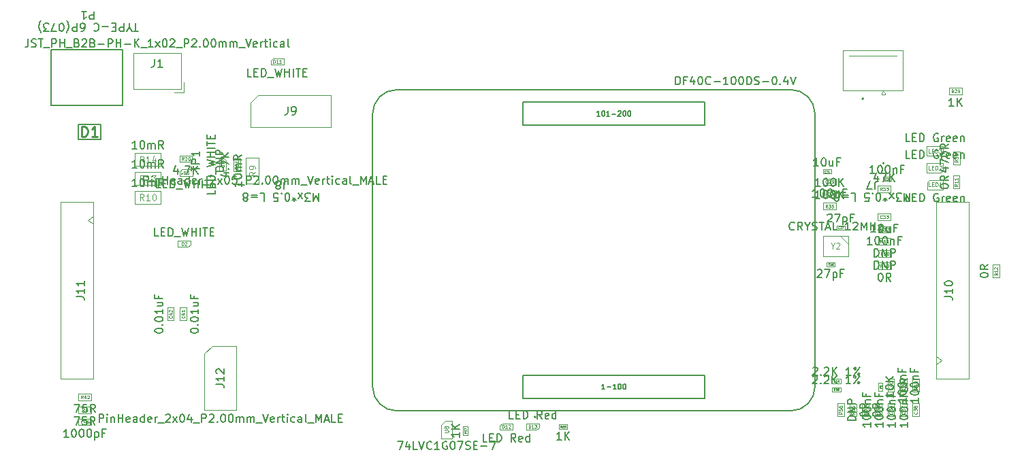
<source format=gbr>
G04 #@! TF.GenerationSoftware,KiCad,Pcbnew,8.0.0-rc1*
G04 #@! TF.CreationDate,2025-03-22T13:15:10+03:00*
G04 #@! TF.ProjectId,Movita_CM4_CT_Router_V1.0,4d6f7669-7461-45f4-934d-345f43545f52,REV1*
G04 #@! TF.SameCoordinates,Original*
G04 #@! TF.FileFunction,AssemblyDrawing,Top*
%FSLAX46Y46*%
G04 Gerber Fmt 4.6, Leading zero omitted, Abs format (unit mm)*
G04 Created by KiCad (PCBNEW 8.0.0-rc1) date 2025-03-22 13:15:10*
%MOMM*%
%LPD*%
G01*
G04 APERTURE LIST*
%ADD10C,0.150000*%
%ADD11C,0.060000*%
%ADD12C,0.120000*%
%ADD13C,0.040000*%
%ADD14C,0.080000*%
%ADD15C,0.075000*%
%ADD16C,0.105000*%
%ADD17C,0.254000*%
%ADD18C,0.100000*%
%ADD19C,0.127000*%
%ADD20C,0.200000*%
G04 APERTURE END LIST*
D10*
X228766849Y-110900072D02*
X228766849Y-110804834D01*
X228766849Y-110804834D02*
X228814468Y-110709596D01*
X228814468Y-110709596D02*
X228862087Y-110661977D01*
X228862087Y-110661977D02*
X228957325Y-110614358D01*
X228957325Y-110614358D02*
X229147801Y-110566739D01*
X229147801Y-110566739D02*
X229385896Y-110566739D01*
X229385896Y-110566739D02*
X229576372Y-110614358D01*
X229576372Y-110614358D02*
X229671610Y-110661977D01*
X229671610Y-110661977D02*
X229719230Y-110709596D01*
X229719230Y-110709596D02*
X229766849Y-110804834D01*
X229766849Y-110804834D02*
X229766849Y-110900072D01*
X229766849Y-110900072D02*
X229719230Y-110995310D01*
X229719230Y-110995310D02*
X229671610Y-111042929D01*
X229671610Y-111042929D02*
X229576372Y-111090548D01*
X229576372Y-111090548D02*
X229385896Y-111138167D01*
X229385896Y-111138167D02*
X229147801Y-111138167D01*
X229147801Y-111138167D02*
X228957325Y-111090548D01*
X228957325Y-111090548D02*
X228862087Y-111042929D01*
X228862087Y-111042929D02*
X228814468Y-110995310D01*
X228814468Y-110995310D02*
X228766849Y-110900072D01*
X229766849Y-109566739D02*
X229290658Y-109900072D01*
X229766849Y-110138167D02*
X228766849Y-110138167D01*
X228766849Y-110138167D02*
X228766849Y-109757215D01*
X228766849Y-109757215D02*
X228814468Y-109661977D01*
X228814468Y-109661977D02*
X228862087Y-109614358D01*
X228862087Y-109614358D02*
X228957325Y-109566739D01*
X228957325Y-109566739D02*
X229100182Y-109566739D01*
X229100182Y-109566739D02*
X229195420Y-109614358D01*
X229195420Y-109614358D02*
X229243039Y-109661977D01*
X229243039Y-109661977D02*
X229290658Y-109757215D01*
X229290658Y-109757215D02*
X229290658Y-110138167D01*
D11*
X230923957Y-110609596D02*
X230733481Y-110742929D01*
X230923957Y-110838167D02*
X230523957Y-110838167D01*
X230523957Y-110838167D02*
X230523957Y-110685786D01*
X230523957Y-110685786D02*
X230543005Y-110647691D01*
X230543005Y-110647691D02*
X230562052Y-110628644D01*
X230562052Y-110628644D02*
X230600148Y-110609596D01*
X230600148Y-110609596D02*
X230657290Y-110609596D01*
X230657290Y-110609596D02*
X230695386Y-110628644D01*
X230695386Y-110628644D02*
X230714433Y-110647691D01*
X230714433Y-110647691D02*
X230733481Y-110685786D01*
X230733481Y-110685786D02*
X230733481Y-110838167D01*
X230923957Y-110228644D02*
X230923957Y-110457215D01*
X230923957Y-110342929D02*
X230523957Y-110342929D01*
X230523957Y-110342929D02*
X230581100Y-110381025D01*
X230581100Y-110381025D02*
X230619195Y-110419120D01*
X230619195Y-110419120D02*
X230638243Y-110457215D01*
X230562052Y-110076263D02*
X230543005Y-110057215D01*
X230543005Y-110057215D02*
X230523957Y-110019120D01*
X230523957Y-110019120D02*
X230523957Y-109923882D01*
X230523957Y-109923882D02*
X230543005Y-109885787D01*
X230543005Y-109885787D02*
X230562052Y-109866739D01*
X230562052Y-109866739D02*
X230600148Y-109847692D01*
X230600148Y-109847692D02*
X230638243Y-109847692D01*
X230638243Y-109847692D02*
X230695386Y-109866739D01*
X230695386Y-109866739D02*
X230923957Y-110095311D01*
X230923957Y-110095311D02*
X230923957Y-109847692D01*
D10*
X223821849Y-99830072D02*
X223821849Y-99734834D01*
X223821849Y-99734834D02*
X223869468Y-99639596D01*
X223869468Y-99639596D02*
X223917087Y-99591977D01*
X223917087Y-99591977D02*
X224012325Y-99544358D01*
X224012325Y-99544358D02*
X224202801Y-99496739D01*
X224202801Y-99496739D02*
X224440896Y-99496739D01*
X224440896Y-99496739D02*
X224631372Y-99544358D01*
X224631372Y-99544358D02*
X224726610Y-99591977D01*
X224726610Y-99591977D02*
X224774230Y-99639596D01*
X224774230Y-99639596D02*
X224821849Y-99734834D01*
X224821849Y-99734834D02*
X224821849Y-99830072D01*
X224821849Y-99830072D02*
X224774230Y-99925310D01*
X224774230Y-99925310D02*
X224726610Y-99972929D01*
X224726610Y-99972929D02*
X224631372Y-100020548D01*
X224631372Y-100020548D02*
X224440896Y-100068167D01*
X224440896Y-100068167D02*
X224202801Y-100068167D01*
X224202801Y-100068167D02*
X224012325Y-100020548D01*
X224012325Y-100020548D02*
X223917087Y-99972929D01*
X223917087Y-99972929D02*
X223869468Y-99925310D01*
X223869468Y-99925310D02*
X223821849Y-99830072D01*
X224821849Y-98496739D02*
X224345658Y-98830072D01*
X224821849Y-99068167D02*
X223821849Y-99068167D01*
X223821849Y-99068167D02*
X223821849Y-98687215D01*
X223821849Y-98687215D02*
X223869468Y-98591977D01*
X223869468Y-98591977D02*
X223917087Y-98544358D01*
X223917087Y-98544358D02*
X224012325Y-98496739D01*
X224012325Y-98496739D02*
X224155182Y-98496739D01*
X224155182Y-98496739D02*
X224250420Y-98544358D01*
X224250420Y-98544358D02*
X224298039Y-98591977D01*
X224298039Y-98591977D02*
X224345658Y-98687215D01*
X224345658Y-98687215D02*
X224345658Y-99068167D01*
D11*
X225978957Y-99539596D02*
X225788481Y-99672929D01*
X225978957Y-99768167D02*
X225578957Y-99768167D01*
X225578957Y-99768167D02*
X225578957Y-99615786D01*
X225578957Y-99615786D02*
X225598005Y-99577691D01*
X225598005Y-99577691D02*
X225617052Y-99558644D01*
X225617052Y-99558644D02*
X225655148Y-99539596D01*
X225655148Y-99539596D02*
X225712290Y-99539596D01*
X225712290Y-99539596D02*
X225750386Y-99558644D01*
X225750386Y-99558644D02*
X225769433Y-99577691D01*
X225769433Y-99577691D02*
X225788481Y-99615786D01*
X225788481Y-99615786D02*
X225788481Y-99768167D01*
X225978957Y-99158644D02*
X225978957Y-99387215D01*
X225978957Y-99272929D02*
X225578957Y-99272929D01*
X225578957Y-99272929D02*
X225636100Y-99311025D01*
X225636100Y-99311025D02*
X225674195Y-99349120D01*
X225674195Y-99349120D02*
X225693243Y-99387215D01*
X225978957Y-98777692D02*
X225978957Y-99006263D01*
X225978957Y-98891977D02*
X225578957Y-98891977D01*
X225578957Y-98891977D02*
X225636100Y-98930073D01*
X225636100Y-98930073D02*
X225674195Y-98968168D01*
X225674195Y-98968168D02*
X225693243Y-99006263D01*
D10*
X123917387Y-99827273D02*
X123345959Y-99827273D01*
X123631673Y-99827273D02*
X123631673Y-98827273D01*
X123631673Y-98827273D02*
X123536435Y-98970130D01*
X123536435Y-98970130D02*
X123441197Y-99065368D01*
X123441197Y-99065368D02*
X123345959Y-99112987D01*
X124536435Y-98827273D02*
X124631673Y-98827273D01*
X124631673Y-98827273D02*
X124726911Y-98874892D01*
X124726911Y-98874892D02*
X124774530Y-98922511D01*
X124774530Y-98922511D02*
X124822149Y-99017749D01*
X124822149Y-99017749D02*
X124869768Y-99208225D01*
X124869768Y-99208225D02*
X124869768Y-99446320D01*
X124869768Y-99446320D02*
X124822149Y-99636796D01*
X124822149Y-99636796D02*
X124774530Y-99732034D01*
X124774530Y-99732034D02*
X124726911Y-99779654D01*
X124726911Y-99779654D02*
X124631673Y-99827273D01*
X124631673Y-99827273D02*
X124536435Y-99827273D01*
X124536435Y-99827273D02*
X124441197Y-99779654D01*
X124441197Y-99779654D02*
X124393578Y-99732034D01*
X124393578Y-99732034D02*
X124345959Y-99636796D01*
X124345959Y-99636796D02*
X124298340Y-99446320D01*
X124298340Y-99446320D02*
X124298340Y-99208225D01*
X124298340Y-99208225D02*
X124345959Y-99017749D01*
X124345959Y-99017749D02*
X124393578Y-98922511D01*
X124393578Y-98922511D02*
X124441197Y-98874892D01*
X124441197Y-98874892D02*
X124536435Y-98827273D01*
X125298340Y-99827273D02*
X125298340Y-99160606D01*
X125298340Y-99255844D02*
X125345959Y-99208225D01*
X125345959Y-99208225D02*
X125441197Y-99160606D01*
X125441197Y-99160606D02*
X125584054Y-99160606D01*
X125584054Y-99160606D02*
X125679292Y-99208225D01*
X125679292Y-99208225D02*
X125726911Y-99303463D01*
X125726911Y-99303463D02*
X125726911Y-99827273D01*
X125726911Y-99303463D02*
X125774530Y-99208225D01*
X125774530Y-99208225D02*
X125869768Y-99160606D01*
X125869768Y-99160606D02*
X126012625Y-99160606D01*
X126012625Y-99160606D02*
X126107864Y-99208225D01*
X126107864Y-99208225D02*
X126155483Y-99303463D01*
X126155483Y-99303463D02*
X126155483Y-99827273D01*
X127203101Y-99827273D02*
X126869768Y-99351082D01*
X126631673Y-99827273D02*
X126631673Y-98827273D01*
X126631673Y-98827273D02*
X127012625Y-98827273D01*
X127012625Y-98827273D02*
X127107863Y-98874892D01*
X127107863Y-98874892D02*
X127155482Y-98922511D01*
X127155482Y-98922511D02*
X127203101Y-99017749D01*
X127203101Y-99017749D02*
X127203101Y-99160606D01*
X127203101Y-99160606D02*
X127155482Y-99255844D01*
X127155482Y-99255844D02*
X127107863Y-99303463D01*
X127107863Y-99303463D02*
X127012625Y-99351082D01*
X127012625Y-99351082D02*
X126631673Y-99351082D01*
D12*
X124760244Y-101556309D02*
X124493577Y-101175356D01*
X124303101Y-101556309D02*
X124303101Y-100756309D01*
X124303101Y-100756309D02*
X124607863Y-100756309D01*
X124607863Y-100756309D02*
X124684053Y-100794404D01*
X124684053Y-100794404D02*
X124722148Y-100832499D01*
X124722148Y-100832499D02*
X124760244Y-100908690D01*
X124760244Y-100908690D02*
X124760244Y-101022975D01*
X124760244Y-101022975D02*
X124722148Y-101099166D01*
X124722148Y-101099166D02*
X124684053Y-101137261D01*
X124684053Y-101137261D02*
X124607863Y-101175356D01*
X124607863Y-101175356D02*
X124303101Y-101175356D01*
X125522148Y-101556309D02*
X125065005Y-101556309D01*
X125293577Y-101556309D02*
X125293577Y-100756309D01*
X125293577Y-100756309D02*
X125217386Y-100870594D01*
X125217386Y-100870594D02*
X125141196Y-100946785D01*
X125141196Y-100946785D02*
X125065005Y-100984880D01*
X126017387Y-100756309D02*
X126093577Y-100756309D01*
X126093577Y-100756309D02*
X126169768Y-100794404D01*
X126169768Y-100794404D02*
X126207863Y-100832499D01*
X126207863Y-100832499D02*
X126245958Y-100908690D01*
X126245958Y-100908690D02*
X126284053Y-101061071D01*
X126284053Y-101061071D02*
X126284053Y-101251547D01*
X126284053Y-101251547D02*
X126245958Y-101403928D01*
X126245958Y-101403928D02*
X126207863Y-101480118D01*
X126207863Y-101480118D02*
X126169768Y-101518214D01*
X126169768Y-101518214D02*
X126093577Y-101556309D01*
X126093577Y-101556309D02*
X126017387Y-101556309D01*
X126017387Y-101556309D02*
X125941196Y-101518214D01*
X125941196Y-101518214D02*
X125903101Y-101480118D01*
X125903101Y-101480118D02*
X125865006Y-101403928D01*
X125865006Y-101403928D02*
X125826910Y-101251547D01*
X125826910Y-101251547D02*
X125826910Y-101061071D01*
X125826910Y-101061071D02*
X125865006Y-100908690D01*
X125865006Y-100908690D02*
X125903101Y-100832499D01*
X125903101Y-100832499D02*
X125941196Y-100794404D01*
X125941196Y-100794404D02*
X126017387Y-100756309D01*
D10*
X126591553Y-105997273D02*
X126115363Y-105997273D01*
X126115363Y-105997273D02*
X126115363Y-104997273D01*
X126924887Y-105473463D02*
X127258220Y-105473463D01*
X127401077Y-105997273D02*
X126924887Y-105997273D01*
X126924887Y-105997273D02*
X126924887Y-104997273D01*
X126924887Y-104997273D02*
X127401077Y-104997273D01*
X127829649Y-105997273D02*
X127829649Y-104997273D01*
X127829649Y-104997273D02*
X128067744Y-104997273D01*
X128067744Y-104997273D02*
X128210601Y-105044892D01*
X128210601Y-105044892D02*
X128305839Y-105140130D01*
X128305839Y-105140130D02*
X128353458Y-105235368D01*
X128353458Y-105235368D02*
X128401077Y-105425844D01*
X128401077Y-105425844D02*
X128401077Y-105568701D01*
X128401077Y-105568701D02*
X128353458Y-105759177D01*
X128353458Y-105759177D02*
X128305839Y-105854415D01*
X128305839Y-105854415D02*
X128210601Y-105949654D01*
X128210601Y-105949654D02*
X128067744Y-105997273D01*
X128067744Y-105997273D02*
X127829649Y-105997273D01*
X128591554Y-106092511D02*
X129353458Y-106092511D01*
X129496316Y-104997273D02*
X129734411Y-105997273D01*
X129734411Y-105997273D02*
X129924887Y-105282987D01*
X129924887Y-105282987D02*
X130115363Y-105997273D01*
X130115363Y-105997273D02*
X130353459Y-104997273D01*
X130734411Y-105997273D02*
X130734411Y-104997273D01*
X130734411Y-105473463D02*
X131305839Y-105473463D01*
X131305839Y-105997273D02*
X131305839Y-104997273D01*
X131782030Y-105997273D02*
X131782030Y-104997273D01*
X132115363Y-104997273D02*
X132686791Y-104997273D01*
X132401077Y-105997273D02*
X132401077Y-104997273D01*
X133020125Y-105473463D02*
X133353458Y-105473463D01*
X133496315Y-105997273D02*
X133020125Y-105997273D01*
X133020125Y-105997273D02*
X133020125Y-104997273D01*
X133020125Y-104997273D02*
X133496315Y-104997273D01*
D11*
X129486792Y-107154381D02*
X129486792Y-106754381D01*
X129486792Y-106754381D02*
X129582030Y-106754381D01*
X129582030Y-106754381D02*
X129639173Y-106773429D01*
X129639173Y-106773429D02*
X129677268Y-106811524D01*
X129677268Y-106811524D02*
X129696315Y-106849619D01*
X129696315Y-106849619D02*
X129715363Y-106925810D01*
X129715363Y-106925810D02*
X129715363Y-106982953D01*
X129715363Y-106982953D02*
X129696315Y-107059143D01*
X129696315Y-107059143D02*
X129677268Y-107097238D01*
X129677268Y-107097238D02*
X129639173Y-107135334D01*
X129639173Y-107135334D02*
X129582030Y-107154381D01*
X129582030Y-107154381D02*
X129486792Y-107154381D01*
X129867744Y-106792476D02*
X129886792Y-106773429D01*
X129886792Y-106773429D02*
X129924887Y-106754381D01*
X129924887Y-106754381D02*
X130020125Y-106754381D01*
X130020125Y-106754381D02*
X130058220Y-106773429D01*
X130058220Y-106773429D02*
X130077268Y-106792476D01*
X130077268Y-106792476D02*
X130096315Y-106830572D01*
X130096315Y-106830572D02*
X130096315Y-106868667D01*
X130096315Y-106868667D02*
X130077268Y-106925810D01*
X130077268Y-106925810D02*
X129848696Y-107154381D01*
X129848696Y-107154381D02*
X130096315Y-107154381D01*
D10*
X128978220Y-97580606D02*
X128978220Y-98247273D01*
X128740125Y-97199654D02*
X128502030Y-97913939D01*
X128502030Y-97913939D02*
X129121077Y-97913939D01*
X129502030Y-98152034D02*
X129549649Y-98199654D01*
X129549649Y-98199654D02*
X129502030Y-98247273D01*
X129502030Y-98247273D02*
X129454411Y-98199654D01*
X129454411Y-98199654D02*
X129502030Y-98152034D01*
X129502030Y-98152034D02*
X129502030Y-98247273D01*
X129882982Y-97247273D02*
X130549648Y-97247273D01*
X130549648Y-97247273D02*
X130121077Y-98247273D01*
X130930601Y-98247273D02*
X130930601Y-97247273D01*
X131502029Y-98247273D02*
X131073458Y-97675844D01*
X131502029Y-97247273D02*
X130930601Y-97818701D01*
D11*
X129744887Y-96544381D02*
X129611554Y-96353905D01*
X129516316Y-96544381D02*
X129516316Y-96144381D01*
X129516316Y-96144381D02*
X129668697Y-96144381D01*
X129668697Y-96144381D02*
X129706792Y-96163429D01*
X129706792Y-96163429D02*
X129725839Y-96182476D01*
X129725839Y-96182476D02*
X129744887Y-96220572D01*
X129744887Y-96220572D02*
X129744887Y-96277714D01*
X129744887Y-96277714D02*
X129725839Y-96315810D01*
X129725839Y-96315810D02*
X129706792Y-96334857D01*
X129706792Y-96334857D02*
X129668697Y-96353905D01*
X129668697Y-96353905D02*
X129516316Y-96353905D01*
X129897268Y-96182476D02*
X129916316Y-96163429D01*
X129916316Y-96163429D02*
X129954411Y-96144381D01*
X129954411Y-96144381D02*
X130049649Y-96144381D01*
X130049649Y-96144381D02*
X130087744Y-96163429D01*
X130087744Y-96163429D02*
X130106792Y-96182476D01*
X130106792Y-96182476D02*
X130125839Y-96220572D01*
X130125839Y-96220572D02*
X130125839Y-96258667D01*
X130125839Y-96258667D02*
X130106792Y-96315810D01*
X130106792Y-96315810D02*
X129878220Y-96544381D01*
X129878220Y-96544381D02*
X130125839Y-96544381D01*
X130373458Y-96144381D02*
X130411553Y-96144381D01*
X130411553Y-96144381D02*
X130449649Y-96163429D01*
X130449649Y-96163429D02*
X130468696Y-96182476D01*
X130468696Y-96182476D02*
X130487744Y-96220572D01*
X130487744Y-96220572D02*
X130506791Y-96296762D01*
X130506791Y-96296762D02*
X130506791Y-96392000D01*
X130506791Y-96392000D02*
X130487744Y-96468191D01*
X130487744Y-96468191D02*
X130468696Y-96506286D01*
X130468696Y-96506286D02*
X130449649Y-96525334D01*
X130449649Y-96525334D02*
X130411553Y-96544381D01*
X130411553Y-96544381D02*
X130373458Y-96544381D01*
X130373458Y-96544381D02*
X130335363Y-96525334D01*
X130335363Y-96525334D02*
X130316315Y-96506286D01*
X130316315Y-96506286D02*
X130297268Y-96468191D01*
X130297268Y-96468191D02*
X130278220Y-96392000D01*
X130278220Y-96392000D02*
X130278220Y-96296762D01*
X130278220Y-96296762D02*
X130297268Y-96220572D01*
X130297268Y-96220572D02*
X130316315Y-96182476D01*
X130316315Y-96182476D02*
X130335363Y-96163429D01*
X130335363Y-96163429D02*
X130373458Y-96144381D01*
D10*
X123909887Y-95117273D02*
X123338459Y-95117273D01*
X123624173Y-95117273D02*
X123624173Y-94117273D01*
X123624173Y-94117273D02*
X123528935Y-94260130D01*
X123528935Y-94260130D02*
X123433697Y-94355368D01*
X123433697Y-94355368D02*
X123338459Y-94402987D01*
X124528935Y-94117273D02*
X124624173Y-94117273D01*
X124624173Y-94117273D02*
X124719411Y-94164892D01*
X124719411Y-94164892D02*
X124767030Y-94212511D01*
X124767030Y-94212511D02*
X124814649Y-94307749D01*
X124814649Y-94307749D02*
X124862268Y-94498225D01*
X124862268Y-94498225D02*
X124862268Y-94736320D01*
X124862268Y-94736320D02*
X124814649Y-94926796D01*
X124814649Y-94926796D02*
X124767030Y-95022034D01*
X124767030Y-95022034D02*
X124719411Y-95069654D01*
X124719411Y-95069654D02*
X124624173Y-95117273D01*
X124624173Y-95117273D02*
X124528935Y-95117273D01*
X124528935Y-95117273D02*
X124433697Y-95069654D01*
X124433697Y-95069654D02*
X124386078Y-95022034D01*
X124386078Y-95022034D02*
X124338459Y-94926796D01*
X124338459Y-94926796D02*
X124290840Y-94736320D01*
X124290840Y-94736320D02*
X124290840Y-94498225D01*
X124290840Y-94498225D02*
X124338459Y-94307749D01*
X124338459Y-94307749D02*
X124386078Y-94212511D01*
X124386078Y-94212511D02*
X124433697Y-94164892D01*
X124433697Y-94164892D02*
X124528935Y-94117273D01*
X125290840Y-95117273D02*
X125290840Y-94450606D01*
X125290840Y-94545844D02*
X125338459Y-94498225D01*
X125338459Y-94498225D02*
X125433697Y-94450606D01*
X125433697Y-94450606D02*
X125576554Y-94450606D01*
X125576554Y-94450606D02*
X125671792Y-94498225D01*
X125671792Y-94498225D02*
X125719411Y-94593463D01*
X125719411Y-94593463D02*
X125719411Y-95117273D01*
X125719411Y-94593463D02*
X125767030Y-94498225D01*
X125767030Y-94498225D02*
X125862268Y-94450606D01*
X125862268Y-94450606D02*
X126005125Y-94450606D01*
X126005125Y-94450606D02*
X126100364Y-94498225D01*
X126100364Y-94498225D02*
X126147983Y-94593463D01*
X126147983Y-94593463D02*
X126147983Y-95117273D01*
X127195601Y-95117273D02*
X126862268Y-94641082D01*
X126624173Y-95117273D02*
X126624173Y-94117273D01*
X126624173Y-94117273D02*
X127005125Y-94117273D01*
X127005125Y-94117273D02*
X127100363Y-94164892D01*
X127100363Y-94164892D02*
X127147982Y-94212511D01*
X127147982Y-94212511D02*
X127195601Y-94307749D01*
X127195601Y-94307749D02*
X127195601Y-94450606D01*
X127195601Y-94450606D02*
X127147982Y-94545844D01*
X127147982Y-94545844D02*
X127100363Y-94593463D01*
X127100363Y-94593463D02*
X127005125Y-94641082D01*
X127005125Y-94641082D02*
X126624173Y-94641082D01*
D12*
X124752744Y-96846309D02*
X124486077Y-96465356D01*
X124295601Y-96846309D02*
X124295601Y-96046309D01*
X124295601Y-96046309D02*
X124600363Y-96046309D01*
X124600363Y-96046309D02*
X124676553Y-96084404D01*
X124676553Y-96084404D02*
X124714648Y-96122499D01*
X124714648Y-96122499D02*
X124752744Y-96198690D01*
X124752744Y-96198690D02*
X124752744Y-96312975D01*
X124752744Y-96312975D02*
X124714648Y-96389166D01*
X124714648Y-96389166D02*
X124676553Y-96427261D01*
X124676553Y-96427261D02*
X124600363Y-96465356D01*
X124600363Y-96465356D02*
X124295601Y-96465356D01*
X125514648Y-96846309D02*
X125057505Y-96846309D01*
X125286077Y-96846309D02*
X125286077Y-96046309D01*
X125286077Y-96046309D02*
X125209886Y-96160594D01*
X125209886Y-96160594D02*
X125133696Y-96236785D01*
X125133696Y-96236785D02*
X125057505Y-96274880D01*
X126200363Y-96312975D02*
X126200363Y-96846309D01*
X126009887Y-96008214D02*
X125819410Y-96579642D01*
X125819410Y-96579642D02*
X126314649Y-96579642D01*
D10*
X123912387Y-97487273D02*
X123340959Y-97487273D01*
X123626673Y-97487273D02*
X123626673Y-96487273D01*
X123626673Y-96487273D02*
X123531435Y-96630130D01*
X123531435Y-96630130D02*
X123436197Y-96725368D01*
X123436197Y-96725368D02*
X123340959Y-96772987D01*
X124531435Y-96487273D02*
X124626673Y-96487273D01*
X124626673Y-96487273D02*
X124721911Y-96534892D01*
X124721911Y-96534892D02*
X124769530Y-96582511D01*
X124769530Y-96582511D02*
X124817149Y-96677749D01*
X124817149Y-96677749D02*
X124864768Y-96868225D01*
X124864768Y-96868225D02*
X124864768Y-97106320D01*
X124864768Y-97106320D02*
X124817149Y-97296796D01*
X124817149Y-97296796D02*
X124769530Y-97392034D01*
X124769530Y-97392034D02*
X124721911Y-97439654D01*
X124721911Y-97439654D02*
X124626673Y-97487273D01*
X124626673Y-97487273D02*
X124531435Y-97487273D01*
X124531435Y-97487273D02*
X124436197Y-97439654D01*
X124436197Y-97439654D02*
X124388578Y-97392034D01*
X124388578Y-97392034D02*
X124340959Y-97296796D01*
X124340959Y-97296796D02*
X124293340Y-97106320D01*
X124293340Y-97106320D02*
X124293340Y-96868225D01*
X124293340Y-96868225D02*
X124340959Y-96677749D01*
X124340959Y-96677749D02*
X124388578Y-96582511D01*
X124388578Y-96582511D02*
X124436197Y-96534892D01*
X124436197Y-96534892D02*
X124531435Y-96487273D01*
X125293340Y-97487273D02*
X125293340Y-96820606D01*
X125293340Y-96915844D02*
X125340959Y-96868225D01*
X125340959Y-96868225D02*
X125436197Y-96820606D01*
X125436197Y-96820606D02*
X125579054Y-96820606D01*
X125579054Y-96820606D02*
X125674292Y-96868225D01*
X125674292Y-96868225D02*
X125721911Y-96963463D01*
X125721911Y-96963463D02*
X125721911Y-97487273D01*
X125721911Y-96963463D02*
X125769530Y-96868225D01*
X125769530Y-96868225D02*
X125864768Y-96820606D01*
X125864768Y-96820606D02*
X126007625Y-96820606D01*
X126007625Y-96820606D02*
X126102864Y-96868225D01*
X126102864Y-96868225D02*
X126150483Y-96963463D01*
X126150483Y-96963463D02*
X126150483Y-97487273D01*
X127198101Y-97487273D02*
X126864768Y-97011082D01*
X126626673Y-97487273D02*
X126626673Y-96487273D01*
X126626673Y-96487273D02*
X127007625Y-96487273D01*
X127007625Y-96487273D02*
X127102863Y-96534892D01*
X127102863Y-96534892D02*
X127150482Y-96582511D01*
X127150482Y-96582511D02*
X127198101Y-96677749D01*
X127198101Y-96677749D02*
X127198101Y-96820606D01*
X127198101Y-96820606D02*
X127150482Y-96915844D01*
X127150482Y-96915844D02*
X127102863Y-96963463D01*
X127102863Y-96963463D02*
X127007625Y-97011082D01*
X127007625Y-97011082D02*
X126626673Y-97011082D01*
D12*
X124755244Y-99216309D02*
X124488577Y-98835356D01*
X124298101Y-99216309D02*
X124298101Y-98416309D01*
X124298101Y-98416309D02*
X124602863Y-98416309D01*
X124602863Y-98416309D02*
X124679053Y-98454404D01*
X124679053Y-98454404D02*
X124717148Y-98492499D01*
X124717148Y-98492499D02*
X124755244Y-98568690D01*
X124755244Y-98568690D02*
X124755244Y-98682975D01*
X124755244Y-98682975D02*
X124717148Y-98759166D01*
X124717148Y-98759166D02*
X124679053Y-98797261D01*
X124679053Y-98797261D02*
X124602863Y-98835356D01*
X124602863Y-98835356D02*
X124298101Y-98835356D01*
X125517148Y-99216309D02*
X125060005Y-99216309D01*
X125288577Y-99216309D02*
X125288577Y-98416309D01*
X125288577Y-98416309D02*
X125212386Y-98530594D01*
X125212386Y-98530594D02*
X125136196Y-98606785D01*
X125136196Y-98606785D02*
X125060005Y-98644880D01*
X125783815Y-98416309D02*
X126279053Y-98416309D01*
X126279053Y-98416309D02*
X126012387Y-98721071D01*
X126012387Y-98721071D02*
X126126672Y-98721071D01*
X126126672Y-98721071D02*
X126202863Y-98759166D01*
X126202863Y-98759166D02*
X126240958Y-98797261D01*
X126240958Y-98797261D02*
X126279053Y-98873452D01*
X126279053Y-98873452D02*
X126279053Y-99063928D01*
X126279053Y-99063928D02*
X126240958Y-99140118D01*
X126240958Y-99140118D02*
X126202863Y-99178214D01*
X126202863Y-99178214D02*
X126126672Y-99216309D01*
X126126672Y-99216309D02*
X125898101Y-99216309D01*
X125898101Y-99216309D02*
X125821910Y-99178214D01*
X125821910Y-99178214D02*
X125783815Y-99140118D01*
D10*
X215603053Y-110089009D02*
X215603053Y-109089009D01*
X215603053Y-109089009D02*
X215841148Y-109089009D01*
X215841148Y-109089009D02*
X215984005Y-109136628D01*
X215984005Y-109136628D02*
X216079243Y-109231866D01*
X216079243Y-109231866D02*
X216126862Y-109327104D01*
X216126862Y-109327104D02*
X216174481Y-109517580D01*
X216174481Y-109517580D02*
X216174481Y-109660437D01*
X216174481Y-109660437D02*
X216126862Y-109850913D01*
X216126862Y-109850913D02*
X216079243Y-109946151D01*
X216079243Y-109946151D02*
X215984005Y-110041390D01*
X215984005Y-110041390D02*
X215841148Y-110089009D01*
X215841148Y-110089009D02*
X215603053Y-110089009D01*
X216603053Y-110089009D02*
X216603053Y-109089009D01*
X216603053Y-109089009D02*
X217174481Y-110089009D01*
X217174481Y-110089009D02*
X217174481Y-109089009D01*
X217650672Y-110089009D02*
X217650672Y-109089009D01*
X217650672Y-109089009D02*
X218031624Y-109089009D01*
X218031624Y-109089009D02*
X218126862Y-109136628D01*
X218126862Y-109136628D02*
X218174481Y-109184247D01*
X218174481Y-109184247D02*
X218222100Y-109279485D01*
X218222100Y-109279485D02*
X218222100Y-109422342D01*
X218222100Y-109422342D02*
X218174481Y-109517580D01*
X218174481Y-109517580D02*
X218126862Y-109565199D01*
X218126862Y-109565199D02*
X218031624Y-109612818D01*
X218031624Y-109612818D02*
X217650672Y-109612818D01*
D11*
X216631624Y-108386117D02*
X216498291Y-108195641D01*
X216403053Y-108386117D02*
X216403053Y-107986117D01*
X216403053Y-107986117D02*
X216555434Y-107986117D01*
X216555434Y-107986117D02*
X216593529Y-108005165D01*
X216593529Y-108005165D02*
X216612576Y-108024212D01*
X216612576Y-108024212D02*
X216631624Y-108062308D01*
X216631624Y-108062308D02*
X216631624Y-108119450D01*
X216631624Y-108119450D02*
X216612576Y-108157546D01*
X216612576Y-108157546D02*
X216593529Y-108176593D01*
X216593529Y-108176593D02*
X216555434Y-108195641D01*
X216555434Y-108195641D02*
X216403053Y-108195641D01*
X216993529Y-107986117D02*
X216803053Y-107986117D01*
X216803053Y-107986117D02*
X216784005Y-108176593D01*
X216784005Y-108176593D02*
X216803053Y-108157546D01*
X216803053Y-108157546D02*
X216841148Y-108138498D01*
X216841148Y-108138498D02*
X216936386Y-108138498D01*
X216936386Y-108138498D02*
X216974481Y-108157546D01*
X216974481Y-108157546D02*
X216993529Y-108176593D01*
X216993529Y-108176593D02*
X217012576Y-108214689D01*
X217012576Y-108214689D02*
X217012576Y-108309927D01*
X217012576Y-108309927D02*
X216993529Y-108348022D01*
X216993529Y-108348022D02*
X216974481Y-108367070D01*
X216974481Y-108367070D02*
X216936386Y-108386117D01*
X216936386Y-108386117D02*
X216841148Y-108386117D01*
X216841148Y-108386117D02*
X216803053Y-108367070D01*
X216803053Y-108367070D02*
X216784005Y-108348022D01*
X217260195Y-107986117D02*
X217298290Y-107986117D01*
X217298290Y-107986117D02*
X217336386Y-108005165D01*
X217336386Y-108005165D02*
X217355433Y-108024212D01*
X217355433Y-108024212D02*
X217374481Y-108062308D01*
X217374481Y-108062308D02*
X217393528Y-108138498D01*
X217393528Y-108138498D02*
X217393528Y-108233736D01*
X217393528Y-108233736D02*
X217374481Y-108309927D01*
X217374481Y-108309927D02*
X217355433Y-108348022D01*
X217355433Y-108348022D02*
X217336386Y-108367070D01*
X217336386Y-108367070D02*
X217298290Y-108386117D01*
X217298290Y-108386117D02*
X217260195Y-108386117D01*
X217260195Y-108386117D02*
X217222100Y-108367070D01*
X217222100Y-108367070D02*
X217203052Y-108348022D01*
X217203052Y-108348022D02*
X217184005Y-108309927D01*
X217184005Y-108309927D02*
X217164957Y-108233736D01*
X217164957Y-108233736D02*
X217164957Y-108138498D01*
X217164957Y-108138498D02*
X217184005Y-108062308D01*
X217184005Y-108062308D02*
X217203052Y-108024212D01*
X217203052Y-108024212D02*
X217222100Y-108005165D01*
X217222100Y-108005165D02*
X217260195Y-107986117D01*
D10*
X215767338Y-105499009D02*
X215195910Y-105499009D01*
X215481624Y-105499009D02*
X215481624Y-104499009D01*
X215481624Y-104499009D02*
X215386386Y-104641866D01*
X215386386Y-104641866D02*
X215291148Y-104737104D01*
X215291148Y-104737104D02*
X215195910Y-104784723D01*
X216386386Y-104499009D02*
X216481624Y-104499009D01*
X216481624Y-104499009D02*
X216576862Y-104546628D01*
X216576862Y-104546628D02*
X216624481Y-104594247D01*
X216624481Y-104594247D02*
X216672100Y-104689485D01*
X216672100Y-104689485D02*
X216719719Y-104879961D01*
X216719719Y-104879961D02*
X216719719Y-105118056D01*
X216719719Y-105118056D02*
X216672100Y-105308532D01*
X216672100Y-105308532D02*
X216624481Y-105403770D01*
X216624481Y-105403770D02*
X216576862Y-105451390D01*
X216576862Y-105451390D02*
X216481624Y-105499009D01*
X216481624Y-105499009D02*
X216386386Y-105499009D01*
X216386386Y-105499009D02*
X216291148Y-105451390D01*
X216291148Y-105451390D02*
X216243529Y-105403770D01*
X216243529Y-105403770D02*
X216195910Y-105308532D01*
X216195910Y-105308532D02*
X216148291Y-105118056D01*
X216148291Y-105118056D02*
X216148291Y-104879961D01*
X216148291Y-104879961D02*
X216195910Y-104689485D01*
X216195910Y-104689485D02*
X216243529Y-104594247D01*
X216243529Y-104594247D02*
X216291148Y-104546628D01*
X216291148Y-104546628D02*
X216386386Y-104499009D01*
X217576862Y-104832342D02*
X217576862Y-105499009D01*
X217148291Y-104832342D02*
X217148291Y-105356151D01*
X217148291Y-105356151D02*
X217195910Y-105451390D01*
X217195910Y-105451390D02*
X217291148Y-105499009D01*
X217291148Y-105499009D02*
X217434005Y-105499009D01*
X217434005Y-105499009D02*
X217529243Y-105451390D01*
X217529243Y-105451390D02*
X217576862Y-105403770D01*
X218386386Y-104975199D02*
X218053053Y-104975199D01*
X218053053Y-105499009D02*
X218053053Y-104499009D01*
X218053053Y-104499009D02*
X218529243Y-104499009D01*
D11*
X216581624Y-103758022D02*
X216562576Y-103777070D01*
X216562576Y-103777070D02*
X216505434Y-103796117D01*
X216505434Y-103796117D02*
X216467338Y-103796117D01*
X216467338Y-103796117D02*
X216410195Y-103777070D01*
X216410195Y-103777070D02*
X216372100Y-103738974D01*
X216372100Y-103738974D02*
X216353053Y-103700879D01*
X216353053Y-103700879D02*
X216334005Y-103624689D01*
X216334005Y-103624689D02*
X216334005Y-103567546D01*
X216334005Y-103567546D02*
X216353053Y-103491355D01*
X216353053Y-103491355D02*
X216372100Y-103453260D01*
X216372100Y-103453260D02*
X216410195Y-103415165D01*
X216410195Y-103415165D02*
X216467338Y-103396117D01*
X216467338Y-103396117D02*
X216505434Y-103396117D01*
X216505434Y-103396117D02*
X216562576Y-103415165D01*
X216562576Y-103415165D02*
X216581624Y-103434212D01*
X216714957Y-103396117D02*
X216962576Y-103396117D01*
X216962576Y-103396117D02*
X216829243Y-103548498D01*
X216829243Y-103548498D02*
X216886386Y-103548498D01*
X216886386Y-103548498D02*
X216924481Y-103567546D01*
X216924481Y-103567546D02*
X216943529Y-103586593D01*
X216943529Y-103586593D02*
X216962576Y-103624689D01*
X216962576Y-103624689D02*
X216962576Y-103719927D01*
X216962576Y-103719927D02*
X216943529Y-103758022D01*
X216943529Y-103758022D02*
X216924481Y-103777070D01*
X216924481Y-103777070D02*
X216886386Y-103796117D01*
X216886386Y-103796117D02*
X216772100Y-103796117D01*
X216772100Y-103796117D02*
X216734005Y-103777070D01*
X216734005Y-103777070D02*
X216714957Y-103758022D01*
X217095909Y-103396117D02*
X217343528Y-103396117D01*
X217343528Y-103396117D02*
X217210195Y-103548498D01*
X217210195Y-103548498D02*
X217267338Y-103548498D01*
X217267338Y-103548498D02*
X217305433Y-103567546D01*
X217305433Y-103567546D02*
X217324481Y-103586593D01*
X217324481Y-103586593D02*
X217343528Y-103624689D01*
X217343528Y-103624689D02*
X217343528Y-103719927D01*
X217343528Y-103719927D02*
X217324481Y-103758022D01*
X217324481Y-103758022D02*
X217305433Y-103777070D01*
X217305433Y-103777070D02*
X217267338Y-103796117D01*
X217267338Y-103796117D02*
X217153052Y-103796117D01*
X217153052Y-103796117D02*
X217114957Y-103777070D01*
X217114957Y-103777070D02*
X217095909Y-103758022D01*
D10*
X164048586Y-130448475D02*
X164048586Y-131019903D01*
X164048586Y-130734189D02*
X163048586Y-130734189D01*
X163048586Y-130734189D02*
X163191443Y-130829427D01*
X163191443Y-130829427D02*
X163286681Y-130924665D01*
X163286681Y-130924665D02*
X163334300Y-131019903D01*
X164048586Y-130019903D02*
X163048586Y-130019903D01*
X164048586Y-129448475D02*
X163477157Y-129877046D01*
X163048586Y-129448475D02*
X163620014Y-130019903D01*
D13*
X164881967Y-130401332D02*
X164758158Y-130487999D01*
X164881967Y-130549904D02*
X164621967Y-130549904D01*
X164621967Y-130549904D02*
X164621967Y-130450856D01*
X164621967Y-130450856D02*
X164634348Y-130426094D01*
X164634348Y-130426094D02*
X164646729Y-130413713D01*
X164646729Y-130413713D02*
X164671491Y-130401332D01*
X164671491Y-130401332D02*
X164708634Y-130401332D01*
X164708634Y-130401332D02*
X164733396Y-130413713D01*
X164733396Y-130413713D02*
X164745777Y-130426094D01*
X164745777Y-130426094D02*
X164758158Y-130450856D01*
X164758158Y-130450856D02*
X164758158Y-130549904D01*
X164621967Y-130166094D02*
X164621967Y-130289904D01*
X164621967Y-130289904D02*
X164745777Y-130302285D01*
X164745777Y-130302285D02*
X164733396Y-130289904D01*
X164733396Y-130289904D02*
X164721015Y-130265142D01*
X164721015Y-130265142D02*
X164721015Y-130203237D01*
X164721015Y-130203237D02*
X164733396Y-130178475D01*
X164733396Y-130178475D02*
X164745777Y-130166094D01*
X164745777Y-130166094D02*
X164770539Y-130153713D01*
X164770539Y-130153713D02*
X164832444Y-130153713D01*
X164832444Y-130153713D02*
X164857206Y-130166094D01*
X164857206Y-130166094D02*
X164869587Y-130178475D01*
X164869587Y-130178475D02*
X164881967Y-130203237D01*
X164881967Y-130203237D02*
X164881967Y-130265142D01*
X164881967Y-130265142D02*
X164869587Y-130289904D01*
X164869587Y-130289904D02*
X164857206Y-130302285D01*
X164621967Y-130067047D02*
X164621967Y-129893713D01*
X164621967Y-129893713D02*
X164881967Y-130005142D01*
D10*
X116358586Y-113553713D02*
X117072871Y-113553713D01*
X117072871Y-113553713D02*
X117215728Y-113601332D01*
X117215728Y-113601332D02*
X117310967Y-113696570D01*
X117310967Y-113696570D02*
X117358586Y-113839427D01*
X117358586Y-113839427D02*
X117358586Y-113934665D01*
X117358586Y-112553713D02*
X117358586Y-113125141D01*
X117358586Y-112839427D02*
X116358586Y-112839427D01*
X116358586Y-112839427D02*
X116501443Y-112934665D01*
X116501443Y-112934665D02*
X116596681Y-113029903D01*
X116596681Y-113029903D02*
X116644300Y-113125141D01*
X117358586Y-111601332D02*
X117358586Y-112172760D01*
X117358586Y-111887046D02*
X116358586Y-111887046D01*
X116358586Y-111887046D02*
X116501443Y-111982284D01*
X116501443Y-111982284D02*
X116596681Y-112077522D01*
X116596681Y-112077522D02*
X116644300Y-112172760D01*
X136926849Y-99219596D02*
X136926849Y-99791024D01*
X136926849Y-99505310D02*
X135926849Y-99505310D01*
X135926849Y-99505310D02*
X136069706Y-99600548D01*
X136069706Y-99600548D02*
X136164944Y-99695786D01*
X136164944Y-99695786D02*
X136212563Y-99791024D01*
X135926849Y-98600548D02*
X135926849Y-98505310D01*
X135926849Y-98505310D02*
X135974468Y-98410072D01*
X135974468Y-98410072D02*
X136022087Y-98362453D01*
X136022087Y-98362453D02*
X136117325Y-98314834D01*
X136117325Y-98314834D02*
X136307801Y-98267215D01*
X136307801Y-98267215D02*
X136545896Y-98267215D01*
X136545896Y-98267215D02*
X136736372Y-98314834D01*
X136736372Y-98314834D02*
X136831610Y-98362453D01*
X136831610Y-98362453D02*
X136879230Y-98410072D01*
X136879230Y-98410072D02*
X136926849Y-98505310D01*
X136926849Y-98505310D02*
X136926849Y-98600548D01*
X136926849Y-98600548D02*
X136879230Y-98695786D01*
X136879230Y-98695786D02*
X136831610Y-98743405D01*
X136831610Y-98743405D02*
X136736372Y-98791024D01*
X136736372Y-98791024D02*
X136545896Y-98838643D01*
X136545896Y-98838643D02*
X136307801Y-98838643D01*
X136307801Y-98838643D02*
X136117325Y-98791024D01*
X136117325Y-98791024D02*
X136022087Y-98743405D01*
X136022087Y-98743405D02*
X135974468Y-98695786D01*
X135974468Y-98695786D02*
X135926849Y-98600548D01*
X136926849Y-97838643D02*
X136260182Y-97838643D01*
X136355420Y-97838643D02*
X136307801Y-97791024D01*
X136307801Y-97791024D02*
X136260182Y-97695786D01*
X136260182Y-97695786D02*
X136260182Y-97552929D01*
X136260182Y-97552929D02*
X136307801Y-97457691D01*
X136307801Y-97457691D02*
X136403039Y-97410072D01*
X136403039Y-97410072D02*
X136926849Y-97410072D01*
X136403039Y-97410072D02*
X136307801Y-97362453D01*
X136307801Y-97362453D02*
X136260182Y-97267215D01*
X136260182Y-97267215D02*
X136260182Y-97124358D01*
X136260182Y-97124358D02*
X136307801Y-97029119D01*
X136307801Y-97029119D02*
X136403039Y-96981500D01*
X136403039Y-96981500D02*
X136926849Y-96981500D01*
X136926849Y-95933882D02*
X136450658Y-96267215D01*
X136926849Y-96505310D02*
X135926849Y-96505310D01*
X135926849Y-96505310D02*
X135926849Y-96124358D01*
X135926849Y-96124358D02*
X135974468Y-96029120D01*
X135974468Y-96029120D02*
X136022087Y-95981501D01*
X136022087Y-95981501D02*
X136117325Y-95933882D01*
X136117325Y-95933882D02*
X136260182Y-95933882D01*
X136260182Y-95933882D02*
X136355420Y-95981501D01*
X136355420Y-95981501D02*
X136403039Y-96029120D01*
X136403039Y-96029120D02*
X136450658Y-96124358D01*
X136450658Y-96124358D02*
X136450658Y-96505310D01*
D12*
X138655885Y-97995786D02*
X138274932Y-98262453D01*
X138655885Y-98452929D02*
X137855885Y-98452929D01*
X137855885Y-98452929D02*
X137855885Y-98148167D01*
X137855885Y-98148167D02*
X137893980Y-98071977D01*
X137893980Y-98071977D02*
X137932075Y-98033882D01*
X137932075Y-98033882D02*
X138008266Y-97995786D01*
X138008266Y-97995786D02*
X138122551Y-97995786D01*
X138122551Y-97995786D02*
X138198742Y-98033882D01*
X138198742Y-98033882D02*
X138236837Y-98071977D01*
X138236837Y-98071977D02*
X138274932Y-98148167D01*
X138274932Y-98148167D02*
X138274932Y-98452929D01*
X138655885Y-97614834D02*
X138655885Y-97462453D01*
X138655885Y-97462453D02*
X138617790Y-97386263D01*
X138617790Y-97386263D02*
X138579694Y-97348167D01*
X138579694Y-97348167D02*
X138465409Y-97271977D01*
X138465409Y-97271977D02*
X138313028Y-97233882D01*
X138313028Y-97233882D02*
X138008266Y-97233882D01*
X138008266Y-97233882D02*
X137932075Y-97271977D01*
X137932075Y-97271977D02*
X137893980Y-97310072D01*
X137893980Y-97310072D02*
X137855885Y-97386263D01*
X137855885Y-97386263D02*
X137855885Y-97538644D01*
X137855885Y-97538644D02*
X137893980Y-97614834D01*
X137893980Y-97614834D02*
X137932075Y-97652929D01*
X137932075Y-97652929D02*
X138008266Y-97691025D01*
X138008266Y-97691025D02*
X138198742Y-97691025D01*
X138198742Y-97691025D02*
X138274932Y-97652929D01*
X138274932Y-97652929D02*
X138313028Y-97614834D01*
X138313028Y-97614834D02*
X138351123Y-97538644D01*
X138351123Y-97538644D02*
X138351123Y-97386263D01*
X138351123Y-97386263D02*
X138313028Y-97310072D01*
X138313028Y-97310072D02*
X138274932Y-97271977D01*
X138274932Y-97271977D02*
X138198742Y-97233882D01*
D10*
X220010909Y-96304009D02*
X219534719Y-96304009D01*
X219534719Y-96304009D02*
X219534719Y-95304009D01*
X220344243Y-95780199D02*
X220677576Y-95780199D01*
X220820433Y-96304009D02*
X220344243Y-96304009D01*
X220344243Y-96304009D02*
X220344243Y-95304009D01*
X220344243Y-95304009D02*
X220820433Y-95304009D01*
X221249005Y-96304009D02*
X221249005Y-95304009D01*
X221249005Y-95304009D02*
X221487100Y-95304009D01*
X221487100Y-95304009D02*
X221629957Y-95351628D01*
X221629957Y-95351628D02*
X221725195Y-95446866D01*
X221725195Y-95446866D02*
X221772814Y-95542104D01*
X221772814Y-95542104D02*
X221820433Y-95732580D01*
X221820433Y-95732580D02*
X221820433Y-95875437D01*
X221820433Y-95875437D02*
X221772814Y-96065913D01*
X221772814Y-96065913D02*
X221725195Y-96161151D01*
X221725195Y-96161151D02*
X221629957Y-96256390D01*
X221629957Y-96256390D02*
X221487100Y-96304009D01*
X221487100Y-96304009D02*
X221249005Y-96304009D01*
X223534719Y-95351628D02*
X223439481Y-95304009D01*
X223439481Y-95304009D02*
X223296624Y-95304009D01*
X223296624Y-95304009D02*
X223153767Y-95351628D01*
X223153767Y-95351628D02*
X223058529Y-95446866D01*
X223058529Y-95446866D02*
X223010910Y-95542104D01*
X223010910Y-95542104D02*
X222963291Y-95732580D01*
X222963291Y-95732580D02*
X222963291Y-95875437D01*
X222963291Y-95875437D02*
X223010910Y-96065913D01*
X223010910Y-96065913D02*
X223058529Y-96161151D01*
X223058529Y-96161151D02*
X223153767Y-96256390D01*
X223153767Y-96256390D02*
X223296624Y-96304009D01*
X223296624Y-96304009D02*
X223391862Y-96304009D01*
X223391862Y-96304009D02*
X223534719Y-96256390D01*
X223534719Y-96256390D02*
X223582338Y-96208770D01*
X223582338Y-96208770D02*
X223582338Y-95875437D01*
X223582338Y-95875437D02*
X223391862Y-95875437D01*
X224010910Y-96304009D02*
X224010910Y-95637342D01*
X224010910Y-95827818D02*
X224058529Y-95732580D01*
X224058529Y-95732580D02*
X224106148Y-95684961D01*
X224106148Y-95684961D02*
X224201386Y-95637342D01*
X224201386Y-95637342D02*
X224296624Y-95637342D01*
X225010910Y-96256390D02*
X224915672Y-96304009D01*
X224915672Y-96304009D02*
X224725196Y-96304009D01*
X224725196Y-96304009D02*
X224629958Y-96256390D01*
X224629958Y-96256390D02*
X224582339Y-96161151D01*
X224582339Y-96161151D02*
X224582339Y-95780199D01*
X224582339Y-95780199D02*
X224629958Y-95684961D01*
X224629958Y-95684961D02*
X224725196Y-95637342D01*
X224725196Y-95637342D02*
X224915672Y-95637342D01*
X224915672Y-95637342D02*
X225010910Y-95684961D01*
X225010910Y-95684961D02*
X225058529Y-95780199D01*
X225058529Y-95780199D02*
X225058529Y-95875437D01*
X225058529Y-95875437D02*
X224582339Y-95970675D01*
X225868053Y-96256390D02*
X225772815Y-96304009D01*
X225772815Y-96304009D02*
X225582339Y-96304009D01*
X225582339Y-96304009D02*
X225487101Y-96256390D01*
X225487101Y-96256390D02*
X225439482Y-96161151D01*
X225439482Y-96161151D02*
X225439482Y-95780199D01*
X225439482Y-95780199D02*
X225487101Y-95684961D01*
X225487101Y-95684961D02*
X225582339Y-95637342D01*
X225582339Y-95637342D02*
X225772815Y-95637342D01*
X225772815Y-95637342D02*
X225868053Y-95684961D01*
X225868053Y-95684961D02*
X225915672Y-95780199D01*
X225915672Y-95780199D02*
X225915672Y-95875437D01*
X225915672Y-95875437D02*
X225439482Y-95970675D01*
X226344244Y-95637342D02*
X226344244Y-96304009D01*
X226344244Y-95732580D02*
X226391863Y-95684961D01*
X226391863Y-95684961D02*
X226487101Y-95637342D01*
X226487101Y-95637342D02*
X226629958Y-95637342D01*
X226629958Y-95637342D02*
X226725196Y-95684961D01*
X226725196Y-95684961D02*
X226772815Y-95780199D01*
X226772815Y-95780199D02*
X226772815Y-96304009D01*
D14*
X222594243Y-97726339D02*
X222356148Y-97726339D01*
X222356148Y-97726339D02*
X222356148Y-97226339D01*
X222760910Y-97464434D02*
X222927577Y-97464434D01*
X222999005Y-97726339D02*
X222760910Y-97726339D01*
X222760910Y-97726339D02*
X222760910Y-97226339D01*
X222760910Y-97226339D02*
X222999005Y-97226339D01*
X223213291Y-97726339D02*
X223213291Y-97226339D01*
X223213291Y-97226339D02*
X223332339Y-97226339D01*
X223332339Y-97226339D02*
X223403767Y-97250149D01*
X223403767Y-97250149D02*
X223451386Y-97297768D01*
X223451386Y-97297768D02*
X223475196Y-97345387D01*
X223475196Y-97345387D02*
X223499005Y-97440625D01*
X223499005Y-97440625D02*
X223499005Y-97512053D01*
X223499005Y-97512053D02*
X223475196Y-97607291D01*
X223475196Y-97607291D02*
X223451386Y-97654910D01*
X223451386Y-97654910D02*
X223403767Y-97702530D01*
X223403767Y-97702530D02*
X223332339Y-97726339D01*
X223332339Y-97726339D02*
X223213291Y-97726339D01*
X223689482Y-97273958D02*
X223713291Y-97250149D01*
X223713291Y-97250149D02*
X223760910Y-97226339D01*
X223760910Y-97226339D02*
X223879958Y-97226339D01*
X223879958Y-97226339D02*
X223927577Y-97250149D01*
X223927577Y-97250149D02*
X223951386Y-97273958D01*
X223951386Y-97273958D02*
X223975196Y-97321577D01*
X223975196Y-97321577D02*
X223975196Y-97369196D01*
X223975196Y-97369196D02*
X223951386Y-97440625D01*
X223951386Y-97440625D02*
X223665672Y-97726339D01*
X223665672Y-97726339D02*
X223975196Y-97726339D01*
D10*
X208875363Y-99779009D02*
X208303935Y-99779009D01*
X208589649Y-99779009D02*
X208589649Y-98779009D01*
X208589649Y-98779009D02*
X208494411Y-98921866D01*
X208494411Y-98921866D02*
X208399173Y-99017104D01*
X208399173Y-99017104D02*
X208303935Y-99064723D01*
X209494411Y-98779009D02*
X209589649Y-98779009D01*
X209589649Y-98779009D02*
X209684887Y-98826628D01*
X209684887Y-98826628D02*
X209732506Y-98874247D01*
X209732506Y-98874247D02*
X209780125Y-98969485D01*
X209780125Y-98969485D02*
X209827744Y-99159961D01*
X209827744Y-99159961D02*
X209827744Y-99398056D01*
X209827744Y-99398056D02*
X209780125Y-99588532D01*
X209780125Y-99588532D02*
X209732506Y-99683770D01*
X209732506Y-99683770D02*
X209684887Y-99731390D01*
X209684887Y-99731390D02*
X209589649Y-99779009D01*
X209589649Y-99779009D02*
X209494411Y-99779009D01*
X209494411Y-99779009D02*
X209399173Y-99731390D01*
X209399173Y-99731390D02*
X209351554Y-99683770D01*
X209351554Y-99683770D02*
X209303935Y-99588532D01*
X209303935Y-99588532D02*
X209256316Y-99398056D01*
X209256316Y-99398056D02*
X209256316Y-99159961D01*
X209256316Y-99159961D02*
X209303935Y-98969485D01*
X209303935Y-98969485D02*
X209351554Y-98874247D01*
X209351554Y-98874247D02*
X209399173Y-98826628D01*
X209399173Y-98826628D02*
X209494411Y-98779009D01*
X210446792Y-98779009D02*
X210542030Y-98779009D01*
X210542030Y-98779009D02*
X210637268Y-98826628D01*
X210637268Y-98826628D02*
X210684887Y-98874247D01*
X210684887Y-98874247D02*
X210732506Y-98969485D01*
X210732506Y-98969485D02*
X210780125Y-99159961D01*
X210780125Y-99159961D02*
X210780125Y-99398056D01*
X210780125Y-99398056D02*
X210732506Y-99588532D01*
X210732506Y-99588532D02*
X210684887Y-99683770D01*
X210684887Y-99683770D02*
X210637268Y-99731390D01*
X210637268Y-99731390D02*
X210542030Y-99779009D01*
X210542030Y-99779009D02*
X210446792Y-99779009D01*
X210446792Y-99779009D02*
X210351554Y-99731390D01*
X210351554Y-99731390D02*
X210303935Y-99683770D01*
X210303935Y-99683770D02*
X210256316Y-99588532D01*
X210256316Y-99588532D02*
X210208697Y-99398056D01*
X210208697Y-99398056D02*
X210208697Y-99159961D01*
X210208697Y-99159961D02*
X210256316Y-98969485D01*
X210256316Y-98969485D02*
X210303935Y-98874247D01*
X210303935Y-98874247D02*
X210351554Y-98826628D01*
X210351554Y-98826628D02*
X210446792Y-98779009D01*
X211208697Y-99779009D02*
X211208697Y-98779009D01*
X211780125Y-99779009D02*
X211351554Y-99207580D01*
X211780125Y-98779009D02*
X211208697Y-99350437D01*
D11*
X209784887Y-100936117D02*
X209651554Y-100745641D01*
X209556316Y-100936117D02*
X209556316Y-100536117D01*
X209556316Y-100536117D02*
X209708697Y-100536117D01*
X209708697Y-100536117D02*
X209746792Y-100555165D01*
X209746792Y-100555165D02*
X209765839Y-100574212D01*
X209765839Y-100574212D02*
X209784887Y-100612308D01*
X209784887Y-100612308D02*
X209784887Y-100669450D01*
X209784887Y-100669450D02*
X209765839Y-100707546D01*
X209765839Y-100707546D02*
X209746792Y-100726593D01*
X209746792Y-100726593D02*
X209708697Y-100745641D01*
X209708697Y-100745641D02*
X209556316Y-100745641D01*
X209918220Y-100536117D02*
X210165839Y-100536117D01*
X210165839Y-100536117D02*
X210032506Y-100688498D01*
X210032506Y-100688498D02*
X210089649Y-100688498D01*
X210089649Y-100688498D02*
X210127744Y-100707546D01*
X210127744Y-100707546D02*
X210146792Y-100726593D01*
X210146792Y-100726593D02*
X210165839Y-100764689D01*
X210165839Y-100764689D02*
X210165839Y-100859927D01*
X210165839Y-100859927D02*
X210146792Y-100898022D01*
X210146792Y-100898022D02*
X210127744Y-100917070D01*
X210127744Y-100917070D02*
X210089649Y-100936117D01*
X210089649Y-100936117D02*
X209975363Y-100936117D01*
X209975363Y-100936117D02*
X209937268Y-100917070D01*
X209937268Y-100917070D02*
X209918220Y-100898022D01*
X210508696Y-100669450D02*
X210508696Y-100936117D01*
X210413458Y-100517070D02*
X210318220Y-100802784D01*
X210318220Y-100802784D02*
X210565839Y-100802784D01*
D10*
X207955196Y-123484247D02*
X208002815Y-123436628D01*
X208002815Y-123436628D02*
X208098053Y-123389009D01*
X208098053Y-123389009D02*
X208336148Y-123389009D01*
X208336148Y-123389009D02*
X208431386Y-123436628D01*
X208431386Y-123436628D02*
X208479005Y-123484247D01*
X208479005Y-123484247D02*
X208526624Y-123579485D01*
X208526624Y-123579485D02*
X208526624Y-123674723D01*
X208526624Y-123674723D02*
X208479005Y-123817580D01*
X208479005Y-123817580D02*
X207907577Y-124389009D01*
X207907577Y-124389009D02*
X208526624Y-124389009D01*
X208955196Y-124293770D02*
X209002815Y-124341390D01*
X209002815Y-124341390D02*
X208955196Y-124389009D01*
X208955196Y-124389009D02*
X208907577Y-124341390D01*
X208907577Y-124341390D02*
X208955196Y-124293770D01*
X208955196Y-124293770D02*
X208955196Y-124389009D01*
X209383767Y-123484247D02*
X209431386Y-123436628D01*
X209431386Y-123436628D02*
X209526624Y-123389009D01*
X209526624Y-123389009D02*
X209764719Y-123389009D01*
X209764719Y-123389009D02*
X209859957Y-123436628D01*
X209859957Y-123436628D02*
X209907576Y-123484247D01*
X209907576Y-123484247D02*
X209955195Y-123579485D01*
X209955195Y-123579485D02*
X209955195Y-123674723D01*
X209955195Y-123674723D02*
X209907576Y-123817580D01*
X209907576Y-123817580D02*
X209336148Y-124389009D01*
X209336148Y-124389009D02*
X209955195Y-124389009D01*
X210383767Y-124389009D02*
X210383767Y-123389009D01*
X210955195Y-124389009D02*
X210526624Y-123817580D01*
X210955195Y-123389009D02*
X210383767Y-123960437D01*
X212669481Y-124389009D02*
X212098053Y-124389009D01*
X212383767Y-124389009D02*
X212383767Y-123389009D01*
X212383767Y-123389009D02*
X212288529Y-123531866D01*
X212288529Y-123531866D02*
X212193291Y-123627104D01*
X212193291Y-123627104D02*
X212098053Y-123674723D01*
X213050434Y-124389009D02*
X213812338Y-123389009D01*
X213193291Y-123389009D02*
X213288529Y-123436628D01*
X213288529Y-123436628D02*
X213336148Y-123531866D01*
X213336148Y-123531866D02*
X213288529Y-123627104D01*
X213288529Y-123627104D02*
X213193291Y-123674723D01*
X213193291Y-123674723D02*
X213098053Y-123627104D01*
X213098053Y-123627104D02*
X213050434Y-123531866D01*
X213050434Y-123531866D02*
X213098053Y-123436628D01*
X213098053Y-123436628D02*
X213193291Y-123389009D01*
X213764719Y-124341390D02*
X213812338Y-124246151D01*
X213812338Y-124246151D02*
X213764719Y-124150913D01*
X213764719Y-124150913D02*
X213669481Y-124103294D01*
X213669481Y-124103294D02*
X213574243Y-124150913D01*
X213574243Y-124150913D02*
X213526624Y-124246151D01*
X213526624Y-124246151D02*
X213574243Y-124341390D01*
X213574243Y-124341390D02*
X213669481Y-124389009D01*
X213669481Y-124389009D02*
X213764719Y-124341390D01*
D13*
X210716624Y-125222390D02*
X210629957Y-125098581D01*
X210568052Y-125222390D02*
X210568052Y-124962390D01*
X210568052Y-124962390D02*
X210667100Y-124962390D01*
X210667100Y-124962390D02*
X210691862Y-124974771D01*
X210691862Y-124974771D02*
X210704243Y-124987152D01*
X210704243Y-124987152D02*
X210716624Y-125011914D01*
X210716624Y-125011914D02*
X210716624Y-125049057D01*
X210716624Y-125049057D02*
X210704243Y-125073819D01*
X210704243Y-125073819D02*
X210691862Y-125086200D01*
X210691862Y-125086200D02*
X210667100Y-125098581D01*
X210667100Y-125098581D02*
X210568052Y-125098581D01*
X210951862Y-124962390D02*
X210828052Y-124962390D01*
X210828052Y-124962390D02*
X210815671Y-125086200D01*
X210815671Y-125086200D02*
X210828052Y-125073819D01*
X210828052Y-125073819D02*
X210852814Y-125061438D01*
X210852814Y-125061438D02*
X210914719Y-125061438D01*
X210914719Y-125061438D02*
X210939481Y-125073819D01*
X210939481Y-125073819D02*
X210951862Y-125086200D01*
X210951862Y-125086200D02*
X210964243Y-125110962D01*
X210964243Y-125110962D02*
X210964243Y-125172867D01*
X210964243Y-125172867D02*
X210951862Y-125197629D01*
X210951862Y-125197629D02*
X210939481Y-125210010D01*
X210939481Y-125210010D02*
X210914719Y-125222390D01*
X210914719Y-125222390D02*
X210852814Y-125222390D01*
X210852814Y-125222390D02*
X210828052Y-125210010D01*
X210828052Y-125210010D02*
X210815671Y-125197629D01*
X211112814Y-125073819D02*
X211088052Y-125061438D01*
X211088052Y-125061438D02*
X211075671Y-125049057D01*
X211075671Y-125049057D02*
X211063290Y-125024295D01*
X211063290Y-125024295D02*
X211063290Y-125011914D01*
X211063290Y-125011914D02*
X211075671Y-124987152D01*
X211075671Y-124987152D02*
X211088052Y-124974771D01*
X211088052Y-124974771D02*
X211112814Y-124962390D01*
X211112814Y-124962390D02*
X211162338Y-124962390D01*
X211162338Y-124962390D02*
X211187100Y-124974771D01*
X211187100Y-124974771D02*
X211199481Y-124987152D01*
X211199481Y-124987152D02*
X211211862Y-125011914D01*
X211211862Y-125011914D02*
X211211862Y-125024295D01*
X211211862Y-125024295D02*
X211199481Y-125049057D01*
X211199481Y-125049057D02*
X211187100Y-125061438D01*
X211187100Y-125061438D02*
X211162338Y-125073819D01*
X211162338Y-125073819D02*
X211112814Y-125073819D01*
X211112814Y-125073819D02*
X211088052Y-125086200D01*
X211088052Y-125086200D02*
X211075671Y-125098581D01*
X211075671Y-125098581D02*
X211063290Y-125123343D01*
X211063290Y-125123343D02*
X211063290Y-125172867D01*
X211063290Y-125172867D02*
X211075671Y-125197629D01*
X211075671Y-125197629D02*
X211088052Y-125210010D01*
X211088052Y-125210010D02*
X211112814Y-125222390D01*
X211112814Y-125222390D02*
X211162338Y-125222390D01*
X211162338Y-125222390D02*
X211187100Y-125210010D01*
X211187100Y-125210010D02*
X211199481Y-125197629D01*
X211199481Y-125197629D02*
X211211862Y-125172867D01*
X211211862Y-125172867D02*
X211211862Y-125123343D01*
X211211862Y-125123343D02*
X211199481Y-125098581D01*
X211199481Y-125098581D02*
X211187100Y-125086200D01*
X211187100Y-125086200D02*
X211162338Y-125073819D01*
D10*
X209783410Y-103334247D02*
X209831029Y-103286628D01*
X209831029Y-103286628D02*
X209926267Y-103239009D01*
X209926267Y-103239009D02*
X210164362Y-103239009D01*
X210164362Y-103239009D02*
X210259600Y-103286628D01*
X210259600Y-103286628D02*
X210307219Y-103334247D01*
X210307219Y-103334247D02*
X210354838Y-103429485D01*
X210354838Y-103429485D02*
X210354838Y-103524723D01*
X210354838Y-103524723D02*
X210307219Y-103667580D01*
X210307219Y-103667580D02*
X209735791Y-104239009D01*
X209735791Y-104239009D02*
X210354838Y-104239009D01*
X210688172Y-103239009D02*
X211354838Y-103239009D01*
X211354838Y-103239009D02*
X210926267Y-104239009D01*
X211735791Y-103572342D02*
X211735791Y-104572342D01*
X211735791Y-103619961D02*
X211831029Y-103572342D01*
X211831029Y-103572342D02*
X212021505Y-103572342D01*
X212021505Y-103572342D02*
X212116743Y-103619961D01*
X212116743Y-103619961D02*
X212164362Y-103667580D01*
X212164362Y-103667580D02*
X212211981Y-103762818D01*
X212211981Y-103762818D02*
X212211981Y-104048532D01*
X212211981Y-104048532D02*
X212164362Y-104143770D01*
X212164362Y-104143770D02*
X212116743Y-104191390D01*
X212116743Y-104191390D02*
X212021505Y-104239009D01*
X212021505Y-104239009D02*
X211831029Y-104239009D01*
X211831029Y-104239009D02*
X211735791Y-104191390D01*
X212973886Y-103715199D02*
X212640553Y-103715199D01*
X212640553Y-104239009D02*
X212640553Y-103239009D01*
X212640553Y-103239009D02*
X213116743Y-103239009D01*
D13*
X211265552Y-105033955D02*
X211253648Y-105045860D01*
X211253648Y-105045860D02*
X211217933Y-105057764D01*
X211217933Y-105057764D02*
X211194124Y-105057764D01*
X211194124Y-105057764D02*
X211158410Y-105045860D01*
X211158410Y-105045860D02*
X211134600Y-105022050D01*
X211134600Y-105022050D02*
X211122695Y-104998240D01*
X211122695Y-104998240D02*
X211110791Y-104950621D01*
X211110791Y-104950621D02*
X211110791Y-104914907D01*
X211110791Y-104914907D02*
X211122695Y-104867288D01*
X211122695Y-104867288D02*
X211134600Y-104843479D01*
X211134600Y-104843479D02*
X211158410Y-104819669D01*
X211158410Y-104819669D02*
X211194124Y-104807764D01*
X211194124Y-104807764D02*
X211217933Y-104807764D01*
X211217933Y-104807764D02*
X211253648Y-104819669D01*
X211253648Y-104819669D02*
X211265552Y-104831574D01*
X211360791Y-104831574D02*
X211372695Y-104819669D01*
X211372695Y-104819669D02*
X211396505Y-104807764D01*
X211396505Y-104807764D02*
X211456029Y-104807764D01*
X211456029Y-104807764D02*
X211479838Y-104819669D01*
X211479838Y-104819669D02*
X211491743Y-104831574D01*
X211491743Y-104831574D02*
X211503648Y-104855383D01*
X211503648Y-104855383D02*
X211503648Y-104879193D01*
X211503648Y-104879193D02*
X211491743Y-104914907D01*
X211491743Y-104914907D02*
X211348886Y-105057764D01*
X211348886Y-105057764D02*
X211503648Y-105057764D01*
X211586981Y-104807764D02*
X211753647Y-104807764D01*
X211753647Y-104807764D02*
X211646505Y-105057764D01*
D10*
X124778528Y-99504009D02*
X124778528Y-98504009D01*
X124778528Y-98504009D02*
X125159480Y-98504009D01*
X125159480Y-98504009D02*
X125254718Y-98551628D01*
X125254718Y-98551628D02*
X125302337Y-98599247D01*
X125302337Y-98599247D02*
X125349956Y-98694485D01*
X125349956Y-98694485D02*
X125349956Y-98837342D01*
X125349956Y-98837342D02*
X125302337Y-98932580D01*
X125302337Y-98932580D02*
X125254718Y-98980199D01*
X125254718Y-98980199D02*
X125159480Y-99027818D01*
X125159480Y-99027818D02*
X124778528Y-99027818D01*
X125778528Y-99504009D02*
X125778528Y-98837342D01*
X125778528Y-98504009D02*
X125730909Y-98551628D01*
X125730909Y-98551628D02*
X125778528Y-98599247D01*
X125778528Y-98599247D02*
X125826147Y-98551628D01*
X125826147Y-98551628D02*
X125778528Y-98504009D01*
X125778528Y-98504009D02*
X125778528Y-98599247D01*
X126254718Y-98837342D02*
X126254718Y-99504009D01*
X126254718Y-98932580D02*
X126302337Y-98884961D01*
X126302337Y-98884961D02*
X126397575Y-98837342D01*
X126397575Y-98837342D02*
X126540432Y-98837342D01*
X126540432Y-98837342D02*
X126635670Y-98884961D01*
X126635670Y-98884961D02*
X126683289Y-98980199D01*
X126683289Y-98980199D02*
X126683289Y-99504009D01*
X127159480Y-99504009D02*
X127159480Y-98504009D01*
X127159480Y-98980199D02*
X127730908Y-98980199D01*
X127730908Y-99504009D02*
X127730908Y-98504009D01*
X128588051Y-99456390D02*
X128492813Y-99504009D01*
X128492813Y-99504009D02*
X128302337Y-99504009D01*
X128302337Y-99504009D02*
X128207099Y-99456390D01*
X128207099Y-99456390D02*
X128159480Y-99361151D01*
X128159480Y-99361151D02*
X128159480Y-98980199D01*
X128159480Y-98980199D02*
X128207099Y-98884961D01*
X128207099Y-98884961D02*
X128302337Y-98837342D01*
X128302337Y-98837342D02*
X128492813Y-98837342D01*
X128492813Y-98837342D02*
X128588051Y-98884961D01*
X128588051Y-98884961D02*
X128635670Y-98980199D01*
X128635670Y-98980199D02*
X128635670Y-99075437D01*
X128635670Y-99075437D02*
X128159480Y-99170675D01*
X129492813Y-99504009D02*
X129492813Y-98980199D01*
X129492813Y-98980199D02*
X129445194Y-98884961D01*
X129445194Y-98884961D02*
X129349956Y-98837342D01*
X129349956Y-98837342D02*
X129159480Y-98837342D01*
X129159480Y-98837342D02*
X129064242Y-98884961D01*
X129492813Y-99456390D02*
X129397575Y-99504009D01*
X129397575Y-99504009D02*
X129159480Y-99504009D01*
X129159480Y-99504009D02*
X129064242Y-99456390D01*
X129064242Y-99456390D02*
X129016623Y-99361151D01*
X129016623Y-99361151D02*
X129016623Y-99265913D01*
X129016623Y-99265913D02*
X129064242Y-99170675D01*
X129064242Y-99170675D02*
X129159480Y-99123056D01*
X129159480Y-99123056D02*
X129397575Y-99123056D01*
X129397575Y-99123056D02*
X129492813Y-99075437D01*
X130397575Y-99504009D02*
X130397575Y-98504009D01*
X130397575Y-99456390D02*
X130302337Y-99504009D01*
X130302337Y-99504009D02*
X130111861Y-99504009D01*
X130111861Y-99504009D02*
X130016623Y-99456390D01*
X130016623Y-99456390D02*
X129969004Y-99408770D01*
X129969004Y-99408770D02*
X129921385Y-99313532D01*
X129921385Y-99313532D02*
X129921385Y-99027818D01*
X129921385Y-99027818D02*
X129969004Y-98932580D01*
X129969004Y-98932580D02*
X130016623Y-98884961D01*
X130016623Y-98884961D02*
X130111861Y-98837342D01*
X130111861Y-98837342D02*
X130302337Y-98837342D01*
X130302337Y-98837342D02*
X130397575Y-98884961D01*
X131254718Y-99456390D02*
X131159480Y-99504009D01*
X131159480Y-99504009D02*
X130969004Y-99504009D01*
X130969004Y-99504009D02*
X130873766Y-99456390D01*
X130873766Y-99456390D02*
X130826147Y-99361151D01*
X130826147Y-99361151D02*
X130826147Y-98980199D01*
X130826147Y-98980199D02*
X130873766Y-98884961D01*
X130873766Y-98884961D02*
X130969004Y-98837342D01*
X130969004Y-98837342D02*
X131159480Y-98837342D01*
X131159480Y-98837342D02*
X131254718Y-98884961D01*
X131254718Y-98884961D02*
X131302337Y-98980199D01*
X131302337Y-98980199D02*
X131302337Y-99075437D01*
X131302337Y-99075437D02*
X130826147Y-99170675D01*
X131730909Y-99504009D02*
X131730909Y-98837342D01*
X131730909Y-99027818D02*
X131778528Y-98932580D01*
X131778528Y-98932580D02*
X131826147Y-98884961D01*
X131826147Y-98884961D02*
X131921385Y-98837342D01*
X131921385Y-98837342D02*
X132016623Y-98837342D01*
X132111862Y-99599247D02*
X132873766Y-99599247D01*
X133064243Y-98599247D02*
X133111862Y-98551628D01*
X133111862Y-98551628D02*
X133207100Y-98504009D01*
X133207100Y-98504009D02*
X133445195Y-98504009D01*
X133445195Y-98504009D02*
X133540433Y-98551628D01*
X133540433Y-98551628D02*
X133588052Y-98599247D01*
X133588052Y-98599247D02*
X133635671Y-98694485D01*
X133635671Y-98694485D02*
X133635671Y-98789723D01*
X133635671Y-98789723D02*
X133588052Y-98932580D01*
X133588052Y-98932580D02*
X133016624Y-99504009D01*
X133016624Y-99504009D02*
X133635671Y-99504009D01*
X133969005Y-99504009D02*
X134492814Y-98837342D01*
X133969005Y-98837342D02*
X134492814Y-99504009D01*
X135064243Y-98504009D02*
X135159481Y-98504009D01*
X135159481Y-98504009D02*
X135254719Y-98551628D01*
X135254719Y-98551628D02*
X135302338Y-98599247D01*
X135302338Y-98599247D02*
X135349957Y-98694485D01*
X135349957Y-98694485D02*
X135397576Y-98884961D01*
X135397576Y-98884961D02*
X135397576Y-99123056D01*
X135397576Y-99123056D02*
X135349957Y-99313532D01*
X135349957Y-99313532D02*
X135302338Y-99408770D01*
X135302338Y-99408770D02*
X135254719Y-99456390D01*
X135254719Y-99456390D02*
X135159481Y-99504009D01*
X135159481Y-99504009D02*
X135064243Y-99504009D01*
X135064243Y-99504009D02*
X134969005Y-99456390D01*
X134969005Y-99456390D02*
X134921386Y-99408770D01*
X134921386Y-99408770D02*
X134873767Y-99313532D01*
X134873767Y-99313532D02*
X134826148Y-99123056D01*
X134826148Y-99123056D02*
X134826148Y-98884961D01*
X134826148Y-98884961D02*
X134873767Y-98694485D01*
X134873767Y-98694485D02*
X134921386Y-98599247D01*
X134921386Y-98599247D02*
X134969005Y-98551628D01*
X134969005Y-98551628D02*
X135064243Y-98504009D01*
X136302338Y-98504009D02*
X135826148Y-98504009D01*
X135826148Y-98504009D02*
X135778529Y-98980199D01*
X135778529Y-98980199D02*
X135826148Y-98932580D01*
X135826148Y-98932580D02*
X135921386Y-98884961D01*
X135921386Y-98884961D02*
X136159481Y-98884961D01*
X136159481Y-98884961D02*
X136254719Y-98932580D01*
X136254719Y-98932580D02*
X136302338Y-98980199D01*
X136302338Y-98980199D02*
X136349957Y-99075437D01*
X136349957Y-99075437D02*
X136349957Y-99313532D01*
X136349957Y-99313532D02*
X136302338Y-99408770D01*
X136302338Y-99408770D02*
X136254719Y-99456390D01*
X136254719Y-99456390D02*
X136159481Y-99504009D01*
X136159481Y-99504009D02*
X135921386Y-99504009D01*
X135921386Y-99504009D02*
X135826148Y-99456390D01*
X135826148Y-99456390D02*
X135778529Y-99408770D01*
X136540434Y-99599247D02*
X137302338Y-99599247D01*
X137540434Y-99504009D02*
X137540434Y-98504009D01*
X137540434Y-98504009D02*
X137921386Y-98504009D01*
X137921386Y-98504009D02*
X138016624Y-98551628D01*
X138016624Y-98551628D02*
X138064243Y-98599247D01*
X138064243Y-98599247D02*
X138111862Y-98694485D01*
X138111862Y-98694485D02*
X138111862Y-98837342D01*
X138111862Y-98837342D02*
X138064243Y-98932580D01*
X138064243Y-98932580D02*
X138016624Y-98980199D01*
X138016624Y-98980199D02*
X137921386Y-99027818D01*
X137921386Y-99027818D02*
X137540434Y-99027818D01*
X138492815Y-98599247D02*
X138540434Y-98551628D01*
X138540434Y-98551628D02*
X138635672Y-98504009D01*
X138635672Y-98504009D02*
X138873767Y-98504009D01*
X138873767Y-98504009D02*
X138969005Y-98551628D01*
X138969005Y-98551628D02*
X139016624Y-98599247D01*
X139016624Y-98599247D02*
X139064243Y-98694485D01*
X139064243Y-98694485D02*
X139064243Y-98789723D01*
X139064243Y-98789723D02*
X139016624Y-98932580D01*
X139016624Y-98932580D02*
X138445196Y-99504009D01*
X138445196Y-99504009D02*
X139064243Y-99504009D01*
X139492815Y-99408770D02*
X139540434Y-99456390D01*
X139540434Y-99456390D02*
X139492815Y-99504009D01*
X139492815Y-99504009D02*
X139445196Y-99456390D01*
X139445196Y-99456390D02*
X139492815Y-99408770D01*
X139492815Y-99408770D02*
X139492815Y-99504009D01*
X140159481Y-98504009D02*
X140254719Y-98504009D01*
X140254719Y-98504009D02*
X140349957Y-98551628D01*
X140349957Y-98551628D02*
X140397576Y-98599247D01*
X140397576Y-98599247D02*
X140445195Y-98694485D01*
X140445195Y-98694485D02*
X140492814Y-98884961D01*
X140492814Y-98884961D02*
X140492814Y-99123056D01*
X140492814Y-99123056D02*
X140445195Y-99313532D01*
X140445195Y-99313532D02*
X140397576Y-99408770D01*
X140397576Y-99408770D02*
X140349957Y-99456390D01*
X140349957Y-99456390D02*
X140254719Y-99504009D01*
X140254719Y-99504009D02*
X140159481Y-99504009D01*
X140159481Y-99504009D02*
X140064243Y-99456390D01*
X140064243Y-99456390D02*
X140016624Y-99408770D01*
X140016624Y-99408770D02*
X139969005Y-99313532D01*
X139969005Y-99313532D02*
X139921386Y-99123056D01*
X139921386Y-99123056D02*
X139921386Y-98884961D01*
X139921386Y-98884961D02*
X139969005Y-98694485D01*
X139969005Y-98694485D02*
X140016624Y-98599247D01*
X140016624Y-98599247D02*
X140064243Y-98551628D01*
X140064243Y-98551628D02*
X140159481Y-98504009D01*
X141111862Y-98504009D02*
X141207100Y-98504009D01*
X141207100Y-98504009D02*
X141302338Y-98551628D01*
X141302338Y-98551628D02*
X141349957Y-98599247D01*
X141349957Y-98599247D02*
X141397576Y-98694485D01*
X141397576Y-98694485D02*
X141445195Y-98884961D01*
X141445195Y-98884961D02*
X141445195Y-99123056D01*
X141445195Y-99123056D02*
X141397576Y-99313532D01*
X141397576Y-99313532D02*
X141349957Y-99408770D01*
X141349957Y-99408770D02*
X141302338Y-99456390D01*
X141302338Y-99456390D02*
X141207100Y-99504009D01*
X141207100Y-99504009D02*
X141111862Y-99504009D01*
X141111862Y-99504009D02*
X141016624Y-99456390D01*
X141016624Y-99456390D02*
X140969005Y-99408770D01*
X140969005Y-99408770D02*
X140921386Y-99313532D01*
X140921386Y-99313532D02*
X140873767Y-99123056D01*
X140873767Y-99123056D02*
X140873767Y-98884961D01*
X140873767Y-98884961D02*
X140921386Y-98694485D01*
X140921386Y-98694485D02*
X140969005Y-98599247D01*
X140969005Y-98599247D02*
X141016624Y-98551628D01*
X141016624Y-98551628D02*
X141111862Y-98504009D01*
X141873767Y-99504009D02*
X141873767Y-98837342D01*
X141873767Y-98932580D02*
X141921386Y-98884961D01*
X141921386Y-98884961D02*
X142016624Y-98837342D01*
X142016624Y-98837342D02*
X142159481Y-98837342D01*
X142159481Y-98837342D02*
X142254719Y-98884961D01*
X142254719Y-98884961D02*
X142302338Y-98980199D01*
X142302338Y-98980199D02*
X142302338Y-99504009D01*
X142302338Y-98980199D02*
X142349957Y-98884961D01*
X142349957Y-98884961D02*
X142445195Y-98837342D01*
X142445195Y-98837342D02*
X142588052Y-98837342D01*
X142588052Y-98837342D02*
X142683291Y-98884961D01*
X142683291Y-98884961D02*
X142730910Y-98980199D01*
X142730910Y-98980199D02*
X142730910Y-99504009D01*
X143207100Y-99504009D02*
X143207100Y-98837342D01*
X143207100Y-98932580D02*
X143254719Y-98884961D01*
X143254719Y-98884961D02*
X143349957Y-98837342D01*
X143349957Y-98837342D02*
X143492814Y-98837342D01*
X143492814Y-98837342D02*
X143588052Y-98884961D01*
X143588052Y-98884961D02*
X143635671Y-98980199D01*
X143635671Y-98980199D02*
X143635671Y-99504009D01*
X143635671Y-98980199D02*
X143683290Y-98884961D01*
X143683290Y-98884961D02*
X143778528Y-98837342D01*
X143778528Y-98837342D02*
X143921385Y-98837342D01*
X143921385Y-98837342D02*
X144016624Y-98884961D01*
X144016624Y-98884961D02*
X144064243Y-98980199D01*
X144064243Y-98980199D02*
X144064243Y-99504009D01*
X144302338Y-99599247D02*
X145064242Y-99599247D01*
X145159481Y-98504009D02*
X145492814Y-99504009D01*
X145492814Y-99504009D02*
X145826147Y-98504009D01*
X146540433Y-99456390D02*
X146445195Y-99504009D01*
X146445195Y-99504009D02*
X146254719Y-99504009D01*
X146254719Y-99504009D02*
X146159481Y-99456390D01*
X146159481Y-99456390D02*
X146111862Y-99361151D01*
X146111862Y-99361151D02*
X146111862Y-98980199D01*
X146111862Y-98980199D02*
X146159481Y-98884961D01*
X146159481Y-98884961D02*
X146254719Y-98837342D01*
X146254719Y-98837342D02*
X146445195Y-98837342D01*
X146445195Y-98837342D02*
X146540433Y-98884961D01*
X146540433Y-98884961D02*
X146588052Y-98980199D01*
X146588052Y-98980199D02*
X146588052Y-99075437D01*
X146588052Y-99075437D02*
X146111862Y-99170675D01*
X147016624Y-99504009D02*
X147016624Y-98837342D01*
X147016624Y-99027818D02*
X147064243Y-98932580D01*
X147064243Y-98932580D02*
X147111862Y-98884961D01*
X147111862Y-98884961D02*
X147207100Y-98837342D01*
X147207100Y-98837342D02*
X147302338Y-98837342D01*
X147492815Y-98837342D02*
X147873767Y-98837342D01*
X147635672Y-98504009D02*
X147635672Y-99361151D01*
X147635672Y-99361151D02*
X147683291Y-99456390D01*
X147683291Y-99456390D02*
X147778529Y-99504009D01*
X147778529Y-99504009D02*
X147873767Y-99504009D01*
X148207101Y-99504009D02*
X148207101Y-98837342D01*
X148207101Y-98504009D02*
X148159482Y-98551628D01*
X148159482Y-98551628D02*
X148207101Y-98599247D01*
X148207101Y-98599247D02*
X148254720Y-98551628D01*
X148254720Y-98551628D02*
X148207101Y-98504009D01*
X148207101Y-98504009D02*
X148207101Y-98599247D01*
X149111862Y-99456390D02*
X149016624Y-99504009D01*
X149016624Y-99504009D02*
X148826148Y-99504009D01*
X148826148Y-99504009D02*
X148730910Y-99456390D01*
X148730910Y-99456390D02*
X148683291Y-99408770D01*
X148683291Y-99408770D02*
X148635672Y-99313532D01*
X148635672Y-99313532D02*
X148635672Y-99027818D01*
X148635672Y-99027818D02*
X148683291Y-98932580D01*
X148683291Y-98932580D02*
X148730910Y-98884961D01*
X148730910Y-98884961D02*
X148826148Y-98837342D01*
X148826148Y-98837342D02*
X149016624Y-98837342D01*
X149016624Y-98837342D02*
X149111862Y-98884961D01*
X149969005Y-99504009D02*
X149969005Y-98980199D01*
X149969005Y-98980199D02*
X149921386Y-98884961D01*
X149921386Y-98884961D02*
X149826148Y-98837342D01*
X149826148Y-98837342D02*
X149635672Y-98837342D01*
X149635672Y-98837342D02*
X149540434Y-98884961D01*
X149969005Y-99456390D02*
X149873767Y-99504009D01*
X149873767Y-99504009D02*
X149635672Y-99504009D01*
X149635672Y-99504009D02*
X149540434Y-99456390D01*
X149540434Y-99456390D02*
X149492815Y-99361151D01*
X149492815Y-99361151D02*
X149492815Y-99265913D01*
X149492815Y-99265913D02*
X149540434Y-99170675D01*
X149540434Y-99170675D02*
X149635672Y-99123056D01*
X149635672Y-99123056D02*
X149873767Y-99123056D01*
X149873767Y-99123056D02*
X149969005Y-99075437D01*
X150588053Y-99504009D02*
X150492815Y-99456390D01*
X150492815Y-99456390D02*
X150445196Y-99361151D01*
X150445196Y-99361151D02*
X150445196Y-98504009D01*
X150730911Y-99599247D02*
X151492815Y-99599247D01*
X151730911Y-99504009D02*
X151730911Y-98504009D01*
X151730911Y-98504009D02*
X152064244Y-99218294D01*
X152064244Y-99218294D02*
X152397577Y-98504009D01*
X152397577Y-98504009D02*
X152397577Y-99504009D01*
X152826149Y-99218294D02*
X153302339Y-99218294D01*
X152730911Y-99504009D02*
X153064244Y-98504009D01*
X153064244Y-98504009D02*
X153397577Y-99504009D01*
X154207101Y-99504009D02*
X153730911Y-99504009D01*
X153730911Y-99504009D02*
X153730911Y-98504009D01*
X154540435Y-98980199D02*
X154873768Y-98980199D01*
X155016625Y-99504009D02*
X154540435Y-99504009D01*
X154540435Y-99504009D02*
X154540435Y-98504009D01*
X154540435Y-98504009D02*
X155016625Y-98504009D01*
X142680433Y-89879009D02*
X142680433Y-90593294D01*
X142680433Y-90593294D02*
X142632814Y-90736151D01*
X142632814Y-90736151D02*
X142537576Y-90831390D01*
X142537576Y-90831390D02*
X142394719Y-90879009D01*
X142394719Y-90879009D02*
X142299481Y-90879009D01*
X143204243Y-90879009D02*
X143394719Y-90879009D01*
X143394719Y-90879009D02*
X143489957Y-90831390D01*
X143489957Y-90831390D02*
X143537576Y-90783770D01*
X143537576Y-90783770D02*
X143632814Y-90640913D01*
X143632814Y-90640913D02*
X143680433Y-90450437D01*
X143680433Y-90450437D02*
X143680433Y-90069485D01*
X143680433Y-90069485D02*
X143632814Y-89974247D01*
X143632814Y-89974247D02*
X143585195Y-89926628D01*
X143585195Y-89926628D02*
X143489957Y-89879009D01*
X143489957Y-89879009D02*
X143299481Y-89879009D01*
X143299481Y-89879009D02*
X143204243Y-89926628D01*
X143204243Y-89926628D02*
X143156624Y-89974247D01*
X143156624Y-89974247D02*
X143109005Y-90069485D01*
X143109005Y-90069485D02*
X143109005Y-90307580D01*
X143109005Y-90307580D02*
X143156624Y-90402818D01*
X143156624Y-90402818D02*
X143204243Y-90450437D01*
X143204243Y-90450437D02*
X143299481Y-90498056D01*
X143299481Y-90498056D02*
X143489957Y-90498056D01*
X143489957Y-90498056D02*
X143585195Y-90450437D01*
X143585195Y-90450437D02*
X143632814Y-90402818D01*
X143632814Y-90402818D02*
X143680433Y-90307580D01*
X126136849Y-117806501D02*
X126136849Y-117711263D01*
X126136849Y-117711263D02*
X126184468Y-117616025D01*
X126184468Y-117616025D02*
X126232087Y-117568406D01*
X126232087Y-117568406D02*
X126327325Y-117520787D01*
X126327325Y-117520787D02*
X126517801Y-117473168D01*
X126517801Y-117473168D02*
X126755896Y-117473168D01*
X126755896Y-117473168D02*
X126946372Y-117520787D01*
X126946372Y-117520787D02*
X127041610Y-117568406D01*
X127041610Y-117568406D02*
X127089230Y-117616025D01*
X127089230Y-117616025D02*
X127136849Y-117711263D01*
X127136849Y-117711263D02*
X127136849Y-117806501D01*
X127136849Y-117806501D02*
X127089230Y-117901739D01*
X127089230Y-117901739D02*
X127041610Y-117949358D01*
X127041610Y-117949358D02*
X126946372Y-117996977D01*
X126946372Y-117996977D02*
X126755896Y-118044596D01*
X126755896Y-118044596D02*
X126517801Y-118044596D01*
X126517801Y-118044596D02*
X126327325Y-117996977D01*
X126327325Y-117996977D02*
X126232087Y-117949358D01*
X126232087Y-117949358D02*
X126184468Y-117901739D01*
X126184468Y-117901739D02*
X126136849Y-117806501D01*
X127041610Y-117044596D02*
X127089230Y-116996977D01*
X127089230Y-116996977D02*
X127136849Y-117044596D01*
X127136849Y-117044596D02*
X127089230Y-117092215D01*
X127089230Y-117092215D02*
X127041610Y-117044596D01*
X127041610Y-117044596D02*
X127136849Y-117044596D01*
X126136849Y-116377930D02*
X126136849Y-116282692D01*
X126136849Y-116282692D02*
X126184468Y-116187454D01*
X126184468Y-116187454D02*
X126232087Y-116139835D01*
X126232087Y-116139835D02*
X126327325Y-116092216D01*
X126327325Y-116092216D02*
X126517801Y-116044597D01*
X126517801Y-116044597D02*
X126755896Y-116044597D01*
X126755896Y-116044597D02*
X126946372Y-116092216D01*
X126946372Y-116092216D02*
X127041610Y-116139835D01*
X127041610Y-116139835D02*
X127089230Y-116187454D01*
X127089230Y-116187454D02*
X127136849Y-116282692D01*
X127136849Y-116282692D02*
X127136849Y-116377930D01*
X127136849Y-116377930D02*
X127089230Y-116473168D01*
X127089230Y-116473168D02*
X127041610Y-116520787D01*
X127041610Y-116520787D02*
X126946372Y-116568406D01*
X126946372Y-116568406D02*
X126755896Y-116616025D01*
X126755896Y-116616025D02*
X126517801Y-116616025D01*
X126517801Y-116616025D02*
X126327325Y-116568406D01*
X126327325Y-116568406D02*
X126232087Y-116520787D01*
X126232087Y-116520787D02*
X126184468Y-116473168D01*
X126184468Y-116473168D02*
X126136849Y-116377930D01*
X127136849Y-115092216D02*
X127136849Y-115663644D01*
X127136849Y-115377930D02*
X126136849Y-115377930D01*
X126136849Y-115377930D02*
X126279706Y-115473168D01*
X126279706Y-115473168D02*
X126374944Y-115568406D01*
X126374944Y-115568406D02*
X126422563Y-115663644D01*
X126470182Y-114235073D02*
X127136849Y-114235073D01*
X126470182Y-114663644D02*
X126993991Y-114663644D01*
X126993991Y-114663644D02*
X127089230Y-114616025D01*
X127089230Y-114616025D02*
X127136849Y-114520787D01*
X127136849Y-114520787D02*
X127136849Y-114377930D01*
X127136849Y-114377930D02*
X127089230Y-114282692D01*
X127089230Y-114282692D02*
X127041610Y-114235073D01*
X126613039Y-113425549D02*
X126613039Y-113758882D01*
X127136849Y-113758882D02*
X126136849Y-113758882D01*
X126136849Y-113758882D02*
X126136849Y-113282692D01*
D11*
X128255862Y-115944596D02*
X128274910Y-115963644D01*
X128274910Y-115963644D02*
X128293957Y-116020786D01*
X128293957Y-116020786D02*
X128293957Y-116058882D01*
X128293957Y-116058882D02*
X128274910Y-116116025D01*
X128274910Y-116116025D02*
X128236814Y-116154120D01*
X128236814Y-116154120D02*
X128198719Y-116173167D01*
X128198719Y-116173167D02*
X128122529Y-116192215D01*
X128122529Y-116192215D02*
X128065386Y-116192215D01*
X128065386Y-116192215D02*
X127989195Y-116173167D01*
X127989195Y-116173167D02*
X127951100Y-116154120D01*
X127951100Y-116154120D02*
X127913005Y-116116025D01*
X127913005Y-116116025D02*
X127893957Y-116058882D01*
X127893957Y-116058882D02*
X127893957Y-116020786D01*
X127893957Y-116020786D02*
X127913005Y-115963644D01*
X127913005Y-115963644D02*
X127932052Y-115944596D01*
X128027290Y-115601739D02*
X128293957Y-115601739D01*
X127874910Y-115696977D02*
X128160624Y-115792215D01*
X128160624Y-115792215D02*
X128160624Y-115544596D01*
X127932052Y-115411263D02*
X127913005Y-115392215D01*
X127913005Y-115392215D02*
X127893957Y-115354120D01*
X127893957Y-115354120D02*
X127893957Y-115258882D01*
X127893957Y-115258882D02*
X127913005Y-115220787D01*
X127913005Y-115220787D02*
X127932052Y-115201739D01*
X127932052Y-115201739D02*
X127970148Y-115182692D01*
X127970148Y-115182692D02*
X128008243Y-115182692D01*
X128008243Y-115182692D02*
X128065386Y-115201739D01*
X128065386Y-115201739D02*
X128293957Y-115430311D01*
X128293957Y-115430311D02*
X128293957Y-115182692D01*
D10*
X208650601Y-97267273D02*
X208079173Y-97267273D01*
X208364887Y-97267273D02*
X208364887Y-96267273D01*
X208364887Y-96267273D02*
X208269649Y-96410130D01*
X208269649Y-96410130D02*
X208174411Y-96505368D01*
X208174411Y-96505368D02*
X208079173Y-96552987D01*
X209269649Y-96267273D02*
X209364887Y-96267273D01*
X209364887Y-96267273D02*
X209460125Y-96314892D01*
X209460125Y-96314892D02*
X209507744Y-96362511D01*
X209507744Y-96362511D02*
X209555363Y-96457749D01*
X209555363Y-96457749D02*
X209602982Y-96648225D01*
X209602982Y-96648225D02*
X209602982Y-96886320D01*
X209602982Y-96886320D02*
X209555363Y-97076796D01*
X209555363Y-97076796D02*
X209507744Y-97172034D01*
X209507744Y-97172034D02*
X209460125Y-97219654D01*
X209460125Y-97219654D02*
X209364887Y-97267273D01*
X209364887Y-97267273D02*
X209269649Y-97267273D01*
X209269649Y-97267273D02*
X209174411Y-97219654D01*
X209174411Y-97219654D02*
X209126792Y-97172034D01*
X209126792Y-97172034D02*
X209079173Y-97076796D01*
X209079173Y-97076796D02*
X209031554Y-96886320D01*
X209031554Y-96886320D02*
X209031554Y-96648225D01*
X209031554Y-96648225D02*
X209079173Y-96457749D01*
X209079173Y-96457749D02*
X209126792Y-96362511D01*
X209126792Y-96362511D02*
X209174411Y-96314892D01*
X209174411Y-96314892D02*
X209269649Y-96267273D01*
X210460125Y-96600606D02*
X210460125Y-97267273D01*
X210031554Y-96600606D02*
X210031554Y-97124415D01*
X210031554Y-97124415D02*
X210079173Y-97219654D01*
X210079173Y-97219654D02*
X210174411Y-97267273D01*
X210174411Y-97267273D02*
X210317268Y-97267273D01*
X210317268Y-97267273D02*
X210412506Y-97219654D01*
X210412506Y-97219654D02*
X210460125Y-97172034D01*
X211269649Y-96743463D02*
X210936316Y-96743463D01*
X210936316Y-97267273D02*
X210936316Y-96267273D01*
X210936316Y-96267273D02*
X211412506Y-96267273D01*
D13*
X209561315Y-98062219D02*
X209549411Y-98074124D01*
X209549411Y-98074124D02*
X209513696Y-98086028D01*
X209513696Y-98086028D02*
X209489887Y-98086028D01*
X209489887Y-98086028D02*
X209454173Y-98074124D01*
X209454173Y-98074124D02*
X209430363Y-98050314D01*
X209430363Y-98050314D02*
X209418458Y-98026504D01*
X209418458Y-98026504D02*
X209406554Y-97978885D01*
X209406554Y-97978885D02*
X209406554Y-97943171D01*
X209406554Y-97943171D02*
X209418458Y-97895552D01*
X209418458Y-97895552D02*
X209430363Y-97871743D01*
X209430363Y-97871743D02*
X209454173Y-97847933D01*
X209454173Y-97847933D02*
X209489887Y-97836028D01*
X209489887Y-97836028D02*
X209513696Y-97836028D01*
X209513696Y-97836028D02*
X209549411Y-97847933D01*
X209549411Y-97847933D02*
X209561315Y-97859838D01*
X209644649Y-97836028D02*
X209799411Y-97836028D01*
X209799411Y-97836028D02*
X209716077Y-97931266D01*
X209716077Y-97931266D02*
X209751792Y-97931266D01*
X209751792Y-97931266D02*
X209775601Y-97943171D01*
X209775601Y-97943171D02*
X209787506Y-97955076D01*
X209787506Y-97955076D02*
X209799411Y-97978885D01*
X209799411Y-97978885D02*
X209799411Y-98038409D01*
X209799411Y-98038409D02*
X209787506Y-98062219D01*
X209787506Y-98062219D02*
X209775601Y-98074124D01*
X209775601Y-98074124D02*
X209751792Y-98086028D01*
X209751792Y-98086028D02*
X209680363Y-98086028D01*
X209680363Y-98086028D02*
X209656554Y-98074124D01*
X209656554Y-98074124D02*
X209644649Y-98062219D01*
X210037506Y-98086028D02*
X209894649Y-98086028D01*
X209966077Y-98086028D02*
X209966077Y-97836028D01*
X209966077Y-97836028D02*
X209942268Y-97871743D01*
X209942268Y-97871743D02*
X209918458Y-97895552D01*
X209918458Y-97895552D02*
X209894649Y-97907457D01*
D10*
X156318529Y-131559009D02*
X156985195Y-131559009D01*
X156985195Y-131559009D02*
X156556624Y-132559009D01*
X157794719Y-131892342D02*
X157794719Y-132559009D01*
X157556624Y-131511390D02*
X157318529Y-132225675D01*
X157318529Y-132225675D02*
X157937576Y-132225675D01*
X158794719Y-132559009D02*
X158318529Y-132559009D01*
X158318529Y-132559009D02*
X158318529Y-131559009D01*
X158985196Y-131559009D02*
X159318529Y-132559009D01*
X159318529Y-132559009D02*
X159651862Y-131559009D01*
X160556624Y-132463770D02*
X160509005Y-132511390D01*
X160509005Y-132511390D02*
X160366148Y-132559009D01*
X160366148Y-132559009D02*
X160270910Y-132559009D01*
X160270910Y-132559009D02*
X160128053Y-132511390D01*
X160128053Y-132511390D02*
X160032815Y-132416151D01*
X160032815Y-132416151D02*
X159985196Y-132320913D01*
X159985196Y-132320913D02*
X159937577Y-132130437D01*
X159937577Y-132130437D02*
X159937577Y-131987580D01*
X159937577Y-131987580D02*
X159985196Y-131797104D01*
X159985196Y-131797104D02*
X160032815Y-131701866D01*
X160032815Y-131701866D02*
X160128053Y-131606628D01*
X160128053Y-131606628D02*
X160270910Y-131559009D01*
X160270910Y-131559009D02*
X160366148Y-131559009D01*
X160366148Y-131559009D02*
X160509005Y-131606628D01*
X160509005Y-131606628D02*
X160556624Y-131654247D01*
X161509005Y-132559009D02*
X160937577Y-132559009D01*
X161223291Y-132559009D02*
X161223291Y-131559009D01*
X161223291Y-131559009D02*
X161128053Y-131701866D01*
X161128053Y-131701866D02*
X161032815Y-131797104D01*
X161032815Y-131797104D02*
X160937577Y-131844723D01*
X162461386Y-131606628D02*
X162366148Y-131559009D01*
X162366148Y-131559009D02*
X162223291Y-131559009D01*
X162223291Y-131559009D02*
X162080434Y-131606628D01*
X162080434Y-131606628D02*
X161985196Y-131701866D01*
X161985196Y-131701866D02*
X161937577Y-131797104D01*
X161937577Y-131797104D02*
X161889958Y-131987580D01*
X161889958Y-131987580D02*
X161889958Y-132130437D01*
X161889958Y-132130437D02*
X161937577Y-132320913D01*
X161937577Y-132320913D02*
X161985196Y-132416151D01*
X161985196Y-132416151D02*
X162080434Y-132511390D01*
X162080434Y-132511390D02*
X162223291Y-132559009D01*
X162223291Y-132559009D02*
X162318529Y-132559009D01*
X162318529Y-132559009D02*
X162461386Y-132511390D01*
X162461386Y-132511390D02*
X162509005Y-132463770D01*
X162509005Y-132463770D02*
X162509005Y-132130437D01*
X162509005Y-132130437D02*
X162318529Y-132130437D01*
X163128053Y-131559009D02*
X163223291Y-131559009D01*
X163223291Y-131559009D02*
X163318529Y-131606628D01*
X163318529Y-131606628D02*
X163366148Y-131654247D01*
X163366148Y-131654247D02*
X163413767Y-131749485D01*
X163413767Y-131749485D02*
X163461386Y-131939961D01*
X163461386Y-131939961D02*
X163461386Y-132178056D01*
X163461386Y-132178056D02*
X163413767Y-132368532D01*
X163413767Y-132368532D02*
X163366148Y-132463770D01*
X163366148Y-132463770D02*
X163318529Y-132511390D01*
X163318529Y-132511390D02*
X163223291Y-132559009D01*
X163223291Y-132559009D02*
X163128053Y-132559009D01*
X163128053Y-132559009D02*
X163032815Y-132511390D01*
X163032815Y-132511390D02*
X162985196Y-132463770D01*
X162985196Y-132463770D02*
X162937577Y-132368532D01*
X162937577Y-132368532D02*
X162889958Y-132178056D01*
X162889958Y-132178056D02*
X162889958Y-131939961D01*
X162889958Y-131939961D02*
X162937577Y-131749485D01*
X162937577Y-131749485D02*
X162985196Y-131654247D01*
X162985196Y-131654247D02*
X163032815Y-131606628D01*
X163032815Y-131606628D02*
X163128053Y-131559009D01*
X163794720Y-131559009D02*
X164461386Y-131559009D01*
X164461386Y-131559009D02*
X164032815Y-132559009D01*
X164794720Y-132511390D02*
X164937577Y-132559009D01*
X164937577Y-132559009D02*
X165175672Y-132559009D01*
X165175672Y-132559009D02*
X165270910Y-132511390D01*
X165270910Y-132511390D02*
X165318529Y-132463770D01*
X165318529Y-132463770D02*
X165366148Y-132368532D01*
X165366148Y-132368532D02*
X165366148Y-132273294D01*
X165366148Y-132273294D02*
X165318529Y-132178056D01*
X165318529Y-132178056D02*
X165270910Y-132130437D01*
X165270910Y-132130437D02*
X165175672Y-132082818D01*
X165175672Y-132082818D02*
X164985196Y-132035199D01*
X164985196Y-132035199D02*
X164889958Y-131987580D01*
X164889958Y-131987580D02*
X164842339Y-131939961D01*
X164842339Y-131939961D02*
X164794720Y-131844723D01*
X164794720Y-131844723D02*
X164794720Y-131749485D01*
X164794720Y-131749485D02*
X164842339Y-131654247D01*
X164842339Y-131654247D02*
X164889958Y-131606628D01*
X164889958Y-131606628D02*
X164985196Y-131559009D01*
X164985196Y-131559009D02*
X165223291Y-131559009D01*
X165223291Y-131559009D02*
X165366148Y-131606628D01*
X165794720Y-132035199D02*
X166128053Y-132035199D01*
X166270910Y-132559009D02*
X165794720Y-132559009D01*
X165794720Y-132559009D02*
X165794720Y-131559009D01*
X165794720Y-131559009D02*
X166270910Y-131559009D01*
X166699482Y-132178056D02*
X167461387Y-132178056D01*
X167842339Y-131559009D02*
X168509005Y-131559009D01*
X168509005Y-131559009D02*
X168080434Y-132559009D01*
D15*
X162141176Y-130485142D02*
X162545938Y-130485142D01*
X162545938Y-130485142D02*
X162593557Y-130461332D01*
X162593557Y-130461332D02*
X162617367Y-130437523D01*
X162617367Y-130437523D02*
X162641176Y-130389904D01*
X162641176Y-130389904D02*
X162641176Y-130294666D01*
X162641176Y-130294666D02*
X162617367Y-130247047D01*
X162617367Y-130247047D02*
X162593557Y-130223237D01*
X162593557Y-130223237D02*
X162545938Y-130199428D01*
X162545938Y-130199428D02*
X162141176Y-130199428D01*
X162355462Y-129889903D02*
X162331652Y-129937522D01*
X162331652Y-129937522D02*
X162307843Y-129961332D01*
X162307843Y-129961332D02*
X162260224Y-129985141D01*
X162260224Y-129985141D02*
X162236414Y-129985141D01*
X162236414Y-129985141D02*
X162188795Y-129961332D01*
X162188795Y-129961332D02*
X162164986Y-129937522D01*
X162164986Y-129937522D02*
X162141176Y-129889903D01*
X162141176Y-129889903D02*
X162141176Y-129794665D01*
X162141176Y-129794665D02*
X162164986Y-129747046D01*
X162164986Y-129747046D02*
X162188795Y-129723237D01*
X162188795Y-129723237D02*
X162236414Y-129699427D01*
X162236414Y-129699427D02*
X162260224Y-129699427D01*
X162260224Y-129699427D02*
X162307843Y-129723237D01*
X162307843Y-129723237D02*
X162331652Y-129747046D01*
X162331652Y-129747046D02*
X162355462Y-129794665D01*
X162355462Y-129794665D02*
X162355462Y-129889903D01*
X162355462Y-129889903D02*
X162379271Y-129937522D01*
X162379271Y-129937522D02*
X162403081Y-129961332D01*
X162403081Y-129961332D02*
X162450700Y-129985141D01*
X162450700Y-129985141D02*
X162545938Y-129985141D01*
X162545938Y-129985141D02*
X162593557Y-129961332D01*
X162593557Y-129961332D02*
X162617367Y-129937522D01*
X162617367Y-129937522D02*
X162641176Y-129889903D01*
X162641176Y-129889903D02*
X162641176Y-129794665D01*
X162641176Y-129794665D02*
X162617367Y-129747046D01*
X162617367Y-129747046D02*
X162593557Y-129723237D01*
X162593557Y-129723237D02*
X162545938Y-129699427D01*
X162545938Y-129699427D02*
X162450700Y-129699427D01*
X162450700Y-129699427D02*
X162403081Y-129723237D01*
X162403081Y-129723237D02*
X162379271Y-129747046D01*
X162379271Y-129747046D02*
X162355462Y-129794665D01*
D10*
X134696849Y-97898167D02*
X133696849Y-97898167D01*
X133696849Y-97898167D02*
X133696849Y-97660072D01*
X133696849Y-97660072D02*
X133744468Y-97517215D01*
X133744468Y-97517215D02*
X133839706Y-97421977D01*
X133839706Y-97421977D02*
X133934944Y-97374358D01*
X133934944Y-97374358D02*
X134125420Y-97326739D01*
X134125420Y-97326739D02*
X134268277Y-97326739D01*
X134268277Y-97326739D02*
X134458753Y-97374358D01*
X134458753Y-97374358D02*
X134553991Y-97421977D01*
X134553991Y-97421977D02*
X134649230Y-97517215D01*
X134649230Y-97517215D02*
X134696849Y-97660072D01*
X134696849Y-97660072D02*
X134696849Y-97898167D01*
X134696849Y-96898167D02*
X133696849Y-96898167D01*
X133696849Y-96898167D02*
X134696849Y-96326739D01*
X134696849Y-96326739D02*
X133696849Y-96326739D01*
X134696849Y-95850548D02*
X133696849Y-95850548D01*
X133696849Y-95850548D02*
X133696849Y-95469596D01*
X133696849Y-95469596D02*
X133744468Y-95374358D01*
X133744468Y-95374358D02*
X133792087Y-95326739D01*
X133792087Y-95326739D02*
X133887325Y-95279120D01*
X133887325Y-95279120D02*
X134030182Y-95279120D01*
X134030182Y-95279120D02*
X134125420Y-95326739D01*
X134125420Y-95326739D02*
X134173039Y-95374358D01*
X134173039Y-95374358D02*
X134220658Y-95469596D01*
X134220658Y-95469596D02*
X134220658Y-95850548D01*
X130696849Y-97874358D02*
X130696849Y-97302930D01*
X131696849Y-97588644D02*
X130696849Y-97588644D01*
X131696849Y-96969596D02*
X130696849Y-96969596D01*
X130696849Y-96969596D02*
X130696849Y-96588644D01*
X130696849Y-96588644D02*
X130744468Y-96493406D01*
X130744468Y-96493406D02*
X130792087Y-96445787D01*
X130792087Y-96445787D02*
X130887325Y-96398168D01*
X130887325Y-96398168D02*
X131030182Y-96398168D01*
X131030182Y-96398168D02*
X131125420Y-96445787D01*
X131125420Y-96445787D02*
X131173039Y-96493406D01*
X131173039Y-96493406D02*
X131220658Y-96588644D01*
X131220658Y-96588644D02*
X131220658Y-96969596D01*
X131696849Y-95445787D02*
X131696849Y-96017215D01*
X131696849Y-95731501D02*
X130696849Y-95731501D01*
X130696849Y-95731501D02*
X130839706Y-95826739D01*
X130839706Y-95826739D02*
X130934944Y-95921977D01*
X130934944Y-95921977D02*
X130982563Y-96017215D01*
X218246849Y-129195073D02*
X218246849Y-129766501D01*
X218246849Y-129480787D02*
X217246849Y-129480787D01*
X217246849Y-129480787D02*
X217389706Y-129576025D01*
X217389706Y-129576025D02*
X217484944Y-129671263D01*
X217484944Y-129671263D02*
X217532563Y-129766501D01*
X217246849Y-128576025D02*
X217246849Y-128480787D01*
X217246849Y-128480787D02*
X217294468Y-128385549D01*
X217294468Y-128385549D02*
X217342087Y-128337930D01*
X217342087Y-128337930D02*
X217437325Y-128290311D01*
X217437325Y-128290311D02*
X217627801Y-128242692D01*
X217627801Y-128242692D02*
X217865896Y-128242692D01*
X217865896Y-128242692D02*
X218056372Y-128290311D01*
X218056372Y-128290311D02*
X218151610Y-128337930D01*
X218151610Y-128337930D02*
X218199230Y-128385549D01*
X218199230Y-128385549D02*
X218246849Y-128480787D01*
X218246849Y-128480787D02*
X218246849Y-128576025D01*
X218246849Y-128576025D02*
X218199230Y-128671263D01*
X218199230Y-128671263D02*
X218151610Y-128718882D01*
X218151610Y-128718882D02*
X218056372Y-128766501D01*
X218056372Y-128766501D02*
X217865896Y-128814120D01*
X217865896Y-128814120D02*
X217627801Y-128814120D01*
X217627801Y-128814120D02*
X217437325Y-128766501D01*
X217437325Y-128766501D02*
X217342087Y-128718882D01*
X217342087Y-128718882D02*
X217294468Y-128671263D01*
X217294468Y-128671263D02*
X217246849Y-128576025D01*
X217246849Y-127623644D02*
X217246849Y-127528406D01*
X217246849Y-127528406D02*
X217294468Y-127433168D01*
X217294468Y-127433168D02*
X217342087Y-127385549D01*
X217342087Y-127385549D02*
X217437325Y-127337930D01*
X217437325Y-127337930D02*
X217627801Y-127290311D01*
X217627801Y-127290311D02*
X217865896Y-127290311D01*
X217865896Y-127290311D02*
X218056372Y-127337930D01*
X218056372Y-127337930D02*
X218151610Y-127385549D01*
X218151610Y-127385549D02*
X218199230Y-127433168D01*
X218199230Y-127433168D02*
X218246849Y-127528406D01*
X218246849Y-127528406D02*
X218246849Y-127623644D01*
X218246849Y-127623644D02*
X218199230Y-127718882D01*
X218199230Y-127718882D02*
X218151610Y-127766501D01*
X218151610Y-127766501D02*
X218056372Y-127814120D01*
X218056372Y-127814120D02*
X217865896Y-127861739D01*
X217865896Y-127861739D02*
X217627801Y-127861739D01*
X217627801Y-127861739D02*
X217437325Y-127814120D01*
X217437325Y-127814120D02*
X217342087Y-127766501D01*
X217342087Y-127766501D02*
X217294468Y-127718882D01*
X217294468Y-127718882D02*
X217246849Y-127623644D01*
X217580182Y-126861739D02*
X218246849Y-126861739D01*
X217675420Y-126861739D02*
X217627801Y-126814120D01*
X217627801Y-126814120D02*
X217580182Y-126718882D01*
X217580182Y-126718882D02*
X217580182Y-126576025D01*
X217580182Y-126576025D02*
X217627801Y-126480787D01*
X217627801Y-126480787D02*
X217723039Y-126433168D01*
X217723039Y-126433168D02*
X218246849Y-126433168D01*
X217723039Y-125623644D02*
X217723039Y-125956977D01*
X218246849Y-125956977D02*
X217246849Y-125956977D01*
X217246849Y-125956977D02*
X217246849Y-125480787D01*
D11*
X219365862Y-127904596D02*
X219384910Y-127923644D01*
X219384910Y-127923644D02*
X219403957Y-127980786D01*
X219403957Y-127980786D02*
X219403957Y-128018882D01*
X219403957Y-128018882D02*
X219384910Y-128076025D01*
X219384910Y-128076025D02*
X219346814Y-128114120D01*
X219346814Y-128114120D02*
X219308719Y-128133167D01*
X219308719Y-128133167D02*
X219232529Y-128152215D01*
X219232529Y-128152215D02*
X219175386Y-128152215D01*
X219175386Y-128152215D02*
X219099195Y-128133167D01*
X219099195Y-128133167D02*
X219061100Y-128114120D01*
X219061100Y-128114120D02*
X219023005Y-128076025D01*
X219023005Y-128076025D02*
X219003957Y-128018882D01*
X219003957Y-128018882D02*
X219003957Y-127980786D01*
X219003957Y-127980786D02*
X219023005Y-127923644D01*
X219023005Y-127923644D02*
X219042052Y-127904596D01*
X219003957Y-127771263D02*
X219003957Y-127523644D01*
X219003957Y-127523644D02*
X219156338Y-127656977D01*
X219156338Y-127656977D02*
X219156338Y-127599834D01*
X219156338Y-127599834D02*
X219175386Y-127561739D01*
X219175386Y-127561739D02*
X219194433Y-127542691D01*
X219194433Y-127542691D02*
X219232529Y-127523644D01*
X219232529Y-127523644D02*
X219327767Y-127523644D01*
X219327767Y-127523644D02*
X219365862Y-127542691D01*
X219365862Y-127542691D02*
X219384910Y-127561739D01*
X219384910Y-127561739D02*
X219403957Y-127599834D01*
X219403957Y-127599834D02*
X219403957Y-127714120D01*
X219403957Y-127714120D02*
X219384910Y-127752215D01*
X219384910Y-127752215D02*
X219365862Y-127771263D01*
X219003957Y-127390311D02*
X219003957Y-127123644D01*
X219003957Y-127123644D02*
X219403957Y-127295073D01*
D10*
X216331148Y-110609009D02*
X216426386Y-110609009D01*
X216426386Y-110609009D02*
X216521624Y-110656628D01*
X216521624Y-110656628D02*
X216569243Y-110704247D01*
X216569243Y-110704247D02*
X216616862Y-110799485D01*
X216616862Y-110799485D02*
X216664481Y-110989961D01*
X216664481Y-110989961D02*
X216664481Y-111228056D01*
X216664481Y-111228056D02*
X216616862Y-111418532D01*
X216616862Y-111418532D02*
X216569243Y-111513770D01*
X216569243Y-111513770D02*
X216521624Y-111561390D01*
X216521624Y-111561390D02*
X216426386Y-111609009D01*
X216426386Y-111609009D02*
X216331148Y-111609009D01*
X216331148Y-111609009D02*
X216235910Y-111561390D01*
X216235910Y-111561390D02*
X216188291Y-111513770D01*
X216188291Y-111513770D02*
X216140672Y-111418532D01*
X216140672Y-111418532D02*
X216093053Y-111228056D01*
X216093053Y-111228056D02*
X216093053Y-110989961D01*
X216093053Y-110989961D02*
X216140672Y-110799485D01*
X216140672Y-110799485D02*
X216188291Y-110704247D01*
X216188291Y-110704247D02*
X216235910Y-110656628D01*
X216235910Y-110656628D02*
X216331148Y-110609009D01*
X217664481Y-111609009D02*
X217331148Y-111132818D01*
X217093053Y-111609009D02*
X217093053Y-110609009D01*
X217093053Y-110609009D02*
X217474005Y-110609009D01*
X217474005Y-110609009D02*
X217569243Y-110656628D01*
X217569243Y-110656628D02*
X217616862Y-110704247D01*
X217616862Y-110704247D02*
X217664481Y-110799485D01*
X217664481Y-110799485D02*
X217664481Y-110942342D01*
X217664481Y-110942342D02*
X217616862Y-111037580D01*
X217616862Y-111037580D02*
X217569243Y-111085199D01*
X217569243Y-111085199D02*
X217474005Y-111132818D01*
X217474005Y-111132818D02*
X217093053Y-111132818D01*
D11*
X216621624Y-109906117D02*
X216488291Y-109715641D01*
X216393053Y-109906117D02*
X216393053Y-109506117D01*
X216393053Y-109506117D02*
X216545434Y-109506117D01*
X216545434Y-109506117D02*
X216583529Y-109525165D01*
X216583529Y-109525165D02*
X216602576Y-109544212D01*
X216602576Y-109544212D02*
X216621624Y-109582308D01*
X216621624Y-109582308D02*
X216621624Y-109639450D01*
X216621624Y-109639450D02*
X216602576Y-109677546D01*
X216602576Y-109677546D02*
X216583529Y-109696593D01*
X216583529Y-109696593D02*
X216545434Y-109715641D01*
X216545434Y-109715641D02*
X216393053Y-109715641D01*
X216964481Y-109639450D02*
X216964481Y-109906117D01*
X216869243Y-109487070D02*
X216774005Y-109772784D01*
X216774005Y-109772784D02*
X217021624Y-109772784D01*
X217193052Y-109906117D02*
X217269243Y-109906117D01*
X217269243Y-109906117D02*
X217307338Y-109887070D01*
X217307338Y-109887070D02*
X217326386Y-109868022D01*
X217326386Y-109868022D02*
X217364481Y-109810879D01*
X217364481Y-109810879D02*
X217383528Y-109734689D01*
X217383528Y-109734689D02*
X217383528Y-109582308D01*
X217383528Y-109582308D02*
X217364481Y-109544212D01*
X217364481Y-109544212D02*
X217345433Y-109525165D01*
X217345433Y-109525165D02*
X217307338Y-109506117D01*
X217307338Y-109506117D02*
X217231147Y-109506117D01*
X217231147Y-109506117D02*
X217193052Y-109525165D01*
X217193052Y-109525165D02*
X217174005Y-109544212D01*
X217174005Y-109544212D02*
X217154957Y-109582308D01*
X217154957Y-109582308D02*
X217154957Y-109677546D01*
X217154957Y-109677546D02*
X217174005Y-109715641D01*
X217174005Y-109715641D02*
X217193052Y-109734689D01*
X217193052Y-109734689D02*
X217231147Y-109753736D01*
X217231147Y-109753736D02*
X217307338Y-109753736D01*
X217307338Y-109753736D02*
X217345433Y-109734689D01*
X217345433Y-109734689D02*
X217364481Y-109715641D01*
X217364481Y-109715641D02*
X217383528Y-109677546D01*
D10*
X215136849Y-129185073D02*
X215136849Y-129756501D01*
X215136849Y-129470787D02*
X214136849Y-129470787D01*
X214136849Y-129470787D02*
X214279706Y-129566025D01*
X214279706Y-129566025D02*
X214374944Y-129661263D01*
X214374944Y-129661263D02*
X214422563Y-129756501D01*
X214136849Y-128566025D02*
X214136849Y-128470787D01*
X214136849Y-128470787D02*
X214184468Y-128375549D01*
X214184468Y-128375549D02*
X214232087Y-128327930D01*
X214232087Y-128327930D02*
X214327325Y-128280311D01*
X214327325Y-128280311D02*
X214517801Y-128232692D01*
X214517801Y-128232692D02*
X214755896Y-128232692D01*
X214755896Y-128232692D02*
X214946372Y-128280311D01*
X214946372Y-128280311D02*
X215041610Y-128327930D01*
X215041610Y-128327930D02*
X215089230Y-128375549D01*
X215089230Y-128375549D02*
X215136849Y-128470787D01*
X215136849Y-128470787D02*
X215136849Y-128566025D01*
X215136849Y-128566025D02*
X215089230Y-128661263D01*
X215089230Y-128661263D02*
X215041610Y-128708882D01*
X215041610Y-128708882D02*
X214946372Y-128756501D01*
X214946372Y-128756501D02*
X214755896Y-128804120D01*
X214755896Y-128804120D02*
X214517801Y-128804120D01*
X214517801Y-128804120D02*
X214327325Y-128756501D01*
X214327325Y-128756501D02*
X214232087Y-128708882D01*
X214232087Y-128708882D02*
X214184468Y-128661263D01*
X214184468Y-128661263D02*
X214136849Y-128566025D01*
X214136849Y-127613644D02*
X214136849Y-127518406D01*
X214136849Y-127518406D02*
X214184468Y-127423168D01*
X214184468Y-127423168D02*
X214232087Y-127375549D01*
X214232087Y-127375549D02*
X214327325Y-127327930D01*
X214327325Y-127327930D02*
X214517801Y-127280311D01*
X214517801Y-127280311D02*
X214755896Y-127280311D01*
X214755896Y-127280311D02*
X214946372Y-127327930D01*
X214946372Y-127327930D02*
X215041610Y-127375549D01*
X215041610Y-127375549D02*
X215089230Y-127423168D01*
X215089230Y-127423168D02*
X215136849Y-127518406D01*
X215136849Y-127518406D02*
X215136849Y-127613644D01*
X215136849Y-127613644D02*
X215089230Y-127708882D01*
X215089230Y-127708882D02*
X215041610Y-127756501D01*
X215041610Y-127756501D02*
X214946372Y-127804120D01*
X214946372Y-127804120D02*
X214755896Y-127851739D01*
X214755896Y-127851739D02*
X214517801Y-127851739D01*
X214517801Y-127851739D02*
X214327325Y-127804120D01*
X214327325Y-127804120D02*
X214232087Y-127756501D01*
X214232087Y-127756501D02*
X214184468Y-127708882D01*
X214184468Y-127708882D02*
X214136849Y-127613644D01*
X214470182Y-126851739D02*
X215136849Y-126851739D01*
X214565420Y-126851739D02*
X214517801Y-126804120D01*
X214517801Y-126804120D02*
X214470182Y-126708882D01*
X214470182Y-126708882D02*
X214470182Y-126566025D01*
X214470182Y-126566025D02*
X214517801Y-126470787D01*
X214517801Y-126470787D02*
X214613039Y-126423168D01*
X214613039Y-126423168D02*
X215136849Y-126423168D01*
X214613039Y-125613644D02*
X214613039Y-125946977D01*
X215136849Y-125946977D02*
X214136849Y-125946977D01*
X214136849Y-125946977D02*
X214136849Y-125470787D01*
D11*
X216255862Y-127894596D02*
X216274910Y-127913644D01*
X216274910Y-127913644D02*
X216293957Y-127970786D01*
X216293957Y-127970786D02*
X216293957Y-128008882D01*
X216293957Y-128008882D02*
X216274910Y-128066025D01*
X216274910Y-128066025D02*
X216236814Y-128104120D01*
X216236814Y-128104120D02*
X216198719Y-128123167D01*
X216198719Y-128123167D02*
X216122529Y-128142215D01*
X216122529Y-128142215D02*
X216065386Y-128142215D01*
X216065386Y-128142215D02*
X215989195Y-128123167D01*
X215989195Y-128123167D02*
X215951100Y-128104120D01*
X215951100Y-128104120D02*
X215913005Y-128066025D01*
X215913005Y-128066025D02*
X215893957Y-128008882D01*
X215893957Y-128008882D02*
X215893957Y-127970786D01*
X215893957Y-127970786D02*
X215913005Y-127913644D01*
X215913005Y-127913644D02*
X215932052Y-127894596D01*
X215893957Y-127761263D02*
X215893957Y-127513644D01*
X215893957Y-127513644D02*
X216046338Y-127646977D01*
X216046338Y-127646977D02*
X216046338Y-127589834D01*
X216046338Y-127589834D02*
X216065386Y-127551739D01*
X216065386Y-127551739D02*
X216084433Y-127532691D01*
X216084433Y-127532691D02*
X216122529Y-127513644D01*
X216122529Y-127513644D02*
X216217767Y-127513644D01*
X216217767Y-127513644D02*
X216255862Y-127532691D01*
X216255862Y-127532691D02*
X216274910Y-127551739D01*
X216274910Y-127551739D02*
X216293957Y-127589834D01*
X216293957Y-127589834D02*
X216293957Y-127704120D01*
X216293957Y-127704120D02*
X216274910Y-127742215D01*
X216274910Y-127742215D02*
X216255862Y-127761263D01*
X215893957Y-127151739D02*
X215893957Y-127342215D01*
X215893957Y-127342215D02*
X216084433Y-127361263D01*
X216084433Y-127361263D02*
X216065386Y-127342215D01*
X216065386Y-127342215D02*
X216046338Y-127304120D01*
X216046338Y-127304120D02*
X216046338Y-127208882D01*
X216046338Y-127208882D02*
X216065386Y-127170787D01*
X216065386Y-127170787D02*
X216084433Y-127151739D01*
X216084433Y-127151739D02*
X216122529Y-127132692D01*
X216122529Y-127132692D02*
X216217767Y-127132692D01*
X216217767Y-127132692D02*
X216255862Y-127151739D01*
X216255862Y-127151739D02*
X216274910Y-127170787D01*
X216274910Y-127170787D02*
X216293957Y-127208882D01*
X216293957Y-127208882D02*
X216293957Y-127304120D01*
X216293957Y-127304120D02*
X216274910Y-127342215D01*
X216274910Y-127342215D02*
X216255862Y-127361263D01*
D10*
X167441504Y-131609009D02*
X166965314Y-131609009D01*
X166965314Y-131609009D02*
X166965314Y-130609009D01*
X167774838Y-131085199D02*
X168108171Y-131085199D01*
X168251028Y-131609009D02*
X167774838Y-131609009D01*
X167774838Y-131609009D02*
X167774838Y-130609009D01*
X167774838Y-130609009D02*
X168251028Y-130609009D01*
X168679600Y-131609009D02*
X168679600Y-130609009D01*
X168679600Y-130609009D02*
X168917695Y-130609009D01*
X168917695Y-130609009D02*
X169060552Y-130656628D01*
X169060552Y-130656628D02*
X169155790Y-130751866D01*
X169155790Y-130751866D02*
X169203409Y-130847104D01*
X169203409Y-130847104D02*
X169251028Y-131037580D01*
X169251028Y-131037580D02*
X169251028Y-131180437D01*
X169251028Y-131180437D02*
X169203409Y-131370913D01*
X169203409Y-131370913D02*
X169155790Y-131466151D01*
X169155790Y-131466151D02*
X169060552Y-131561390D01*
X169060552Y-131561390D02*
X168917695Y-131609009D01*
X168917695Y-131609009D02*
X168679600Y-131609009D01*
X171012933Y-131609009D02*
X170679600Y-131132818D01*
X170441505Y-131609009D02*
X170441505Y-130609009D01*
X170441505Y-130609009D02*
X170822457Y-130609009D01*
X170822457Y-130609009D02*
X170917695Y-130656628D01*
X170917695Y-130656628D02*
X170965314Y-130704247D01*
X170965314Y-130704247D02*
X171012933Y-130799485D01*
X171012933Y-130799485D02*
X171012933Y-130942342D01*
X171012933Y-130942342D02*
X170965314Y-131037580D01*
X170965314Y-131037580D02*
X170917695Y-131085199D01*
X170917695Y-131085199D02*
X170822457Y-131132818D01*
X170822457Y-131132818D02*
X170441505Y-131132818D01*
X171822457Y-131561390D02*
X171727219Y-131609009D01*
X171727219Y-131609009D02*
X171536743Y-131609009D01*
X171536743Y-131609009D02*
X171441505Y-131561390D01*
X171441505Y-131561390D02*
X171393886Y-131466151D01*
X171393886Y-131466151D02*
X171393886Y-131085199D01*
X171393886Y-131085199D02*
X171441505Y-130989961D01*
X171441505Y-130989961D02*
X171536743Y-130942342D01*
X171536743Y-130942342D02*
X171727219Y-130942342D01*
X171727219Y-130942342D02*
X171822457Y-130989961D01*
X171822457Y-130989961D02*
X171870076Y-131085199D01*
X171870076Y-131085199D02*
X171870076Y-131180437D01*
X171870076Y-131180437D02*
X171393886Y-131275675D01*
X172727219Y-131609009D02*
X172727219Y-130609009D01*
X172727219Y-131561390D02*
X172631981Y-131609009D01*
X172631981Y-131609009D02*
X172441505Y-131609009D01*
X172441505Y-131609009D02*
X172346267Y-131561390D01*
X172346267Y-131561390D02*
X172298648Y-131513770D01*
X172298648Y-131513770D02*
X172251029Y-131418532D01*
X172251029Y-131418532D02*
X172251029Y-131132818D01*
X172251029Y-131132818D02*
X172298648Y-131037580D01*
X172298648Y-131037580D02*
X172346267Y-130989961D01*
X172346267Y-130989961D02*
X172441505Y-130942342D01*
X172441505Y-130942342D02*
X172631981Y-130942342D01*
X172631981Y-130942342D02*
X172727219Y-130989961D01*
D11*
X169360553Y-129906117D02*
X169360553Y-129506117D01*
X169360553Y-129506117D02*
X169455791Y-129506117D01*
X169455791Y-129506117D02*
X169512934Y-129525165D01*
X169512934Y-129525165D02*
X169551029Y-129563260D01*
X169551029Y-129563260D02*
X169570076Y-129601355D01*
X169570076Y-129601355D02*
X169589124Y-129677546D01*
X169589124Y-129677546D02*
X169589124Y-129734689D01*
X169589124Y-129734689D02*
X169570076Y-129810879D01*
X169570076Y-129810879D02*
X169551029Y-129848974D01*
X169551029Y-129848974D02*
X169512934Y-129887070D01*
X169512934Y-129887070D02*
X169455791Y-129906117D01*
X169455791Y-129906117D02*
X169360553Y-129906117D01*
X169970076Y-129906117D02*
X169741505Y-129906117D01*
X169855791Y-129906117D02*
X169855791Y-129506117D01*
X169855791Y-129506117D02*
X169817695Y-129563260D01*
X169817695Y-129563260D02*
X169779600Y-129601355D01*
X169779600Y-129601355D02*
X169741505Y-129620403D01*
X170122457Y-129544212D02*
X170141505Y-129525165D01*
X170141505Y-129525165D02*
X170179600Y-129506117D01*
X170179600Y-129506117D02*
X170274838Y-129506117D01*
X170274838Y-129506117D02*
X170312933Y-129525165D01*
X170312933Y-129525165D02*
X170331981Y-129544212D01*
X170331981Y-129544212D02*
X170351028Y-129582308D01*
X170351028Y-129582308D02*
X170351028Y-129620403D01*
X170351028Y-129620403D02*
X170331981Y-129677546D01*
X170331981Y-129677546D02*
X170103409Y-129906117D01*
X170103409Y-129906117D02*
X170351028Y-129906117D01*
D10*
X115408220Y-131037273D02*
X114836792Y-131037273D01*
X115122506Y-131037273D02*
X115122506Y-130037273D01*
X115122506Y-130037273D02*
X115027268Y-130180130D01*
X115027268Y-130180130D02*
X114932030Y-130275368D01*
X114932030Y-130275368D02*
X114836792Y-130322987D01*
X116027268Y-130037273D02*
X116122506Y-130037273D01*
X116122506Y-130037273D02*
X116217744Y-130084892D01*
X116217744Y-130084892D02*
X116265363Y-130132511D01*
X116265363Y-130132511D02*
X116312982Y-130227749D01*
X116312982Y-130227749D02*
X116360601Y-130418225D01*
X116360601Y-130418225D02*
X116360601Y-130656320D01*
X116360601Y-130656320D02*
X116312982Y-130846796D01*
X116312982Y-130846796D02*
X116265363Y-130942034D01*
X116265363Y-130942034D02*
X116217744Y-130989654D01*
X116217744Y-130989654D02*
X116122506Y-131037273D01*
X116122506Y-131037273D02*
X116027268Y-131037273D01*
X116027268Y-131037273D02*
X115932030Y-130989654D01*
X115932030Y-130989654D02*
X115884411Y-130942034D01*
X115884411Y-130942034D02*
X115836792Y-130846796D01*
X115836792Y-130846796D02*
X115789173Y-130656320D01*
X115789173Y-130656320D02*
X115789173Y-130418225D01*
X115789173Y-130418225D02*
X115836792Y-130227749D01*
X115836792Y-130227749D02*
X115884411Y-130132511D01*
X115884411Y-130132511D02*
X115932030Y-130084892D01*
X115932030Y-130084892D02*
X116027268Y-130037273D01*
X116979649Y-130037273D02*
X117074887Y-130037273D01*
X117074887Y-130037273D02*
X117170125Y-130084892D01*
X117170125Y-130084892D02*
X117217744Y-130132511D01*
X117217744Y-130132511D02*
X117265363Y-130227749D01*
X117265363Y-130227749D02*
X117312982Y-130418225D01*
X117312982Y-130418225D02*
X117312982Y-130656320D01*
X117312982Y-130656320D02*
X117265363Y-130846796D01*
X117265363Y-130846796D02*
X117217744Y-130942034D01*
X117217744Y-130942034D02*
X117170125Y-130989654D01*
X117170125Y-130989654D02*
X117074887Y-131037273D01*
X117074887Y-131037273D02*
X116979649Y-131037273D01*
X116979649Y-131037273D02*
X116884411Y-130989654D01*
X116884411Y-130989654D02*
X116836792Y-130942034D01*
X116836792Y-130942034D02*
X116789173Y-130846796D01*
X116789173Y-130846796D02*
X116741554Y-130656320D01*
X116741554Y-130656320D02*
X116741554Y-130418225D01*
X116741554Y-130418225D02*
X116789173Y-130227749D01*
X116789173Y-130227749D02*
X116836792Y-130132511D01*
X116836792Y-130132511D02*
X116884411Y-130084892D01*
X116884411Y-130084892D02*
X116979649Y-130037273D01*
X117932030Y-130037273D02*
X118027268Y-130037273D01*
X118027268Y-130037273D02*
X118122506Y-130084892D01*
X118122506Y-130084892D02*
X118170125Y-130132511D01*
X118170125Y-130132511D02*
X118217744Y-130227749D01*
X118217744Y-130227749D02*
X118265363Y-130418225D01*
X118265363Y-130418225D02*
X118265363Y-130656320D01*
X118265363Y-130656320D02*
X118217744Y-130846796D01*
X118217744Y-130846796D02*
X118170125Y-130942034D01*
X118170125Y-130942034D02*
X118122506Y-130989654D01*
X118122506Y-130989654D02*
X118027268Y-131037273D01*
X118027268Y-131037273D02*
X117932030Y-131037273D01*
X117932030Y-131037273D02*
X117836792Y-130989654D01*
X117836792Y-130989654D02*
X117789173Y-130942034D01*
X117789173Y-130942034D02*
X117741554Y-130846796D01*
X117741554Y-130846796D02*
X117693935Y-130656320D01*
X117693935Y-130656320D02*
X117693935Y-130418225D01*
X117693935Y-130418225D02*
X117741554Y-130227749D01*
X117741554Y-130227749D02*
X117789173Y-130132511D01*
X117789173Y-130132511D02*
X117836792Y-130084892D01*
X117836792Y-130084892D02*
X117932030Y-130037273D01*
X118693935Y-130370606D02*
X118693935Y-131370606D01*
X118693935Y-130418225D02*
X118789173Y-130370606D01*
X118789173Y-130370606D02*
X118979649Y-130370606D01*
X118979649Y-130370606D02*
X119074887Y-130418225D01*
X119074887Y-130418225D02*
X119122506Y-130465844D01*
X119122506Y-130465844D02*
X119170125Y-130561082D01*
X119170125Y-130561082D02*
X119170125Y-130846796D01*
X119170125Y-130846796D02*
X119122506Y-130942034D01*
X119122506Y-130942034D02*
X119074887Y-130989654D01*
X119074887Y-130989654D02*
X118979649Y-131037273D01*
X118979649Y-131037273D02*
X118789173Y-131037273D01*
X118789173Y-131037273D02*
X118693935Y-130989654D01*
X119932030Y-130513463D02*
X119598697Y-130513463D01*
X119598697Y-131037273D02*
X119598697Y-130037273D01*
X119598697Y-130037273D02*
X120074887Y-130037273D01*
D11*
X117174887Y-129296286D02*
X117155839Y-129315334D01*
X117155839Y-129315334D02*
X117098697Y-129334381D01*
X117098697Y-129334381D02*
X117060601Y-129334381D01*
X117060601Y-129334381D02*
X117003458Y-129315334D01*
X117003458Y-129315334D02*
X116965363Y-129277238D01*
X116965363Y-129277238D02*
X116946316Y-129239143D01*
X116946316Y-129239143D02*
X116927268Y-129162953D01*
X116927268Y-129162953D02*
X116927268Y-129105810D01*
X116927268Y-129105810D02*
X116946316Y-129029619D01*
X116946316Y-129029619D02*
X116965363Y-128991524D01*
X116965363Y-128991524D02*
X117003458Y-128953429D01*
X117003458Y-128953429D02*
X117060601Y-128934381D01*
X117060601Y-128934381D02*
X117098697Y-128934381D01*
X117098697Y-128934381D02*
X117155839Y-128953429D01*
X117155839Y-128953429D02*
X117174887Y-128972476D01*
X117517744Y-129067714D02*
X117517744Y-129334381D01*
X117422506Y-128915334D02*
X117327268Y-129201048D01*
X117327268Y-129201048D02*
X117574887Y-129201048D01*
X117898696Y-129067714D02*
X117898696Y-129334381D01*
X117803458Y-128915334D02*
X117708220Y-129201048D01*
X117708220Y-129201048D02*
X117955839Y-129201048D01*
D10*
X215583053Y-108569009D02*
X215583053Y-107569009D01*
X215583053Y-107569009D02*
X215821148Y-107569009D01*
X215821148Y-107569009D02*
X215964005Y-107616628D01*
X215964005Y-107616628D02*
X216059243Y-107711866D01*
X216059243Y-107711866D02*
X216106862Y-107807104D01*
X216106862Y-107807104D02*
X216154481Y-107997580D01*
X216154481Y-107997580D02*
X216154481Y-108140437D01*
X216154481Y-108140437D02*
X216106862Y-108330913D01*
X216106862Y-108330913D02*
X216059243Y-108426151D01*
X216059243Y-108426151D02*
X215964005Y-108521390D01*
X215964005Y-108521390D02*
X215821148Y-108569009D01*
X215821148Y-108569009D02*
X215583053Y-108569009D01*
X216583053Y-108569009D02*
X216583053Y-107569009D01*
X216583053Y-107569009D02*
X217154481Y-108569009D01*
X217154481Y-108569009D02*
X217154481Y-107569009D01*
X217630672Y-108569009D02*
X217630672Y-107569009D01*
X217630672Y-107569009D02*
X218011624Y-107569009D01*
X218011624Y-107569009D02*
X218106862Y-107616628D01*
X218106862Y-107616628D02*
X218154481Y-107664247D01*
X218154481Y-107664247D02*
X218202100Y-107759485D01*
X218202100Y-107759485D02*
X218202100Y-107902342D01*
X218202100Y-107902342D02*
X218154481Y-107997580D01*
X218154481Y-107997580D02*
X218106862Y-108045199D01*
X218106862Y-108045199D02*
X218011624Y-108092818D01*
X218011624Y-108092818D02*
X217630672Y-108092818D01*
D11*
X216611624Y-106866117D02*
X216478291Y-106675641D01*
X216383053Y-106866117D02*
X216383053Y-106466117D01*
X216383053Y-106466117D02*
X216535434Y-106466117D01*
X216535434Y-106466117D02*
X216573529Y-106485165D01*
X216573529Y-106485165D02*
X216592576Y-106504212D01*
X216592576Y-106504212D02*
X216611624Y-106542308D01*
X216611624Y-106542308D02*
X216611624Y-106599450D01*
X216611624Y-106599450D02*
X216592576Y-106637546D01*
X216592576Y-106637546D02*
X216573529Y-106656593D01*
X216573529Y-106656593D02*
X216535434Y-106675641D01*
X216535434Y-106675641D02*
X216383053Y-106675641D01*
X216973529Y-106466117D02*
X216783053Y-106466117D01*
X216783053Y-106466117D02*
X216764005Y-106656593D01*
X216764005Y-106656593D02*
X216783053Y-106637546D01*
X216783053Y-106637546D02*
X216821148Y-106618498D01*
X216821148Y-106618498D02*
X216916386Y-106618498D01*
X216916386Y-106618498D02*
X216954481Y-106637546D01*
X216954481Y-106637546D02*
X216973529Y-106656593D01*
X216973529Y-106656593D02*
X216992576Y-106694689D01*
X216992576Y-106694689D02*
X216992576Y-106789927D01*
X216992576Y-106789927D02*
X216973529Y-106828022D01*
X216973529Y-106828022D02*
X216954481Y-106847070D01*
X216954481Y-106847070D02*
X216916386Y-106866117D01*
X216916386Y-106866117D02*
X216821148Y-106866117D01*
X216821148Y-106866117D02*
X216783053Y-106847070D01*
X216783053Y-106847070D02*
X216764005Y-106828022D01*
X217373528Y-106866117D02*
X217144957Y-106866117D01*
X217259243Y-106866117D02*
X217259243Y-106466117D01*
X217259243Y-106466117D02*
X217221147Y-106523260D01*
X217221147Y-106523260D02*
X217183052Y-106561355D01*
X217183052Y-106561355D02*
X217144957Y-106580403D01*
D10*
X224348586Y-113553713D02*
X225062871Y-113553713D01*
X225062871Y-113553713D02*
X225205728Y-113601332D01*
X225205728Y-113601332D02*
X225300967Y-113696570D01*
X225300967Y-113696570D02*
X225348586Y-113839427D01*
X225348586Y-113839427D02*
X225348586Y-113934665D01*
X225348586Y-112553713D02*
X225348586Y-113125141D01*
X225348586Y-112839427D02*
X224348586Y-112839427D01*
X224348586Y-112839427D02*
X224491443Y-112934665D01*
X224491443Y-112934665D02*
X224586681Y-113029903D01*
X224586681Y-113029903D02*
X224634300Y-113125141D01*
X224348586Y-111934665D02*
X224348586Y-111839427D01*
X224348586Y-111839427D02*
X224396205Y-111744189D01*
X224396205Y-111744189D02*
X224443824Y-111696570D01*
X224443824Y-111696570D02*
X224539062Y-111648951D01*
X224539062Y-111648951D02*
X224729538Y-111601332D01*
X224729538Y-111601332D02*
X224967633Y-111601332D01*
X224967633Y-111601332D02*
X225158109Y-111648951D01*
X225158109Y-111648951D02*
X225253347Y-111696570D01*
X225253347Y-111696570D02*
X225300967Y-111744189D01*
X225300967Y-111744189D02*
X225348586Y-111839427D01*
X225348586Y-111839427D02*
X225348586Y-111934665D01*
X225348586Y-111934665D02*
X225300967Y-112029903D01*
X225300967Y-112029903D02*
X225253347Y-112077522D01*
X225253347Y-112077522D02*
X225158109Y-112125141D01*
X225158109Y-112125141D02*
X224967633Y-112172760D01*
X224967633Y-112172760D02*
X224729538Y-112172760D01*
X224729538Y-112172760D02*
X224539062Y-112125141D01*
X224539062Y-112125141D02*
X224443824Y-112077522D01*
X224443824Y-112077522D02*
X224396205Y-112029903D01*
X224396205Y-112029903D02*
X224348586Y-111934665D01*
X220017833Y-100626770D02*
X220017833Y-101626770D01*
X220017833Y-101626770D02*
X219684500Y-100912485D01*
X219684500Y-100912485D02*
X219351167Y-101626770D01*
X219351167Y-101626770D02*
X219351167Y-100626770D01*
X218970214Y-101626770D02*
X218351167Y-101626770D01*
X218351167Y-101626770D02*
X218684500Y-101245818D01*
X218684500Y-101245818D02*
X218541643Y-101245818D01*
X218541643Y-101245818D02*
X218446405Y-101198199D01*
X218446405Y-101198199D02*
X218398786Y-101150580D01*
X218398786Y-101150580D02*
X218351167Y-101055342D01*
X218351167Y-101055342D02*
X218351167Y-100817247D01*
X218351167Y-100817247D02*
X218398786Y-100722009D01*
X218398786Y-100722009D02*
X218446405Y-100674390D01*
X218446405Y-100674390D02*
X218541643Y-100626770D01*
X218541643Y-100626770D02*
X218827357Y-100626770D01*
X218827357Y-100626770D02*
X218922595Y-100674390D01*
X218922595Y-100674390D02*
X218970214Y-100722009D01*
X218017833Y-100626770D02*
X217494024Y-101293437D01*
X218017833Y-101293437D02*
X217494024Y-100626770D01*
X216970214Y-101626770D02*
X216970214Y-101388675D01*
X217208309Y-101483913D02*
X216970214Y-101388675D01*
X216970214Y-101388675D02*
X216732119Y-101483913D01*
X217113071Y-101198199D02*
X216970214Y-101388675D01*
X216970214Y-101388675D02*
X216827357Y-101198199D01*
X216160690Y-101626770D02*
X216065452Y-101626770D01*
X216065452Y-101626770D02*
X215970214Y-101579151D01*
X215970214Y-101579151D02*
X215922595Y-101531532D01*
X215922595Y-101531532D02*
X215874976Y-101436294D01*
X215874976Y-101436294D02*
X215827357Y-101245818D01*
X215827357Y-101245818D02*
X215827357Y-101007723D01*
X215827357Y-101007723D02*
X215874976Y-100817247D01*
X215874976Y-100817247D02*
X215922595Y-100722009D01*
X215922595Y-100722009D02*
X215970214Y-100674390D01*
X215970214Y-100674390D02*
X216065452Y-100626770D01*
X216065452Y-100626770D02*
X216160690Y-100626770D01*
X216160690Y-100626770D02*
X216255928Y-100674390D01*
X216255928Y-100674390D02*
X216303547Y-100722009D01*
X216303547Y-100722009D02*
X216351166Y-100817247D01*
X216351166Y-100817247D02*
X216398785Y-101007723D01*
X216398785Y-101007723D02*
X216398785Y-101245818D01*
X216398785Y-101245818D02*
X216351166Y-101436294D01*
X216351166Y-101436294D02*
X216303547Y-101531532D01*
X216303547Y-101531532D02*
X216255928Y-101579151D01*
X216255928Y-101579151D02*
X216160690Y-101626770D01*
X215398785Y-100722009D02*
X215351166Y-100674390D01*
X215351166Y-100674390D02*
X215398785Y-100626770D01*
X215398785Y-100626770D02*
X215446404Y-100674390D01*
X215446404Y-100674390D02*
X215398785Y-100722009D01*
X215398785Y-100722009D02*
X215398785Y-100626770D01*
X214446405Y-101626770D02*
X214922595Y-101626770D01*
X214922595Y-101626770D02*
X214970214Y-101150580D01*
X214970214Y-101150580D02*
X214922595Y-101198199D01*
X214922595Y-101198199D02*
X214827357Y-101245818D01*
X214827357Y-101245818D02*
X214589262Y-101245818D01*
X214589262Y-101245818D02*
X214494024Y-101198199D01*
X214494024Y-101198199D02*
X214446405Y-101150580D01*
X214446405Y-101150580D02*
X214398786Y-101055342D01*
X214398786Y-101055342D02*
X214398786Y-100817247D01*
X214398786Y-100817247D02*
X214446405Y-100722009D01*
X214446405Y-100722009D02*
X214494024Y-100674390D01*
X214494024Y-100674390D02*
X214589262Y-100626770D01*
X214589262Y-100626770D02*
X214827357Y-100626770D01*
X214827357Y-100626770D02*
X214922595Y-100674390D01*
X214922595Y-100674390D02*
X214970214Y-100722009D01*
X212732119Y-100626770D02*
X213208309Y-100626770D01*
X213208309Y-100626770D02*
X213208309Y-101626770D01*
X212398785Y-101150580D02*
X211636881Y-101150580D01*
X211636881Y-100864866D02*
X212398785Y-100864866D01*
X211017833Y-101198199D02*
X211113071Y-101245818D01*
X211113071Y-101245818D02*
X211160690Y-101293437D01*
X211160690Y-101293437D02*
X211208309Y-101388675D01*
X211208309Y-101388675D02*
X211208309Y-101436294D01*
X211208309Y-101436294D02*
X211160690Y-101531532D01*
X211160690Y-101531532D02*
X211113071Y-101579151D01*
X211113071Y-101579151D02*
X211017833Y-101626770D01*
X211017833Y-101626770D02*
X210827357Y-101626770D01*
X210827357Y-101626770D02*
X210732119Y-101579151D01*
X210732119Y-101579151D02*
X210684500Y-101531532D01*
X210684500Y-101531532D02*
X210636881Y-101436294D01*
X210636881Y-101436294D02*
X210636881Y-101388675D01*
X210636881Y-101388675D02*
X210684500Y-101293437D01*
X210684500Y-101293437D02*
X210732119Y-101245818D01*
X210732119Y-101245818D02*
X210827357Y-101198199D01*
X210827357Y-101198199D02*
X211017833Y-101198199D01*
X211017833Y-101198199D02*
X211113071Y-101150580D01*
X211113071Y-101150580D02*
X211160690Y-101102961D01*
X211160690Y-101102961D02*
X211208309Y-101007723D01*
X211208309Y-101007723D02*
X211208309Y-100817247D01*
X211208309Y-100817247D02*
X211160690Y-100722009D01*
X211160690Y-100722009D02*
X211113071Y-100674390D01*
X211113071Y-100674390D02*
X211017833Y-100626770D01*
X211017833Y-100626770D02*
X210827357Y-100626770D01*
X210827357Y-100626770D02*
X210732119Y-100674390D01*
X210732119Y-100674390D02*
X210684500Y-100722009D01*
X210684500Y-100722009D02*
X210636881Y-100817247D01*
X210636881Y-100817247D02*
X210636881Y-101007723D01*
X210636881Y-101007723D02*
X210684500Y-101102961D01*
X210684500Y-101102961D02*
X210732119Y-101150580D01*
X210732119Y-101150580D02*
X210827357Y-101198199D01*
X215684500Y-100126770D02*
X215684500Y-99412485D01*
X215684500Y-99412485D02*
X215732119Y-99269628D01*
X215732119Y-99269628D02*
X215827357Y-99174390D01*
X215827357Y-99174390D02*
X215970214Y-99126770D01*
X215970214Y-99126770D02*
X216065452Y-99126770D01*
X215303547Y-100126770D02*
X214636881Y-100126770D01*
X214636881Y-100126770D02*
X215065452Y-99126770D01*
X208543410Y-110244247D02*
X208591029Y-110196628D01*
X208591029Y-110196628D02*
X208686267Y-110149009D01*
X208686267Y-110149009D02*
X208924362Y-110149009D01*
X208924362Y-110149009D02*
X209019600Y-110196628D01*
X209019600Y-110196628D02*
X209067219Y-110244247D01*
X209067219Y-110244247D02*
X209114838Y-110339485D01*
X209114838Y-110339485D02*
X209114838Y-110434723D01*
X209114838Y-110434723D02*
X209067219Y-110577580D01*
X209067219Y-110577580D02*
X208495791Y-111149009D01*
X208495791Y-111149009D02*
X209114838Y-111149009D01*
X209448172Y-110149009D02*
X210114838Y-110149009D01*
X210114838Y-110149009D02*
X209686267Y-111149009D01*
X210495791Y-110482342D02*
X210495791Y-111482342D01*
X210495791Y-110529961D02*
X210591029Y-110482342D01*
X210591029Y-110482342D02*
X210781505Y-110482342D01*
X210781505Y-110482342D02*
X210876743Y-110529961D01*
X210876743Y-110529961D02*
X210924362Y-110577580D01*
X210924362Y-110577580D02*
X210971981Y-110672818D01*
X210971981Y-110672818D02*
X210971981Y-110958532D01*
X210971981Y-110958532D02*
X210924362Y-111053770D01*
X210924362Y-111053770D02*
X210876743Y-111101390D01*
X210876743Y-111101390D02*
X210781505Y-111149009D01*
X210781505Y-111149009D02*
X210591029Y-111149009D01*
X210591029Y-111149009D02*
X210495791Y-111101390D01*
X211733886Y-110625199D02*
X211400553Y-110625199D01*
X211400553Y-111149009D02*
X211400553Y-110149009D01*
X211400553Y-110149009D02*
X211876743Y-110149009D01*
D13*
X210025552Y-109623955D02*
X210013648Y-109635860D01*
X210013648Y-109635860D02*
X209977933Y-109647764D01*
X209977933Y-109647764D02*
X209954124Y-109647764D01*
X209954124Y-109647764D02*
X209918410Y-109635860D01*
X209918410Y-109635860D02*
X209894600Y-109612050D01*
X209894600Y-109612050D02*
X209882695Y-109588240D01*
X209882695Y-109588240D02*
X209870791Y-109540621D01*
X209870791Y-109540621D02*
X209870791Y-109504907D01*
X209870791Y-109504907D02*
X209882695Y-109457288D01*
X209882695Y-109457288D02*
X209894600Y-109433479D01*
X209894600Y-109433479D02*
X209918410Y-109409669D01*
X209918410Y-109409669D02*
X209954124Y-109397764D01*
X209954124Y-109397764D02*
X209977933Y-109397764D01*
X209977933Y-109397764D02*
X210013648Y-109409669D01*
X210013648Y-109409669D02*
X210025552Y-109421574D01*
X210120791Y-109421574D02*
X210132695Y-109409669D01*
X210132695Y-109409669D02*
X210156505Y-109397764D01*
X210156505Y-109397764D02*
X210216029Y-109397764D01*
X210216029Y-109397764D02*
X210239838Y-109409669D01*
X210239838Y-109409669D02*
X210251743Y-109421574D01*
X210251743Y-109421574D02*
X210263648Y-109445383D01*
X210263648Y-109445383D02*
X210263648Y-109469193D01*
X210263648Y-109469193D02*
X210251743Y-109504907D01*
X210251743Y-109504907D02*
X210108886Y-109647764D01*
X210108886Y-109647764D02*
X210263648Y-109647764D01*
X210477933Y-109397764D02*
X210430314Y-109397764D01*
X210430314Y-109397764D02*
X210406505Y-109409669D01*
X210406505Y-109409669D02*
X210394600Y-109421574D01*
X210394600Y-109421574D02*
X210370790Y-109457288D01*
X210370790Y-109457288D02*
X210358886Y-109504907D01*
X210358886Y-109504907D02*
X210358886Y-109600145D01*
X210358886Y-109600145D02*
X210370790Y-109623955D01*
X210370790Y-109623955D02*
X210382695Y-109635860D01*
X210382695Y-109635860D02*
X210406505Y-109647764D01*
X210406505Y-109647764D02*
X210454124Y-109647764D01*
X210454124Y-109647764D02*
X210477933Y-109635860D01*
X210477933Y-109635860D02*
X210489838Y-109623955D01*
X210489838Y-109623955D02*
X210501743Y-109600145D01*
X210501743Y-109600145D02*
X210501743Y-109540621D01*
X210501743Y-109540621D02*
X210489838Y-109516812D01*
X210489838Y-109516812D02*
X210477933Y-109504907D01*
X210477933Y-109504907D02*
X210454124Y-109493002D01*
X210454124Y-109493002D02*
X210406505Y-109493002D01*
X210406505Y-109493002D02*
X210382695Y-109504907D01*
X210382695Y-109504907D02*
X210370790Y-109516812D01*
X210370790Y-109516812D02*
X210358886Y-109540621D01*
D10*
X170721504Y-128749009D02*
X170245314Y-128749009D01*
X170245314Y-128749009D02*
X170245314Y-127749009D01*
X171054838Y-128225199D02*
X171388171Y-128225199D01*
X171531028Y-128749009D02*
X171054838Y-128749009D01*
X171054838Y-128749009D02*
X171054838Y-127749009D01*
X171054838Y-127749009D02*
X171531028Y-127749009D01*
X171959600Y-128749009D02*
X171959600Y-127749009D01*
X171959600Y-127749009D02*
X172197695Y-127749009D01*
X172197695Y-127749009D02*
X172340552Y-127796628D01*
X172340552Y-127796628D02*
X172435790Y-127891866D01*
X172435790Y-127891866D02*
X172483409Y-127987104D01*
X172483409Y-127987104D02*
X172531028Y-128177580D01*
X172531028Y-128177580D02*
X172531028Y-128320437D01*
X172531028Y-128320437D02*
X172483409Y-128510913D01*
X172483409Y-128510913D02*
X172435790Y-128606151D01*
X172435790Y-128606151D02*
X172340552Y-128701390D01*
X172340552Y-128701390D02*
X172197695Y-128749009D01*
X172197695Y-128749009D02*
X171959600Y-128749009D01*
X174292933Y-128749009D02*
X173959600Y-128272818D01*
X173721505Y-128749009D02*
X173721505Y-127749009D01*
X173721505Y-127749009D02*
X174102457Y-127749009D01*
X174102457Y-127749009D02*
X174197695Y-127796628D01*
X174197695Y-127796628D02*
X174245314Y-127844247D01*
X174245314Y-127844247D02*
X174292933Y-127939485D01*
X174292933Y-127939485D02*
X174292933Y-128082342D01*
X174292933Y-128082342D02*
X174245314Y-128177580D01*
X174245314Y-128177580D02*
X174197695Y-128225199D01*
X174197695Y-128225199D02*
X174102457Y-128272818D01*
X174102457Y-128272818D02*
X173721505Y-128272818D01*
X175102457Y-128701390D02*
X175007219Y-128749009D01*
X175007219Y-128749009D02*
X174816743Y-128749009D01*
X174816743Y-128749009D02*
X174721505Y-128701390D01*
X174721505Y-128701390D02*
X174673886Y-128606151D01*
X174673886Y-128606151D02*
X174673886Y-128225199D01*
X174673886Y-128225199D02*
X174721505Y-128129961D01*
X174721505Y-128129961D02*
X174816743Y-128082342D01*
X174816743Y-128082342D02*
X175007219Y-128082342D01*
X175007219Y-128082342D02*
X175102457Y-128129961D01*
X175102457Y-128129961D02*
X175150076Y-128225199D01*
X175150076Y-128225199D02*
X175150076Y-128320437D01*
X175150076Y-128320437D02*
X174673886Y-128415675D01*
X176007219Y-128749009D02*
X176007219Y-127749009D01*
X176007219Y-128701390D02*
X175911981Y-128749009D01*
X175911981Y-128749009D02*
X175721505Y-128749009D01*
X175721505Y-128749009D02*
X175626267Y-128701390D01*
X175626267Y-128701390D02*
X175578648Y-128653770D01*
X175578648Y-128653770D02*
X175531029Y-128558532D01*
X175531029Y-128558532D02*
X175531029Y-128272818D01*
X175531029Y-128272818D02*
X175578648Y-128177580D01*
X175578648Y-128177580D02*
X175626267Y-128129961D01*
X175626267Y-128129961D02*
X175721505Y-128082342D01*
X175721505Y-128082342D02*
X175911981Y-128082342D01*
X175911981Y-128082342D02*
X176007219Y-128129961D01*
D11*
X172640553Y-129906117D02*
X172640553Y-129506117D01*
X172640553Y-129506117D02*
X172735791Y-129506117D01*
X172735791Y-129506117D02*
X172792934Y-129525165D01*
X172792934Y-129525165D02*
X172831029Y-129563260D01*
X172831029Y-129563260D02*
X172850076Y-129601355D01*
X172850076Y-129601355D02*
X172869124Y-129677546D01*
X172869124Y-129677546D02*
X172869124Y-129734689D01*
X172869124Y-129734689D02*
X172850076Y-129810879D01*
X172850076Y-129810879D02*
X172831029Y-129848974D01*
X172831029Y-129848974D02*
X172792934Y-129887070D01*
X172792934Y-129887070D02*
X172735791Y-129906117D01*
X172735791Y-129906117D02*
X172640553Y-129906117D01*
X173250076Y-129906117D02*
X173021505Y-129906117D01*
X173135791Y-129906117D02*
X173135791Y-129506117D01*
X173135791Y-129506117D02*
X173097695Y-129563260D01*
X173097695Y-129563260D02*
X173059600Y-129601355D01*
X173059600Y-129601355D02*
X173021505Y-129620403D01*
X173383409Y-129506117D02*
X173631028Y-129506117D01*
X173631028Y-129506117D02*
X173497695Y-129658498D01*
X173497695Y-129658498D02*
X173554838Y-129658498D01*
X173554838Y-129658498D02*
X173592933Y-129677546D01*
X173592933Y-129677546D02*
X173611981Y-129696593D01*
X173611981Y-129696593D02*
X173631028Y-129734689D01*
X173631028Y-129734689D02*
X173631028Y-129829927D01*
X173631028Y-129829927D02*
X173611981Y-129868022D01*
X173611981Y-129868022D02*
X173592933Y-129887070D01*
X173592933Y-129887070D02*
X173554838Y-129906117D01*
X173554838Y-129906117D02*
X173440552Y-129906117D01*
X173440552Y-129906117D02*
X173402457Y-129887070D01*
X173402457Y-129887070D02*
X173383409Y-129868022D01*
D10*
X207965196Y-122434247D02*
X208012815Y-122386628D01*
X208012815Y-122386628D02*
X208108053Y-122339009D01*
X208108053Y-122339009D02*
X208346148Y-122339009D01*
X208346148Y-122339009D02*
X208441386Y-122386628D01*
X208441386Y-122386628D02*
X208489005Y-122434247D01*
X208489005Y-122434247D02*
X208536624Y-122529485D01*
X208536624Y-122529485D02*
X208536624Y-122624723D01*
X208536624Y-122624723D02*
X208489005Y-122767580D01*
X208489005Y-122767580D02*
X207917577Y-123339009D01*
X207917577Y-123339009D02*
X208536624Y-123339009D01*
X208965196Y-123243770D02*
X209012815Y-123291390D01*
X209012815Y-123291390D02*
X208965196Y-123339009D01*
X208965196Y-123339009D02*
X208917577Y-123291390D01*
X208917577Y-123291390D02*
X208965196Y-123243770D01*
X208965196Y-123243770D02*
X208965196Y-123339009D01*
X209393767Y-122434247D02*
X209441386Y-122386628D01*
X209441386Y-122386628D02*
X209536624Y-122339009D01*
X209536624Y-122339009D02*
X209774719Y-122339009D01*
X209774719Y-122339009D02*
X209869957Y-122386628D01*
X209869957Y-122386628D02*
X209917576Y-122434247D01*
X209917576Y-122434247D02*
X209965195Y-122529485D01*
X209965195Y-122529485D02*
X209965195Y-122624723D01*
X209965195Y-122624723D02*
X209917576Y-122767580D01*
X209917576Y-122767580D02*
X209346148Y-123339009D01*
X209346148Y-123339009D02*
X209965195Y-123339009D01*
X210393767Y-123339009D02*
X210393767Y-122339009D01*
X210965195Y-123339009D02*
X210536624Y-122767580D01*
X210965195Y-122339009D02*
X210393767Y-122910437D01*
X212679481Y-123339009D02*
X212108053Y-123339009D01*
X212393767Y-123339009D02*
X212393767Y-122339009D01*
X212393767Y-122339009D02*
X212298529Y-122481866D01*
X212298529Y-122481866D02*
X212203291Y-122577104D01*
X212203291Y-122577104D02*
X212108053Y-122624723D01*
X213060434Y-123339009D02*
X213822338Y-122339009D01*
X213203291Y-122339009D02*
X213298529Y-122386628D01*
X213298529Y-122386628D02*
X213346148Y-122481866D01*
X213346148Y-122481866D02*
X213298529Y-122577104D01*
X213298529Y-122577104D02*
X213203291Y-122624723D01*
X213203291Y-122624723D02*
X213108053Y-122577104D01*
X213108053Y-122577104D02*
X213060434Y-122481866D01*
X213060434Y-122481866D02*
X213108053Y-122386628D01*
X213108053Y-122386628D02*
X213203291Y-122339009D01*
X213774719Y-123291390D02*
X213822338Y-123196151D01*
X213822338Y-123196151D02*
X213774719Y-123100913D01*
X213774719Y-123100913D02*
X213679481Y-123053294D01*
X213679481Y-123053294D02*
X213584243Y-123100913D01*
X213584243Y-123100913D02*
X213536624Y-123196151D01*
X213536624Y-123196151D02*
X213584243Y-123291390D01*
X213584243Y-123291390D02*
X213679481Y-123339009D01*
X213679481Y-123339009D02*
X213774719Y-123291390D01*
D13*
X210726624Y-124172390D02*
X210639957Y-124048581D01*
X210578052Y-124172390D02*
X210578052Y-123912390D01*
X210578052Y-123912390D02*
X210677100Y-123912390D01*
X210677100Y-123912390D02*
X210701862Y-123924771D01*
X210701862Y-123924771D02*
X210714243Y-123937152D01*
X210714243Y-123937152D02*
X210726624Y-123961914D01*
X210726624Y-123961914D02*
X210726624Y-123999057D01*
X210726624Y-123999057D02*
X210714243Y-124023819D01*
X210714243Y-124023819D02*
X210701862Y-124036200D01*
X210701862Y-124036200D02*
X210677100Y-124048581D01*
X210677100Y-124048581D02*
X210578052Y-124048581D01*
X210961862Y-123912390D02*
X210838052Y-123912390D01*
X210838052Y-123912390D02*
X210825671Y-124036200D01*
X210825671Y-124036200D02*
X210838052Y-124023819D01*
X210838052Y-124023819D02*
X210862814Y-124011438D01*
X210862814Y-124011438D02*
X210924719Y-124011438D01*
X210924719Y-124011438D02*
X210949481Y-124023819D01*
X210949481Y-124023819D02*
X210961862Y-124036200D01*
X210961862Y-124036200D02*
X210974243Y-124060962D01*
X210974243Y-124060962D02*
X210974243Y-124122867D01*
X210974243Y-124122867D02*
X210961862Y-124147629D01*
X210961862Y-124147629D02*
X210949481Y-124160010D01*
X210949481Y-124160010D02*
X210924719Y-124172390D01*
X210924719Y-124172390D02*
X210862814Y-124172390D01*
X210862814Y-124172390D02*
X210838052Y-124160010D01*
X210838052Y-124160010D02*
X210825671Y-124147629D01*
X211098052Y-124172390D02*
X211147576Y-124172390D01*
X211147576Y-124172390D02*
X211172338Y-124160010D01*
X211172338Y-124160010D02*
X211184719Y-124147629D01*
X211184719Y-124147629D02*
X211209481Y-124110486D01*
X211209481Y-124110486D02*
X211221862Y-124060962D01*
X211221862Y-124060962D02*
X211221862Y-123961914D01*
X211221862Y-123961914D02*
X211209481Y-123937152D01*
X211209481Y-123937152D02*
X211197100Y-123924771D01*
X211197100Y-123924771D02*
X211172338Y-123912390D01*
X211172338Y-123912390D02*
X211122814Y-123912390D01*
X211122814Y-123912390D02*
X211098052Y-123924771D01*
X211098052Y-123924771D02*
X211085671Y-123937152D01*
X211085671Y-123937152D02*
X211073290Y-123961914D01*
X211073290Y-123961914D02*
X211073290Y-124023819D01*
X211073290Y-124023819D02*
X211085671Y-124048581D01*
X211085671Y-124048581D02*
X211098052Y-124060962D01*
X211098052Y-124060962D02*
X211122814Y-124073343D01*
X211122814Y-124073343D02*
X211172338Y-124073343D01*
X211172338Y-124073343D02*
X211197100Y-124060962D01*
X211197100Y-124060962D02*
X211209481Y-124048581D01*
X211209481Y-124048581D02*
X211221862Y-124023819D01*
D10*
X126831553Y-100007273D02*
X126355363Y-100007273D01*
X126355363Y-100007273D02*
X126355363Y-99007273D01*
X127164887Y-99483463D02*
X127498220Y-99483463D01*
X127641077Y-100007273D02*
X127164887Y-100007273D01*
X127164887Y-100007273D02*
X127164887Y-99007273D01*
X127164887Y-99007273D02*
X127641077Y-99007273D01*
X128069649Y-100007273D02*
X128069649Y-99007273D01*
X128069649Y-99007273D02*
X128307744Y-99007273D01*
X128307744Y-99007273D02*
X128450601Y-99054892D01*
X128450601Y-99054892D02*
X128545839Y-99150130D01*
X128545839Y-99150130D02*
X128593458Y-99245368D01*
X128593458Y-99245368D02*
X128641077Y-99435844D01*
X128641077Y-99435844D02*
X128641077Y-99578701D01*
X128641077Y-99578701D02*
X128593458Y-99769177D01*
X128593458Y-99769177D02*
X128545839Y-99864415D01*
X128545839Y-99864415D02*
X128450601Y-99959654D01*
X128450601Y-99959654D02*
X128307744Y-100007273D01*
X128307744Y-100007273D02*
X128069649Y-100007273D01*
X128831554Y-100102511D02*
X129593458Y-100102511D01*
X129736316Y-99007273D02*
X129974411Y-100007273D01*
X129974411Y-100007273D02*
X130164887Y-99292987D01*
X130164887Y-99292987D02*
X130355363Y-100007273D01*
X130355363Y-100007273D02*
X130593459Y-99007273D01*
X130974411Y-100007273D02*
X130974411Y-99007273D01*
X130974411Y-99483463D02*
X131545839Y-99483463D01*
X131545839Y-100007273D02*
X131545839Y-99007273D01*
X132022030Y-100007273D02*
X132022030Y-99007273D01*
X132355363Y-99007273D02*
X132926791Y-99007273D01*
X132641077Y-100007273D02*
X132641077Y-99007273D01*
X133260125Y-99483463D02*
X133593458Y-99483463D01*
X133736315Y-100007273D02*
X133260125Y-100007273D01*
X133260125Y-100007273D02*
X133260125Y-99007273D01*
X133260125Y-99007273D02*
X133736315Y-99007273D01*
D11*
X129726792Y-98304381D02*
X129726792Y-97904381D01*
X129726792Y-97904381D02*
X129822030Y-97904381D01*
X129822030Y-97904381D02*
X129879173Y-97923429D01*
X129879173Y-97923429D02*
X129917268Y-97961524D01*
X129917268Y-97961524D02*
X129936315Y-97999619D01*
X129936315Y-97999619D02*
X129955363Y-98075810D01*
X129955363Y-98075810D02*
X129955363Y-98132953D01*
X129955363Y-98132953D02*
X129936315Y-98209143D01*
X129936315Y-98209143D02*
X129917268Y-98247238D01*
X129917268Y-98247238D02*
X129879173Y-98285334D01*
X129879173Y-98285334D02*
X129822030Y-98304381D01*
X129822030Y-98304381D02*
X129726792Y-98304381D01*
X130298220Y-97904381D02*
X130222030Y-97904381D01*
X130222030Y-97904381D02*
X130183934Y-97923429D01*
X130183934Y-97923429D02*
X130164887Y-97942476D01*
X130164887Y-97942476D02*
X130126792Y-97999619D01*
X130126792Y-97999619D02*
X130107744Y-98075810D01*
X130107744Y-98075810D02*
X130107744Y-98228191D01*
X130107744Y-98228191D02*
X130126792Y-98266286D01*
X130126792Y-98266286D02*
X130145839Y-98285334D01*
X130145839Y-98285334D02*
X130183934Y-98304381D01*
X130183934Y-98304381D02*
X130260125Y-98304381D01*
X130260125Y-98304381D02*
X130298220Y-98285334D01*
X130298220Y-98285334D02*
X130317268Y-98266286D01*
X130317268Y-98266286D02*
X130336315Y-98228191D01*
X130336315Y-98228191D02*
X130336315Y-98132953D01*
X130336315Y-98132953D02*
X130317268Y-98094857D01*
X130317268Y-98094857D02*
X130298220Y-98075810D01*
X130298220Y-98075810D02*
X130260125Y-98056762D01*
X130260125Y-98056762D02*
X130183934Y-98056762D01*
X130183934Y-98056762D02*
X130145839Y-98075810D01*
X130145839Y-98075810D02*
X130126792Y-98094857D01*
X130126792Y-98094857D02*
X130107744Y-98132953D01*
D10*
X205663409Y-105153770D02*
X205615790Y-105201390D01*
X205615790Y-105201390D02*
X205472933Y-105249009D01*
X205472933Y-105249009D02*
X205377695Y-105249009D01*
X205377695Y-105249009D02*
X205234838Y-105201390D01*
X205234838Y-105201390D02*
X205139600Y-105106151D01*
X205139600Y-105106151D02*
X205091981Y-105010913D01*
X205091981Y-105010913D02*
X205044362Y-104820437D01*
X205044362Y-104820437D02*
X205044362Y-104677580D01*
X205044362Y-104677580D02*
X205091981Y-104487104D01*
X205091981Y-104487104D02*
X205139600Y-104391866D01*
X205139600Y-104391866D02*
X205234838Y-104296628D01*
X205234838Y-104296628D02*
X205377695Y-104249009D01*
X205377695Y-104249009D02*
X205472933Y-104249009D01*
X205472933Y-104249009D02*
X205615790Y-104296628D01*
X205615790Y-104296628D02*
X205663409Y-104344247D01*
X206663409Y-105249009D02*
X206330076Y-104772818D01*
X206091981Y-105249009D02*
X206091981Y-104249009D01*
X206091981Y-104249009D02*
X206472933Y-104249009D01*
X206472933Y-104249009D02*
X206568171Y-104296628D01*
X206568171Y-104296628D02*
X206615790Y-104344247D01*
X206615790Y-104344247D02*
X206663409Y-104439485D01*
X206663409Y-104439485D02*
X206663409Y-104582342D01*
X206663409Y-104582342D02*
X206615790Y-104677580D01*
X206615790Y-104677580D02*
X206568171Y-104725199D01*
X206568171Y-104725199D02*
X206472933Y-104772818D01*
X206472933Y-104772818D02*
X206091981Y-104772818D01*
X207282457Y-104772818D02*
X207282457Y-105249009D01*
X206949124Y-104249009D02*
X207282457Y-104772818D01*
X207282457Y-104772818D02*
X207615790Y-104249009D01*
X207901505Y-105201390D02*
X208044362Y-105249009D01*
X208044362Y-105249009D02*
X208282457Y-105249009D01*
X208282457Y-105249009D02*
X208377695Y-105201390D01*
X208377695Y-105201390D02*
X208425314Y-105153770D01*
X208425314Y-105153770D02*
X208472933Y-105058532D01*
X208472933Y-105058532D02*
X208472933Y-104963294D01*
X208472933Y-104963294D02*
X208425314Y-104868056D01*
X208425314Y-104868056D02*
X208377695Y-104820437D01*
X208377695Y-104820437D02*
X208282457Y-104772818D01*
X208282457Y-104772818D02*
X208091981Y-104725199D01*
X208091981Y-104725199D02*
X207996743Y-104677580D01*
X207996743Y-104677580D02*
X207949124Y-104629961D01*
X207949124Y-104629961D02*
X207901505Y-104534723D01*
X207901505Y-104534723D02*
X207901505Y-104439485D01*
X207901505Y-104439485D02*
X207949124Y-104344247D01*
X207949124Y-104344247D02*
X207996743Y-104296628D01*
X207996743Y-104296628D02*
X208091981Y-104249009D01*
X208091981Y-104249009D02*
X208330076Y-104249009D01*
X208330076Y-104249009D02*
X208472933Y-104296628D01*
X208758648Y-104249009D02*
X209330076Y-104249009D01*
X209044362Y-105249009D02*
X209044362Y-104249009D01*
X209615791Y-104963294D02*
X210091981Y-104963294D01*
X209520553Y-105249009D02*
X209853886Y-104249009D01*
X209853886Y-104249009D02*
X210187219Y-105249009D01*
X210996743Y-105249009D02*
X210520553Y-105249009D01*
X210520553Y-105249009D02*
X210520553Y-104249009D01*
X212615791Y-105249009D02*
X212044363Y-105249009D01*
X212330077Y-105249009D02*
X212330077Y-104249009D01*
X212330077Y-104249009D02*
X212234839Y-104391866D01*
X212234839Y-104391866D02*
X212139601Y-104487104D01*
X212139601Y-104487104D02*
X212044363Y-104534723D01*
X212996744Y-104344247D02*
X213044363Y-104296628D01*
X213044363Y-104296628D02*
X213139601Y-104249009D01*
X213139601Y-104249009D02*
X213377696Y-104249009D01*
X213377696Y-104249009D02*
X213472934Y-104296628D01*
X213472934Y-104296628D02*
X213520553Y-104344247D01*
X213520553Y-104344247D02*
X213568172Y-104439485D01*
X213568172Y-104439485D02*
X213568172Y-104534723D01*
X213568172Y-104534723D02*
X213520553Y-104677580D01*
X213520553Y-104677580D02*
X212949125Y-105249009D01*
X212949125Y-105249009D02*
X213568172Y-105249009D01*
X213996744Y-105249009D02*
X213996744Y-104249009D01*
X213996744Y-104249009D02*
X214330077Y-104963294D01*
X214330077Y-104963294D02*
X214663410Y-104249009D01*
X214663410Y-104249009D02*
X214663410Y-105249009D01*
X215139601Y-105249009D02*
X215139601Y-104249009D01*
X215139601Y-104725199D02*
X215711029Y-104725199D01*
X215711029Y-105249009D02*
X215711029Y-104249009D01*
X216091982Y-104582342D02*
X216615791Y-104582342D01*
X216615791Y-104582342D02*
X216091982Y-105249009D01*
X216091982Y-105249009D02*
X216615791Y-105249009D01*
D16*
X210472934Y-107229230D02*
X210472934Y-107562563D01*
X210239600Y-106862563D02*
X210472934Y-107229230D01*
X210472934Y-107229230D02*
X210706267Y-106862563D01*
X210906267Y-106929230D02*
X210939600Y-106895896D01*
X210939600Y-106895896D02*
X211006267Y-106862563D01*
X211006267Y-106862563D02*
X211172934Y-106862563D01*
X211172934Y-106862563D02*
X211239600Y-106895896D01*
X211239600Y-106895896D02*
X211272934Y-106929230D01*
X211272934Y-106929230D02*
X211306267Y-106995896D01*
X211306267Y-106995896D02*
X211306267Y-107062563D01*
X211306267Y-107062563D02*
X211272934Y-107162563D01*
X211272934Y-107162563D02*
X210872934Y-107562563D01*
X210872934Y-107562563D02*
X211306267Y-107562563D01*
D10*
X213858586Y-128201808D02*
X213858586Y-128106570D01*
X213858586Y-128106570D02*
X213906205Y-128011332D01*
X213906205Y-128011332D02*
X213953824Y-127963713D01*
X213953824Y-127963713D02*
X214049062Y-127916094D01*
X214049062Y-127916094D02*
X214239538Y-127868475D01*
X214239538Y-127868475D02*
X214477633Y-127868475D01*
X214477633Y-127868475D02*
X214668109Y-127916094D01*
X214668109Y-127916094D02*
X214763347Y-127963713D01*
X214763347Y-127963713D02*
X214810967Y-128011332D01*
X214810967Y-128011332D02*
X214858586Y-128106570D01*
X214858586Y-128106570D02*
X214858586Y-128201808D01*
X214858586Y-128201808D02*
X214810967Y-128297046D01*
X214810967Y-128297046D02*
X214763347Y-128344665D01*
X214763347Y-128344665D02*
X214668109Y-128392284D01*
X214668109Y-128392284D02*
X214477633Y-128439903D01*
X214477633Y-128439903D02*
X214239538Y-128439903D01*
X214239538Y-128439903D02*
X214049062Y-128392284D01*
X214049062Y-128392284D02*
X213953824Y-128344665D01*
X213953824Y-128344665D02*
X213906205Y-128297046D01*
X213906205Y-128297046D02*
X213858586Y-128201808D01*
X214858586Y-126868475D02*
X214382395Y-127201808D01*
X214858586Y-127439903D02*
X213858586Y-127439903D01*
X213858586Y-127439903D02*
X213858586Y-127058951D01*
X213858586Y-127058951D02*
X213906205Y-126963713D01*
X213906205Y-126963713D02*
X213953824Y-126916094D01*
X213953824Y-126916094D02*
X214049062Y-126868475D01*
X214049062Y-126868475D02*
X214191919Y-126868475D01*
X214191919Y-126868475D02*
X214287157Y-126916094D01*
X214287157Y-126916094D02*
X214334776Y-126963713D01*
X214334776Y-126963713D02*
X214382395Y-127058951D01*
X214382395Y-127058951D02*
X214382395Y-127439903D01*
D11*
X213155694Y-127911332D02*
X212965218Y-128044665D01*
X213155694Y-128139903D02*
X212755694Y-128139903D01*
X212755694Y-128139903D02*
X212755694Y-127987522D01*
X212755694Y-127987522D02*
X212774742Y-127949427D01*
X212774742Y-127949427D02*
X212793789Y-127930380D01*
X212793789Y-127930380D02*
X212831885Y-127911332D01*
X212831885Y-127911332D02*
X212889027Y-127911332D01*
X212889027Y-127911332D02*
X212927123Y-127930380D01*
X212927123Y-127930380D02*
X212946170Y-127949427D01*
X212946170Y-127949427D02*
X212965218Y-127987522D01*
X212965218Y-127987522D02*
X212965218Y-128139903D01*
X212755694Y-127549427D02*
X212755694Y-127739903D01*
X212755694Y-127739903D02*
X212946170Y-127758951D01*
X212946170Y-127758951D02*
X212927123Y-127739903D01*
X212927123Y-127739903D02*
X212908075Y-127701808D01*
X212908075Y-127701808D02*
X212908075Y-127606570D01*
X212908075Y-127606570D02*
X212927123Y-127568475D01*
X212927123Y-127568475D02*
X212946170Y-127549427D01*
X212946170Y-127549427D02*
X212984266Y-127530380D01*
X212984266Y-127530380D02*
X213079504Y-127530380D01*
X213079504Y-127530380D02*
X213117599Y-127549427D01*
X213117599Y-127549427D02*
X213136647Y-127568475D01*
X213136647Y-127568475D02*
X213155694Y-127606570D01*
X213155694Y-127606570D02*
X213155694Y-127701808D01*
X213155694Y-127701808D02*
X213136647Y-127739903D01*
X213136647Y-127739903D02*
X213117599Y-127758951D01*
X212755694Y-127168475D02*
X212755694Y-127358951D01*
X212755694Y-127358951D02*
X212946170Y-127377999D01*
X212946170Y-127377999D02*
X212927123Y-127358951D01*
X212927123Y-127358951D02*
X212908075Y-127320856D01*
X212908075Y-127320856D02*
X212908075Y-127225618D01*
X212908075Y-127225618D02*
X212927123Y-127187523D01*
X212927123Y-127187523D02*
X212946170Y-127168475D01*
X212946170Y-127168475D02*
X212984266Y-127149428D01*
X212984266Y-127149428D02*
X213079504Y-127149428D01*
X213079504Y-127149428D02*
X213117599Y-127168475D01*
X213117599Y-127168475D02*
X213136647Y-127187523D01*
X213136647Y-127187523D02*
X213155694Y-127225618D01*
X213155694Y-127225618D02*
X213155694Y-127320856D01*
X213155694Y-127320856D02*
X213136647Y-127358951D01*
X213136647Y-127358951D02*
X213117599Y-127377999D01*
D10*
X220030909Y-101699009D02*
X219554719Y-101699009D01*
X219554719Y-101699009D02*
X219554719Y-100699009D01*
X220364243Y-101175199D02*
X220697576Y-101175199D01*
X220840433Y-101699009D02*
X220364243Y-101699009D01*
X220364243Y-101699009D02*
X220364243Y-100699009D01*
X220364243Y-100699009D02*
X220840433Y-100699009D01*
X221269005Y-101699009D02*
X221269005Y-100699009D01*
X221269005Y-100699009D02*
X221507100Y-100699009D01*
X221507100Y-100699009D02*
X221649957Y-100746628D01*
X221649957Y-100746628D02*
X221745195Y-100841866D01*
X221745195Y-100841866D02*
X221792814Y-100937104D01*
X221792814Y-100937104D02*
X221840433Y-101127580D01*
X221840433Y-101127580D02*
X221840433Y-101270437D01*
X221840433Y-101270437D02*
X221792814Y-101460913D01*
X221792814Y-101460913D02*
X221745195Y-101556151D01*
X221745195Y-101556151D02*
X221649957Y-101651390D01*
X221649957Y-101651390D02*
X221507100Y-101699009D01*
X221507100Y-101699009D02*
X221269005Y-101699009D01*
X223554719Y-100746628D02*
X223459481Y-100699009D01*
X223459481Y-100699009D02*
X223316624Y-100699009D01*
X223316624Y-100699009D02*
X223173767Y-100746628D01*
X223173767Y-100746628D02*
X223078529Y-100841866D01*
X223078529Y-100841866D02*
X223030910Y-100937104D01*
X223030910Y-100937104D02*
X222983291Y-101127580D01*
X222983291Y-101127580D02*
X222983291Y-101270437D01*
X222983291Y-101270437D02*
X223030910Y-101460913D01*
X223030910Y-101460913D02*
X223078529Y-101556151D01*
X223078529Y-101556151D02*
X223173767Y-101651390D01*
X223173767Y-101651390D02*
X223316624Y-101699009D01*
X223316624Y-101699009D02*
X223411862Y-101699009D01*
X223411862Y-101699009D02*
X223554719Y-101651390D01*
X223554719Y-101651390D02*
X223602338Y-101603770D01*
X223602338Y-101603770D02*
X223602338Y-101270437D01*
X223602338Y-101270437D02*
X223411862Y-101270437D01*
X224030910Y-101699009D02*
X224030910Y-101032342D01*
X224030910Y-101222818D02*
X224078529Y-101127580D01*
X224078529Y-101127580D02*
X224126148Y-101079961D01*
X224126148Y-101079961D02*
X224221386Y-101032342D01*
X224221386Y-101032342D02*
X224316624Y-101032342D01*
X225030910Y-101651390D02*
X224935672Y-101699009D01*
X224935672Y-101699009D02*
X224745196Y-101699009D01*
X224745196Y-101699009D02*
X224649958Y-101651390D01*
X224649958Y-101651390D02*
X224602339Y-101556151D01*
X224602339Y-101556151D02*
X224602339Y-101175199D01*
X224602339Y-101175199D02*
X224649958Y-101079961D01*
X224649958Y-101079961D02*
X224745196Y-101032342D01*
X224745196Y-101032342D02*
X224935672Y-101032342D01*
X224935672Y-101032342D02*
X225030910Y-101079961D01*
X225030910Y-101079961D02*
X225078529Y-101175199D01*
X225078529Y-101175199D02*
X225078529Y-101270437D01*
X225078529Y-101270437D02*
X224602339Y-101365675D01*
X225888053Y-101651390D02*
X225792815Y-101699009D01*
X225792815Y-101699009D02*
X225602339Y-101699009D01*
X225602339Y-101699009D02*
X225507101Y-101651390D01*
X225507101Y-101651390D02*
X225459482Y-101556151D01*
X225459482Y-101556151D02*
X225459482Y-101175199D01*
X225459482Y-101175199D02*
X225507101Y-101079961D01*
X225507101Y-101079961D02*
X225602339Y-101032342D01*
X225602339Y-101032342D02*
X225792815Y-101032342D01*
X225792815Y-101032342D02*
X225888053Y-101079961D01*
X225888053Y-101079961D02*
X225935672Y-101175199D01*
X225935672Y-101175199D02*
X225935672Y-101270437D01*
X225935672Y-101270437D02*
X225459482Y-101365675D01*
X226364244Y-101032342D02*
X226364244Y-101699009D01*
X226364244Y-101127580D02*
X226411863Y-101079961D01*
X226411863Y-101079961D02*
X226507101Y-101032342D01*
X226507101Y-101032342D02*
X226649958Y-101032342D01*
X226649958Y-101032342D02*
X226745196Y-101079961D01*
X226745196Y-101079961D02*
X226792815Y-101175199D01*
X226792815Y-101175199D02*
X226792815Y-101699009D01*
D14*
X222614243Y-99821339D02*
X222376148Y-99821339D01*
X222376148Y-99821339D02*
X222376148Y-99321339D01*
X222780910Y-99559434D02*
X222947577Y-99559434D01*
X223019005Y-99821339D02*
X222780910Y-99821339D01*
X222780910Y-99821339D02*
X222780910Y-99321339D01*
X222780910Y-99321339D02*
X223019005Y-99321339D01*
X223233291Y-99821339D02*
X223233291Y-99321339D01*
X223233291Y-99321339D02*
X223352339Y-99321339D01*
X223352339Y-99321339D02*
X223423767Y-99345149D01*
X223423767Y-99345149D02*
X223471386Y-99392768D01*
X223471386Y-99392768D02*
X223495196Y-99440387D01*
X223495196Y-99440387D02*
X223519005Y-99535625D01*
X223519005Y-99535625D02*
X223519005Y-99607053D01*
X223519005Y-99607053D02*
X223495196Y-99702291D01*
X223495196Y-99702291D02*
X223471386Y-99749910D01*
X223471386Y-99749910D02*
X223423767Y-99797530D01*
X223423767Y-99797530D02*
X223352339Y-99821339D01*
X223352339Y-99821339D02*
X223233291Y-99821339D01*
X223995196Y-99821339D02*
X223709482Y-99821339D01*
X223852339Y-99821339D02*
X223852339Y-99321339D01*
X223852339Y-99321339D02*
X223804720Y-99392768D01*
X223804720Y-99392768D02*
X223757101Y-99440387D01*
X223757101Y-99440387D02*
X223709482Y-99464196D01*
D10*
X215321147Y-107049009D02*
X214749719Y-107049009D01*
X215035433Y-107049009D02*
X215035433Y-106049009D01*
X215035433Y-106049009D02*
X214940195Y-106191866D01*
X214940195Y-106191866D02*
X214844957Y-106287104D01*
X214844957Y-106287104D02*
X214749719Y-106334723D01*
X215940195Y-106049009D02*
X216035433Y-106049009D01*
X216035433Y-106049009D02*
X216130671Y-106096628D01*
X216130671Y-106096628D02*
X216178290Y-106144247D01*
X216178290Y-106144247D02*
X216225909Y-106239485D01*
X216225909Y-106239485D02*
X216273528Y-106429961D01*
X216273528Y-106429961D02*
X216273528Y-106668056D01*
X216273528Y-106668056D02*
X216225909Y-106858532D01*
X216225909Y-106858532D02*
X216178290Y-106953770D01*
X216178290Y-106953770D02*
X216130671Y-107001390D01*
X216130671Y-107001390D02*
X216035433Y-107049009D01*
X216035433Y-107049009D02*
X215940195Y-107049009D01*
X215940195Y-107049009D02*
X215844957Y-107001390D01*
X215844957Y-107001390D02*
X215797338Y-106953770D01*
X215797338Y-106953770D02*
X215749719Y-106858532D01*
X215749719Y-106858532D02*
X215702100Y-106668056D01*
X215702100Y-106668056D02*
X215702100Y-106429961D01*
X215702100Y-106429961D02*
X215749719Y-106239485D01*
X215749719Y-106239485D02*
X215797338Y-106144247D01*
X215797338Y-106144247D02*
X215844957Y-106096628D01*
X215844957Y-106096628D02*
X215940195Y-106049009D01*
X216892576Y-106049009D02*
X216987814Y-106049009D01*
X216987814Y-106049009D02*
X217083052Y-106096628D01*
X217083052Y-106096628D02*
X217130671Y-106144247D01*
X217130671Y-106144247D02*
X217178290Y-106239485D01*
X217178290Y-106239485D02*
X217225909Y-106429961D01*
X217225909Y-106429961D02*
X217225909Y-106668056D01*
X217225909Y-106668056D02*
X217178290Y-106858532D01*
X217178290Y-106858532D02*
X217130671Y-106953770D01*
X217130671Y-106953770D02*
X217083052Y-107001390D01*
X217083052Y-107001390D02*
X216987814Y-107049009D01*
X216987814Y-107049009D02*
X216892576Y-107049009D01*
X216892576Y-107049009D02*
X216797338Y-107001390D01*
X216797338Y-107001390D02*
X216749719Y-106953770D01*
X216749719Y-106953770D02*
X216702100Y-106858532D01*
X216702100Y-106858532D02*
X216654481Y-106668056D01*
X216654481Y-106668056D02*
X216654481Y-106429961D01*
X216654481Y-106429961D02*
X216702100Y-106239485D01*
X216702100Y-106239485D02*
X216749719Y-106144247D01*
X216749719Y-106144247D02*
X216797338Y-106096628D01*
X216797338Y-106096628D02*
X216892576Y-106049009D01*
X217654481Y-106382342D02*
X217654481Y-107049009D01*
X217654481Y-106477580D02*
X217702100Y-106429961D01*
X217702100Y-106429961D02*
X217797338Y-106382342D01*
X217797338Y-106382342D02*
X217940195Y-106382342D01*
X217940195Y-106382342D02*
X218035433Y-106429961D01*
X218035433Y-106429961D02*
X218083052Y-106525199D01*
X218083052Y-106525199D02*
X218083052Y-107049009D01*
X218892576Y-106525199D02*
X218559243Y-106525199D01*
X218559243Y-107049009D02*
X218559243Y-106049009D01*
X218559243Y-106049009D02*
X219035433Y-106049009D01*
D11*
X216611624Y-105308022D02*
X216592576Y-105327070D01*
X216592576Y-105327070D02*
X216535434Y-105346117D01*
X216535434Y-105346117D02*
X216497338Y-105346117D01*
X216497338Y-105346117D02*
X216440195Y-105327070D01*
X216440195Y-105327070D02*
X216402100Y-105288974D01*
X216402100Y-105288974D02*
X216383053Y-105250879D01*
X216383053Y-105250879D02*
X216364005Y-105174689D01*
X216364005Y-105174689D02*
X216364005Y-105117546D01*
X216364005Y-105117546D02*
X216383053Y-105041355D01*
X216383053Y-105041355D02*
X216402100Y-105003260D01*
X216402100Y-105003260D02*
X216440195Y-104965165D01*
X216440195Y-104965165D02*
X216497338Y-104946117D01*
X216497338Y-104946117D02*
X216535434Y-104946117D01*
X216535434Y-104946117D02*
X216592576Y-104965165D01*
X216592576Y-104965165D02*
X216611624Y-104984212D01*
X216744957Y-104946117D02*
X216992576Y-104946117D01*
X216992576Y-104946117D02*
X216859243Y-105098498D01*
X216859243Y-105098498D02*
X216916386Y-105098498D01*
X216916386Y-105098498D02*
X216954481Y-105117546D01*
X216954481Y-105117546D02*
X216973529Y-105136593D01*
X216973529Y-105136593D02*
X216992576Y-105174689D01*
X216992576Y-105174689D02*
X216992576Y-105269927D01*
X216992576Y-105269927D02*
X216973529Y-105308022D01*
X216973529Y-105308022D02*
X216954481Y-105327070D01*
X216954481Y-105327070D02*
X216916386Y-105346117D01*
X216916386Y-105346117D02*
X216802100Y-105346117D01*
X216802100Y-105346117D02*
X216764005Y-105327070D01*
X216764005Y-105327070D02*
X216744957Y-105308022D01*
X217144957Y-104984212D02*
X217164005Y-104965165D01*
X217164005Y-104965165D02*
X217202100Y-104946117D01*
X217202100Y-104946117D02*
X217297338Y-104946117D01*
X217297338Y-104946117D02*
X217335433Y-104965165D01*
X217335433Y-104965165D02*
X217354481Y-104984212D01*
X217354481Y-104984212D02*
X217373528Y-105022308D01*
X217373528Y-105022308D02*
X217373528Y-105060403D01*
X217373528Y-105060403D02*
X217354481Y-105117546D01*
X217354481Y-105117546D02*
X217125909Y-105346117D01*
X217125909Y-105346117D02*
X217373528Y-105346117D01*
D10*
X176699481Y-131349009D02*
X176128053Y-131349009D01*
X176413767Y-131349009D02*
X176413767Y-130349009D01*
X176413767Y-130349009D02*
X176318529Y-130491866D01*
X176318529Y-130491866D02*
X176223291Y-130587104D01*
X176223291Y-130587104D02*
X176128053Y-130634723D01*
X177128053Y-131349009D02*
X177128053Y-130349009D01*
X177699481Y-131349009D02*
X177270910Y-130777580D01*
X177699481Y-130349009D02*
X177128053Y-130920437D01*
D13*
X176746624Y-129842390D02*
X176659957Y-129718581D01*
X176598052Y-129842390D02*
X176598052Y-129582390D01*
X176598052Y-129582390D02*
X176697100Y-129582390D01*
X176697100Y-129582390D02*
X176721862Y-129594771D01*
X176721862Y-129594771D02*
X176734243Y-129607152D01*
X176734243Y-129607152D02*
X176746624Y-129631914D01*
X176746624Y-129631914D02*
X176746624Y-129669057D01*
X176746624Y-129669057D02*
X176734243Y-129693819D01*
X176734243Y-129693819D02*
X176721862Y-129706200D01*
X176721862Y-129706200D02*
X176697100Y-129718581D01*
X176697100Y-129718581D02*
X176598052Y-129718581D01*
X176969481Y-129582390D02*
X176919957Y-129582390D01*
X176919957Y-129582390D02*
X176895195Y-129594771D01*
X176895195Y-129594771D02*
X176882814Y-129607152D01*
X176882814Y-129607152D02*
X176858052Y-129644295D01*
X176858052Y-129644295D02*
X176845671Y-129693819D01*
X176845671Y-129693819D02*
X176845671Y-129792867D01*
X176845671Y-129792867D02*
X176858052Y-129817629D01*
X176858052Y-129817629D02*
X176870433Y-129830010D01*
X176870433Y-129830010D02*
X176895195Y-129842390D01*
X176895195Y-129842390D02*
X176944719Y-129842390D01*
X176944719Y-129842390D02*
X176969481Y-129830010D01*
X176969481Y-129830010D02*
X176981862Y-129817629D01*
X176981862Y-129817629D02*
X176994243Y-129792867D01*
X176994243Y-129792867D02*
X176994243Y-129730962D01*
X176994243Y-129730962D02*
X176981862Y-129706200D01*
X176981862Y-129706200D02*
X176969481Y-129693819D01*
X176969481Y-129693819D02*
X176944719Y-129681438D01*
X176944719Y-129681438D02*
X176895195Y-129681438D01*
X176895195Y-129681438D02*
X176870433Y-129693819D01*
X176870433Y-129693819D02*
X176858052Y-129706200D01*
X176858052Y-129706200D02*
X176845671Y-129730962D01*
X177229481Y-129582390D02*
X177105671Y-129582390D01*
X177105671Y-129582390D02*
X177093290Y-129706200D01*
X177093290Y-129706200D02*
X177105671Y-129693819D01*
X177105671Y-129693819D02*
X177130433Y-129681438D01*
X177130433Y-129681438D02*
X177192338Y-129681438D01*
X177192338Y-129681438D02*
X177217100Y-129693819D01*
X177217100Y-129693819D02*
X177229481Y-129706200D01*
X177229481Y-129706200D02*
X177241862Y-129730962D01*
X177241862Y-129730962D02*
X177241862Y-129792867D01*
X177241862Y-129792867D02*
X177229481Y-129817629D01*
X177229481Y-129817629D02*
X177217100Y-129830010D01*
X177217100Y-129830010D02*
X177192338Y-129842390D01*
X177192338Y-129842390D02*
X177130433Y-129842390D01*
X177130433Y-129842390D02*
X177105671Y-129830010D01*
X177105671Y-129830010D02*
X177093290Y-129817629D01*
D10*
X146517833Y-100626770D02*
X146517833Y-101626770D01*
X146517833Y-101626770D02*
X146184500Y-100912485D01*
X146184500Y-100912485D02*
X145851167Y-101626770D01*
X145851167Y-101626770D02*
X145851167Y-100626770D01*
X145470214Y-101626770D02*
X144851167Y-101626770D01*
X144851167Y-101626770D02*
X145184500Y-101245818D01*
X145184500Y-101245818D02*
X145041643Y-101245818D01*
X145041643Y-101245818D02*
X144946405Y-101198199D01*
X144946405Y-101198199D02*
X144898786Y-101150580D01*
X144898786Y-101150580D02*
X144851167Y-101055342D01*
X144851167Y-101055342D02*
X144851167Y-100817247D01*
X144851167Y-100817247D02*
X144898786Y-100722009D01*
X144898786Y-100722009D02*
X144946405Y-100674390D01*
X144946405Y-100674390D02*
X145041643Y-100626770D01*
X145041643Y-100626770D02*
X145327357Y-100626770D01*
X145327357Y-100626770D02*
X145422595Y-100674390D01*
X145422595Y-100674390D02*
X145470214Y-100722009D01*
X144517833Y-100626770D02*
X143994024Y-101293437D01*
X144517833Y-101293437D02*
X143994024Y-100626770D01*
X143470214Y-101626770D02*
X143470214Y-101388675D01*
X143708309Y-101483913D02*
X143470214Y-101388675D01*
X143470214Y-101388675D02*
X143232119Y-101483913D01*
X143613071Y-101198199D02*
X143470214Y-101388675D01*
X143470214Y-101388675D02*
X143327357Y-101198199D01*
X142660690Y-101626770D02*
X142565452Y-101626770D01*
X142565452Y-101626770D02*
X142470214Y-101579151D01*
X142470214Y-101579151D02*
X142422595Y-101531532D01*
X142422595Y-101531532D02*
X142374976Y-101436294D01*
X142374976Y-101436294D02*
X142327357Y-101245818D01*
X142327357Y-101245818D02*
X142327357Y-101007723D01*
X142327357Y-101007723D02*
X142374976Y-100817247D01*
X142374976Y-100817247D02*
X142422595Y-100722009D01*
X142422595Y-100722009D02*
X142470214Y-100674390D01*
X142470214Y-100674390D02*
X142565452Y-100626770D01*
X142565452Y-100626770D02*
X142660690Y-100626770D01*
X142660690Y-100626770D02*
X142755928Y-100674390D01*
X142755928Y-100674390D02*
X142803547Y-100722009D01*
X142803547Y-100722009D02*
X142851166Y-100817247D01*
X142851166Y-100817247D02*
X142898785Y-101007723D01*
X142898785Y-101007723D02*
X142898785Y-101245818D01*
X142898785Y-101245818D02*
X142851166Y-101436294D01*
X142851166Y-101436294D02*
X142803547Y-101531532D01*
X142803547Y-101531532D02*
X142755928Y-101579151D01*
X142755928Y-101579151D02*
X142660690Y-101626770D01*
X141898785Y-100722009D02*
X141851166Y-100674390D01*
X141851166Y-100674390D02*
X141898785Y-100626770D01*
X141898785Y-100626770D02*
X141946404Y-100674390D01*
X141946404Y-100674390D02*
X141898785Y-100722009D01*
X141898785Y-100722009D02*
X141898785Y-100626770D01*
X140946405Y-101626770D02*
X141422595Y-101626770D01*
X141422595Y-101626770D02*
X141470214Y-101150580D01*
X141470214Y-101150580D02*
X141422595Y-101198199D01*
X141422595Y-101198199D02*
X141327357Y-101245818D01*
X141327357Y-101245818D02*
X141089262Y-101245818D01*
X141089262Y-101245818D02*
X140994024Y-101198199D01*
X140994024Y-101198199D02*
X140946405Y-101150580D01*
X140946405Y-101150580D02*
X140898786Y-101055342D01*
X140898786Y-101055342D02*
X140898786Y-100817247D01*
X140898786Y-100817247D02*
X140946405Y-100722009D01*
X140946405Y-100722009D02*
X140994024Y-100674390D01*
X140994024Y-100674390D02*
X141089262Y-100626770D01*
X141089262Y-100626770D02*
X141327357Y-100626770D01*
X141327357Y-100626770D02*
X141422595Y-100674390D01*
X141422595Y-100674390D02*
X141470214Y-100722009D01*
X139232119Y-100626770D02*
X139708309Y-100626770D01*
X139708309Y-100626770D02*
X139708309Y-101626770D01*
X138898785Y-101150580D02*
X138136881Y-101150580D01*
X138136881Y-100864866D02*
X138898785Y-100864866D01*
X137517833Y-101198199D02*
X137613071Y-101245818D01*
X137613071Y-101245818D02*
X137660690Y-101293437D01*
X137660690Y-101293437D02*
X137708309Y-101388675D01*
X137708309Y-101388675D02*
X137708309Y-101436294D01*
X137708309Y-101436294D02*
X137660690Y-101531532D01*
X137660690Y-101531532D02*
X137613071Y-101579151D01*
X137613071Y-101579151D02*
X137517833Y-101626770D01*
X137517833Y-101626770D02*
X137327357Y-101626770D01*
X137327357Y-101626770D02*
X137232119Y-101579151D01*
X137232119Y-101579151D02*
X137184500Y-101531532D01*
X137184500Y-101531532D02*
X137136881Y-101436294D01*
X137136881Y-101436294D02*
X137136881Y-101388675D01*
X137136881Y-101388675D02*
X137184500Y-101293437D01*
X137184500Y-101293437D02*
X137232119Y-101245818D01*
X137232119Y-101245818D02*
X137327357Y-101198199D01*
X137327357Y-101198199D02*
X137517833Y-101198199D01*
X137517833Y-101198199D02*
X137613071Y-101150580D01*
X137613071Y-101150580D02*
X137660690Y-101102961D01*
X137660690Y-101102961D02*
X137708309Y-101007723D01*
X137708309Y-101007723D02*
X137708309Y-100817247D01*
X137708309Y-100817247D02*
X137660690Y-100722009D01*
X137660690Y-100722009D02*
X137613071Y-100674390D01*
X137613071Y-100674390D02*
X137517833Y-100626770D01*
X137517833Y-100626770D02*
X137327357Y-100626770D01*
X137327357Y-100626770D02*
X137232119Y-100674390D01*
X137232119Y-100674390D02*
X137184500Y-100722009D01*
X137184500Y-100722009D02*
X137136881Y-100817247D01*
X137136881Y-100817247D02*
X137136881Y-101007723D01*
X137136881Y-101007723D02*
X137184500Y-101102961D01*
X137184500Y-101102961D02*
X137232119Y-101150580D01*
X137232119Y-101150580D02*
X137327357Y-101198199D01*
X142184500Y-100126770D02*
X142184500Y-99412485D01*
X142184500Y-99412485D02*
X142232119Y-99269628D01*
X142232119Y-99269628D02*
X142327357Y-99174390D01*
X142327357Y-99174390D02*
X142470214Y-99126770D01*
X142470214Y-99126770D02*
X142565452Y-99126770D01*
X141565452Y-99698199D02*
X141660690Y-99745818D01*
X141660690Y-99745818D02*
X141708309Y-99793437D01*
X141708309Y-99793437D02*
X141755928Y-99888675D01*
X141755928Y-99888675D02*
X141755928Y-99936294D01*
X141755928Y-99936294D02*
X141708309Y-100031532D01*
X141708309Y-100031532D02*
X141660690Y-100079151D01*
X141660690Y-100079151D02*
X141565452Y-100126770D01*
X141565452Y-100126770D02*
X141374976Y-100126770D01*
X141374976Y-100126770D02*
X141279738Y-100079151D01*
X141279738Y-100079151D02*
X141232119Y-100031532D01*
X141232119Y-100031532D02*
X141184500Y-99936294D01*
X141184500Y-99936294D02*
X141184500Y-99888675D01*
X141184500Y-99888675D02*
X141232119Y-99793437D01*
X141232119Y-99793437D02*
X141279738Y-99745818D01*
X141279738Y-99745818D02*
X141374976Y-99698199D01*
X141374976Y-99698199D02*
X141565452Y-99698199D01*
X141565452Y-99698199D02*
X141660690Y-99650580D01*
X141660690Y-99650580D02*
X141708309Y-99602961D01*
X141708309Y-99602961D02*
X141755928Y-99507723D01*
X141755928Y-99507723D02*
X141755928Y-99317247D01*
X141755928Y-99317247D02*
X141708309Y-99222009D01*
X141708309Y-99222009D02*
X141660690Y-99174390D01*
X141660690Y-99174390D02*
X141565452Y-99126770D01*
X141565452Y-99126770D02*
X141374976Y-99126770D01*
X141374976Y-99126770D02*
X141279738Y-99174390D01*
X141279738Y-99174390D02*
X141232119Y-99222009D01*
X141232119Y-99222009D02*
X141184500Y-99317247D01*
X141184500Y-99317247D02*
X141184500Y-99507723D01*
X141184500Y-99507723D02*
X141232119Y-99602961D01*
X141232119Y-99602961D02*
X141279738Y-99650580D01*
X141279738Y-99650580D02*
X141374976Y-99698199D01*
X133606849Y-100270430D02*
X133606849Y-100746620D01*
X133606849Y-100746620D02*
X132606849Y-100746620D01*
X133083039Y-99937096D02*
X133083039Y-99603763D01*
X133606849Y-99460906D02*
X133606849Y-99937096D01*
X133606849Y-99937096D02*
X132606849Y-99937096D01*
X132606849Y-99937096D02*
X132606849Y-99460906D01*
X133606849Y-99032334D02*
X132606849Y-99032334D01*
X132606849Y-99032334D02*
X132606849Y-98794239D01*
X132606849Y-98794239D02*
X132654468Y-98651382D01*
X132654468Y-98651382D02*
X132749706Y-98556144D01*
X132749706Y-98556144D02*
X132844944Y-98508525D01*
X132844944Y-98508525D02*
X133035420Y-98460906D01*
X133035420Y-98460906D02*
X133178277Y-98460906D01*
X133178277Y-98460906D02*
X133368753Y-98508525D01*
X133368753Y-98508525D02*
X133463991Y-98556144D01*
X133463991Y-98556144D02*
X133559230Y-98651382D01*
X133559230Y-98651382D02*
X133606849Y-98794239D01*
X133606849Y-98794239D02*
X133606849Y-99032334D01*
X133702087Y-98270430D02*
X133702087Y-97508525D01*
X132606849Y-97365667D02*
X133606849Y-97127572D01*
X133606849Y-97127572D02*
X132892563Y-96937096D01*
X132892563Y-96937096D02*
X133606849Y-96746620D01*
X133606849Y-96746620D02*
X132606849Y-96508525D01*
X133606849Y-96127572D02*
X132606849Y-96127572D01*
X133083039Y-96127572D02*
X133083039Y-95556144D01*
X133606849Y-95556144D02*
X132606849Y-95556144D01*
X133606849Y-95079953D02*
X132606849Y-95079953D01*
X132606849Y-94746620D02*
X132606849Y-94175192D01*
X133606849Y-94460906D02*
X132606849Y-94460906D01*
X133083039Y-93841858D02*
X133083039Y-93508525D01*
X133606849Y-93365668D02*
X133606849Y-93841858D01*
X133606849Y-93841858D02*
X132606849Y-93841858D01*
X132606849Y-93841858D02*
X132606849Y-93365668D01*
D11*
X134763957Y-97375191D02*
X134363957Y-97375191D01*
X134363957Y-97375191D02*
X134363957Y-97279953D01*
X134363957Y-97279953D02*
X134383005Y-97222810D01*
X134383005Y-97222810D02*
X134421100Y-97184715D01*
X134421100Y-97184715D02*
X134459195Y-97165668D01*
X134459195Y-97165668D02*
X134535386Y-97146620D01*
X134535386Y-97146620D02*
X134592529Y-97146620D01*
X134592529Y-97146620D02*
X134668719Y-97165668D01*
X134668719Y-97165668D02*
X134706814Y-97184715D01*
X134706814Y-97184715D02*
X134744910Y-97222810D01*
X134744910Y-97222810D02*
X134763957Y-97279953D01*
X134763957Y-97279953D02*
X134763957Y-97375191D01*
X134363957Y-97013287D02*
X134363957Y-96746620D01*
X134363957Y-96746620D02*
X134763957Y-96918049D01*
D10*
X124050125Y-80497634D02*
X123478697Y-80497634D01*
X123764411Y-79497634D02*
X123764411Y-80497634D01*
X122954887Y-79973825D02*
X122954887Y-79497634D01*
X123288220Y-80497634D02*
X122954887Y-79973825D01*
X122954887Y-79973825D02*
X122621554Y-80497634D01*
X122288220Y-79497634D02*
X122288220Y-80497634D01*
X122288220Y-80497634D02*
X121907268Y-80497634D01*
X121907268Y-80497634D02*
X121812030Y-80450015D01*
X121812030Y-80450015D02*
X121764411Y-80402396D01*
X121764411Y-80402396D02*
X121716792Y-80307158D01*
X121716792Y-80307158D02*
X121716792Y-80164301D01*
X121716792Y-80164301D02*
X121764411Y-80069063D01*
X121764411Y-80069063D02*
X121812030Y-80021444D01*
X121812030Y-80021444D02*
X121907268Y-79973825D01*
X121907268Y-79973825D02*
X122288220Y-79973825D01*
X121288220Y-80021444D02*
X120954887Y-80021444D01*
X120812030Y-79497634D02*
X121288220Y-79497634D01*
X121288220Y-79497634D02*
X121288220Y-80497634D01*
X121288220Y-80497634D02*
X120812030Y-80497634D01*
X120383458Y-79878587D02*
X119621554Y-79878587D01*
X118573935Y-79592873D02*
X118621554Y-79545254D01*
X118621554Y-79545254D02*
X118764411Y-79497634D01*
X118764411Y-79497634D02*
X118859649Y-79497634D01*
X118859649Y-79497634D02*
X119002506Y-79545254D01*
X119002506Y-79545254D02*
X119097744Y-79640492D01*
X119097744Y-79640492D02*
X119145363Y-79735730D01*
X119145363Y-79735730D02*
X119192982Y-79926206D01*
X119192982Y-79926206D02*
X119192982Y-80069063D01*
X119192982Y-80069063D02*
X119145363Y-80259539D01*
X119145363Y-80259539D02*
X119097744Y-80354777D01*
X119097744Y-80354777D02*
X119002506Y-80450015D01*
X119002506Y-80450015D02*
X118859649Y-80497634D01*
X118859649Y-80497634D02*
X118764411Y-80497634D01*
X118764411Y-80497634D02*
X118621554Y-80450015D01*
X118621554Y-80450015D02*
X118573935Y-80402396D01*
X116954887Y-80497634D02*
X117145363Y-80497634D01*
X117145363Y-80497634D02*
X117240601Y-80450015D01*
X117240601Y-80450015D02*
X117288220Y-80402396D01*
X117288220Y-80402396D02*
X117383458Y-80259539D01*
X117383458Y-80259539D02*
X117431077Y-80069063D01*
X117431077Y-80069063D02*
X117431077Y-79688111D01*
X117431077Y-79688111D02*
X117383458Y-79592873D01*
X117383458Y-79592873D02*
X117335839Y-79545254D01*
X117335839Y-79545254D02*
X117240601Y-79497634D01*
X117240601Y-79497634D02*
X117050125Y-79497634D01*
X117050125Y-79497634D02*
X116954887Y-79545254D01*
X116954887Y-79545254D02*
X116907268Y-79592873D01*
X116907268Y-79592873D02*
X116859649Y-79688111D01*
X116859649Y-79688111D02*
X116859649Y-79926206D01*
X116859649Y-79926206D02*
X116907268Y-80021444D01*
X116907268Y-80021444D02*
X116954887Y-80069063D01*
X116954887Y-80069063D02*
X117050125Y-80116682D01*
X117050125Y-80116682D02*
X117240601Y-80116682D01*
X117240601Y-80116682D02*
X117335839Y-80069063D01*
X117335839Y-80069063D02*
X117383458Y-80021444D01*
X117383458Y-80021444D02*
X117431077Y-79926206D01*
X116431077Y-79497634D02*
X116431077Y-80497634D01*
X116431077Y-80497634D02*
X116050125Y-80497634D01*
X116050125Y-80497634D02*
X115954887Y-80450015D01*
X115954887Y-80450015D02*
X115907268Y-80402396D01*
X115907268Y-80402396D02*
X115859649Y-80307158D01*
X115859649Y-80307158D02*
X115859649Y-80164301D01*
X115859649Y-80164301D02*
X115907268Y-80069063D01*
X115907268Y-80069063D02*
X115954887Y-80021444D01*
X115954887Y-80021444D02*
X116050125Y-79973825D01*
X116050125Y-79973825D02*
X116431077Y-79973825D01*
X115145363Y-79116682D02*
X115192982Y-79164301D01*
X115192982Y-79164301D02*
X115288220Y-79307158D01*
X115288220Y-79307158D02*
X115335839Y-79402396D01*
X115335839Y-79402396D02*
X115383458Y-79545254D01*
X115383458Y-79545254D02*
X115431077Y-79783349D01*
X115431077Y-79783349D02*
X115431077Y-79973825D01*
X115431077Y-79973825D02*
X115383458Y-80211920D01*
X115383458Y-80211920D02*
X115335839Y-80354777D01*
X115335839Y-80354777D02*
X115288220Y-80450015D01*
X115288220Y-80450015D02*
X115192982Y-80592873D01*
X115192982Y-80592873D02*
X115145363Y-80640492D01*
X114573934Y-80497634D02*
X114478696Y-80497634D01*
X114478696Y-80497634D02*
X114383458Y-80450015D01*
X114383458Y-80450015D02*
X114335839Y-80402396D01*
X114335839Y-80402396D02*
X114288220Y-80307158D01*
X114288220Y-80307158D02*
X114240601Y-80116682D01*
X114240601Y-80116682D02*
X114240601Y-79878587D01*
X114240601Y-79878587D02*
X114288220Y-79688111D01*
X114288220Y-79688111D02*
X114335839Y-79592873D01*
X114335839Y-79592873D02*
X114383458Y-79545254D01*
X114383458Y-79545254D02*
X114478696Y-79497634D01*
X114478696Y-79497634D02*
X114573934Y-79497634D01*
X114573934Y-79497634D02*
X114669172Y-79545254D01*
X114669172Y-79545254D02*
X114716791Y-79592873D01*
X114716791Y-79592873D02*
X114764410Y-79688111D01*
X114764410Y-79688111D02*
X114812029Y-79878587D01*
X114812029Y-79878587D02*
X114812029Y-80116682D01*
X114812029Y-80116682D02*
X114764410Y-80307158D01*
X114764410Y-80307158D02*
X114716791Y-80402396D01*
X114716791Y-80402396D02*
X114669172Y-80450015D01*
X114669172Y-80450015D02*
X114573934Y-80497634D01*
X113907267Y-80497634D02*
X113240601Y-80497634D01*
X113240601Y-80497634D02*
X113669172Y-79497634D01*
X112954886Y-80497634D02*
X112335839Y-80497634D01*
X112335839Y-80497634D02*
X112669172Y-80116682D01*
X112669172Y-80116682D02*
X112526315Y-80116682D01*
X112526315Y-80116682D02*
X112431077Y-80069063D01*
X112431077Y-80069063D02*
X112383458Y-80021444D01*
X112383458Y-80021444D02*
X112335839Y-79926206D01*
X112335839Y-79926206D02*
X112335839Y-79688111D01*
X112335839Y-79688111D02*
X112383458Y-79592873D01*
X112383458Y-79592873D02*
X112431077Y-79545254D01*
X112431077Y-79545254D02*
X112526315Y-79497634D01*
X112526315Y-79497634D02*
X112812029Y-79497634D01*
X112812029Y-79497634D02*
X112907267Y-79545254D01*
X112907267Y-79545254D02*
X112954886Y-79592873D01*
X112002505Y-79116682D02*
X111954886Y-79164301D01*
X111954886Y-79164301D02*
X111859648Y-79307158D01*
X111859648Y-79307158D02*
X111812029Y-79402396D01*
X111812029Y-79402396D02*
X111764410Y-79545254D01*
X111764410Y-79545254D02*
X111716791Y-79783349D01*
X111716791Y-79783349D02*
X111716791Y-79973825D01*
X111716791Y-79973825D02*
X111764410Y-80211920D01*
X111764410Y-80211920D02*
X111812029Y-80354777D01*
X111812029Y-80354777D02*
X111859648Y-80450015D01*
X111859648Y-80450015D02*
X111954886Y-80592873D01*
X111954886Y-80592873D02*
X112002505Y-80640492D01*
X118550124Y-77997634D02*
X118550124Y-78997634D01*
X118550124Y-78997634D02*
X118169172Y-78997634D01*
X118169172Y-78997634D02*
X118073934Y-78950015D01*
X118073934Y-78950015D02*
X118026315Y-78902396D01*
X118026315Y-78902396D02*
X117978696Y-78807158D01*
X117978696Y-78807158D02*
X117978696Y-78664301D01*
X117978696Y-78664301D02*
X118026315Y-78569063D01*
X118026315Y-78569063D02*
X118073934Y-78521444D01*
X118073934Y-78521444D02*
X118169172Y-78473825D01*
X118169172Y-78473825D02*
X118550124Y-78473825D01*
X117026315Y-77997634D02*
X117597743Y-77997634D01*
X117312029Y-77997634D02*
X117312029Y-78997634D01*
X117312029Y-78997634D02*
X117407267Y-78854777D01*
X117407267Y-78854777D02*
X117502505Y-78759539D01*
X117502505Y-78759539D02*
X117597743Y-78711920D01*
X134700182Y-98126263D02*
X135366849Y-98126263D01*
X134319230Y-98364358D02*
X135033515Y-98602453D01*
X135033515Y-98602453D02*
X135033515Y-97983406D01*
X135271610Y-97602453D02*
X135319230Y-97554834D01*
X135319230Y-97554834D02*
X135366849Y-97602453D01*
X135366849Y-97602453D02*
X135319230Y-97650072D01*
X135319230Y-97650072D02*
X135271610Y-97602453D01*
X135271610Y-97602453D02*
X135366849Y-97602453D01*
X134366849Y-97221501D02*
X134366849Y-96554835D01*
X134366849Y-96554835D02*
X135366849Y-96983406D01*
X135366849Y-96173882D02*
X134366849Y-96173882D01*
X135366849Y-95602454D02*
X134795420Y-96031025D01*
X134366849Y-95602454D02*
X134938277Y-96173882D01*
D11*
X136523957Y-97359596D02*
X136333481Y-97492929D01*
X136523957Y-97588167D02*
X136123957Y-97588167D01*
X136123957Y-97588167D02*
X136123957Y-97435786D01*
X136123957Y-97435786D02*
X136143005Y-97397691D01*
X136143005Y-97397691D02*
X136162052Y-97378644D01*
X136162052Y-97378644D02*
X136200148Y-97359596D01*
X136200148Y-97359596D02*
X136257290Y-97359596D01*
X136257290Y-97359596D02*
X136295386Y-97378644D01*
X136295386Y-97378644D02*
X136314433Y-97397691D01*
X136314433Y-97397691D02*
X136333481Y-97435786D01*
X136333481Y-97435786D02*
X136333481Y-97588167D01*
X136162052Y-97207215D02*
X136143005Y-97188167D01*
X136143005Y-97188167D02*
X136123957Y-97150072D01*
X136123957Y-97150072D02*
X136123957Y-97054834D01*
X136123957Y-97054834D02*
X136143005Y-97016739D01*
X136143005Y-97016739D02*
X136162052Y-96997691D01*
X136162052Y-96997691D02*
X136200148Y-96978644D01*
X136200148Y-96978644D02*
X136238243Y-96978644D01*
X136238243Y-96978644D02*
X136295386Y-96997691D01*
X136295386Y-96997691D02*
X136523957Y-97226263D01*
X136523957Y-97226263D02*
X136523957Y-96978644D01*
X136523957Y-96597692D02*
X136523957Y-96826263D01*
X136523957Y-96711977D02*
X136123957Y-96711977D01*
X136123957Y-96711977D02*
X136181100Y-96750073D01*
X136181100Y-96750073D02*
X136219195Y-96788168D01*
X136219195Y-96788168D02*
X136238243Y-96826263D01*
D10*
X215388586Y-128201808D02*
X215388586Y-128106570D01*
X215388586Y-128106570D02*
X215436205Y-128011332D01*
X215436205Y-128011332D02*
X215483824Y-127963713D01*
X215483824Y-127963713D02*
X215579062Y-127916094D01*
X215579062Y-127916094D02*
X215769538Y-127868475D01*
X215769538Y-127868475D02*
X216007633Y-127868475D01*
X216007633Y-127868475D02*
X216198109Y-127916094D01*
X216198109Y-127916094D02*
X216293347Y-127963713D01*
X216293347Y-127963713D02*
X216340967Y-128011332D01*
X216340967Y-128011332D02*
X216388586Y-128106570D01*
X216388586Y-128106570D02*
X216388586Y-128201808D01*
X216388586Y-128201808D02*
X216340967Y-128297046D01*
X216340967Y-128297046D02*
X216293347Y-128344665D01*
X216293347Y-128344665D02*
X216198109Y-128392284D01*
X216198109Y-128392284D02*
X216007633Y-128439903D01*
X216007633Y-128439903D02*
X215769538Y-128439903D01*
X215769538Y-128439903D02*
X215579062Y-128392284D01*
X215579062Y-128392284D02*
X215483824Y-128344665D01*
X215483824Y-128344665D02*
X215436205Y-128297046D01*
X215436205Y-128297046D02*
X215388586Y-128201808D01*
X216388586Y-126868475D02*
X215912395Y-127201808D01*
X216388586Y-127439903D02*
X215388586Y-127439903D01*
X215388586Y-127439903D02*
X215388586Y-127058951D01*
X215388586Y-127058951D02*
X215436205Y-126963713D01*
X215436205Y-126963713D02*
X215483824Y-126916094D01*
X215483824Y-126916094D02*
X215579062Y-126868475D01*
X215579062Y-126868475D02*
X215721919Y-126868475D01*
X215721919Y-126868475D02*
X215817157Y-126916094D01*
X215817157Y-126916094D02*
X215864776Y-126963713D01*
X215864776Y-126963713D02*
X215912395Y-127058951D01*
X215912395Y-127058951D02*
X215912395Y-127439903D01*
D11*
X214685694Y-127911332D02*
X214495218Y-128044665D01*
X214685694Y-128139903D02*
X214285694Y-128139903D01*
X214285694Y-128139903D02*
X214285694Y-127987522D01*
X214285694Y-127987522D02*
X214304742Y-127949427D01*
X214304742Y-127949427D02*
X214323789Y-127930380D01*
X214323789Y-127930380D02*
X214361885Y-127911332D01*
X214361885Y-127911332D02*
X214419027Y-127911332D01*
X214419027Y-127911332D02*
X214457123Y-127930380D01*
X214457123Y-127930380D02*
X214476170Y-127949427D01*
X214476170Y-127949427D02*
X214495218Y-127987522D01*
X214495218Y-127987522D02*
X214495218Y-128139903D01*
X214285694Y-127568475D02*
X214285694Y-127644665D01*
X214285694Y-127644665D02*
X214304742Y-127682761D01*
X214304742Y-127682761D02*
X214323789Y-127701808D01*
X214323789Y-127701808D02*
X214380932Y-127739903D01*
X214380932Y-127739903D02*
X214457123Y-127758951D01*
X214457123Y-127758951D02*
X214609504Y-127758951D01*
X214609504Y-127758951D02*
X214647599Y-127739903D01*
X214647599Y-127739903D02*
X214666647Y-127720856D01*
X214666647Y-127720856D02*
X214685694Y-127682761D01*
X214685694Y-127682761D02*
X214685694Y-127606570D01*
X214685694Y-127606570D02*
X214666647Y-127568475D01*
X214666647Y-127568475D02*
X214647599Y-127549427D01*
X214647599Y-127549427D02*
X214609504Y-127530380D01*
X214609504Y-127530380D02*
X214514266Y-127530380D01*
X214514266Y-127530380D02*
X214476170Y-127549427D01*
X214476170Y-127549427D02*
X214457123Y-127568475D01*
X214457123Y-127568475D02*
X214438075Y-127606570D01*
X214438075Y-127606570D02*
X214438075Y-127682761D01*
X214438075Y-127682761D02*
X214457123Y-127720856D01*
X214457123Y-127720856D02*
X214476170Y-127739903D01*
X214476170Y-127739903D02*
X214514266Y-127758951D01*
X214285694Y-127282761D02*
X214285694Y-127244666D01*
X214285694Y-127244666D02*
X214304742Y-127206570D01*
X214304742Y-127206570D02*
X214323789Y-127187523D01*
X214323789Y-127187523D02*
X214361885Y-127168475D01*
X214361885Y-127168475D02*
X214438075Y-127149428D01*
X214438075Y-127149428D02*
X214533313Y-127149428D01*
X214533313Y-127149428D02*
X214609504Y-127168475D01*
X214609504Y-127168475D02*
X214647599Y-127187523D01*
X214647599Y-127187523D02*
X214666647Y-127206570D01*
X214666647Y-127206570D02*
X214685694Y-127244666D01*
X214685694Y-127244666D02*
X214685694Y-127282761D01*
X214685694Y-127282761D02*
X214666647Y-127320856D01*
X214666647Y-127320856D02*
X214647599Y-127339904D01*
X214647599Y-127339904D02*
X214609504Y-127358951D01*
X214609504Y-127358951D02*
X214533313Y-127377999D01*
X214533313Y-127377999D02*
X214438075Y-127377999D01*
X214438075Y-127377999D02*
X214361885Y-127358951D01*
X214361885Y-127358951D02*
X214323789Y-127339904D01*
X214323789Y-127339904D02*
X214304742Y-127320856D01*
X214304742Y-127320856D02*
X214285694Y-127282761D01*
D10*
X116122506Y-128507273D02*
X116789172Y-128507273D01*
X116789172Y-128507273D02*
X116360601Y-129507273D01*
X117646315Y-128507273D02*
X117170125Y-128507273D01*
X117170125Y-128507273D02*
X117122506Y-128983463D01*
X117122506Y-128983463D02*
X117170125Y-128935844D01*
X117170125Y-128935844D02*
X117265363Y-128888225D01*
X117265363Y-128888225D02*
X117503458Y-128888225D01*
X117503458Y-128888225D02*
X117598696Y-128935844D01*
X117598696Y-128935844D02*
X117646315Y-128983463D01*
X117646315Y-128983463D02*
X117693934Y-129078701D01*
X117693934Y-129078701D02*
X117693934Y-129316796D01*
X117693934Y-129316796D02*
X117646315Y-129412034D01*
X117646315Y-129412034D02*
X117598696Y-129459654D01*
X117598696Y-129459654D02*
X117503458Y-129507273D01*
X117503458Y-129507273D02*
X117265363Y-129507273D01*
X117265363Y-129507273D02*
X117170125Y-129459654D01*
X117170125Y-129459654D02*
X117122506Y-129412034D01*
X118693934Y-129507273D02*
X118360601Y-129031082D01*
X118122506Y-129507273D02*
X118122506Y-128507273D01*
X118122506Y-128507273D02*
X118503458Y-128507273D01*
X118503458Y-128507273D02*
X118598696Y-128554892D01*
X118598696Y-128554892D02*
X118646315Y-128602511D01*
X118646315Y-128602511D02*
X118693934Y-128697749D01*
X118693934Y-128697749D02*
X118693934Y-128840606D01*
X118693934Y-128840606D02*
X118646315Y-128935844D01*
X118646315Y-128935844D02*
X118598696Y-128983463D01*
X118598696Y-128983463D02*
X118503458Y-129031082D01*
X118503458Y-129031082D02*
X118122506Y-129031082D01*
D11*
X117365363Y-127804381D02*
X117232030Y-127613905D01*
X117136792Y-127804381D02*
X117136792Y-127404381D01*
X117136792Y-127404381D02*
X117289173Y-127404381D01*
X117289173Y-127404381D02*
X117327268Y-127423429D01*
X117327268Y-127423429D02*
X117346315Y-127442476D01*
X117346315Y-127442476D02*
X117365363Y-127480572D01*
X117365363Y-127480572D02*
X117365363Y-127537714D01*
X117365363Y-127537714D02*
X117346315Y-127575810D01*
X117346315Y-127575810D02*
X117327268Y-127594857D01*
X117327268Y-127594857D02*
X117289173Y-127613905D01*
X117289173Y-127613905D02*
X117136792Y-127613905D01*
X117708220Y-127537714D02*
X117708220Y-127804381D01*
X117612982Y-127385334D02*
X117517744Y-127671048D01*
X117517744Y-127671048D02*
X117765363Y-127671048D01*
D10*
X219786849Y-129195073D02*
X219786849Y-129766501D01*
X219786849Y-129480787D02*
X218786849Y-129480787D01*
X218786849Y-129480787D02*
X218929706Y-129576025D01*
X218929706Y-129576025D02*
X219024944Y-129671263D01*
X219024944Y-129671263D02*
X219072563Y-129766501D01*
X218786849Y-128576025D02*
X218786849Y-128480787D01*
X218786849Y-128480787D02*
X218834468Y-128385549D01*
X218834468Y-128385549D02*
X218882087Y-128337930D01*
X218882087Y-128337930D02*
X218977325Y-128290311D01*
X218977325Y-128290311D02*
X219167801Y-128242692D01*
X219167801Y-128242692D02*
X219405896Y-128242692D01*
X219405896Y-128242692D02*
X219596372Y-128290311D01*
X219596372Y-128290311D02*
X219691610Y-128337930D01*
X219691610Y-128337930D02*
X219739230Y-128385549D01*
X219739230Y-128385549D02*
X219786849Y-128480787D01*
X219786849Y-128480787D02*
X219786849Y-128576025D01*
X219786849Y-128576025D02*
X219739230Y-128671263D01*
X219739230Y-128671263D02*
X219691610Y-128718882D01*
X219691610Y-128718882D02*
X219596372Y-128766501D01*
X219596372Y-128766501D02*
X219405896Y-128814120D01*
X219405896Y-128814120D02*
X219167801Y-128814120D01*
X219167801Y-128814120D02*
X218977325Y-128766501D01*
X218977325Y-128766501D02*
X218882087Y-128718882D01*
X218882087Y-128718882D02*
X218834468Y-128671263D01*
X218834468Y-128671263D02*
X218786849Y-128576025D01*
X218786849Y-127623644D02*
X218786849Y-127528406D01*
X218786849Y-127528406D02*
X218834468Y-127433168D01*
X218834468Y-127433168D02*
X218882087Y-127385549D01*
X218882087Y-127385549D02*
X218977325Y-127337930D01*
X218977325Y-127337930D02*
X219167801Y-127290311D01*
X219167801Y-127290311D02*
X219405896Y-127290311D01*
X219405896Y-127290311D02*
X219596372Y-127337930D01*
X219596372Y-127337930D02*
X219691610Y-127385549D01*
X219691610Y-127385549D02*
X219739230Y-127433168D01*
X219739230Y-127433168D02*
X219786849Y-127528406D01*
X219786849Y-127528406D02*
X219786849Y-127623644D01*
X219786849Y-127623644D02*
X219739230Y-127718882D01*
X219739230Y-127718882D02*
X219691610Y-127766501D01*
X219691610Y-127766501D02*
X219596372Y-127814120D01*
X219596372Y-127814120D02*
X219405896Y-127861739D01*
X219405896Y-127861739D02*
X219167801Y-127861739D01*
X219167801Y-127861739D02*
X218977325Y-127814120D01*
X218977325Y-127814120D02*
X218882087Y-127766501D01*
X218882087Y-127766501D02*
X218834468Y-127718882D01*
X218834468Y-127718882D02*
X218786849Y-127623644D01*
X219120182Y-126861739D02*
X219786849Y-126861739D01*
X219215420Y-126861739D02*
X219167801Y-126814120D01*
X219167801Y-126814120D02*
X219120182Y-126718882D01*
X219120182Y-126718882D02*
X219120182Y-126576025D01*
X219120182Y-126576025D02*
X219167801Y-126480787D01*
X219167801Y-126480787D02*
X219263039Y-126433168D01*
X219263039Y-126433168D02*
X219786849Y-126433168D01*
X219263039Y-125623644D02*
X219263039Y-125956977D01*
X219786849Y-125956977D02*
X218786849Y-125956977D01*
X218786849Y-125956977D02*
X218786849Y-125480787D01*
D11*
X220905862Y-127904596D02*
X220924910Y-127923644D01*
X220924910Y-127923644D02*
X220943957Y-127980786D01*
X220943957Y-127980786D02*
X220943957Y-128018882D01*
X220943957Y-128018882D02*
X220924910Y-128076025D01*
X220924910Y-128076025D02*
X220886814Y-128114120D01*
X220886814Y-128114120D02*
X220848719Y-128133167D01*
X220848719Y-128133167D02*
X220772529Y-128152215D01*
X220772529Y-128152215D02*
X220715386Y-128152215D01*
X220715386Y-128152215D02*
X220639195Y-128133167D01*
X220639195Y-128133167D02*
X220601100Y-128114120D01*
X220601100Y-128114120D02*
X220563005Y-128076025D01*
X220563005Y-128076025D02*
X220543957Y-128018882D01*
X220543957Y-128018882D02*
X220543957Y-127980786D01*
X220543957Y-127980786D02*
X220563005Y-127923644D01*
X220563005Y-127923644D02*
X220582052Y-127904596D01*
X220543957Y-127771263D02*
X220543957Y-127523644D01*
X220543957Y-127523644D02*
X220696338Y-127656977D01*
X220696338Y-127656977D02*
X220696338Y-127599834D01*
X220696338Y-127599834D02*
X220715386Y-127561739D01*
X220715386Y-127561739D02*
X220734433Y-127542691D01*
X220734433Y-127542691D02*
X220772529Y-127523644D01*
X220772529Y-127523644D02*
X220867767Y-127523644D01*
X220867767Y-127523644D02*
X220905862Y-127542691D01*
X220905862Y-127542691D02*
X220924910Y-127561739D01*
X220924910Y-127561739D02*
X220943957Y-127599834D01*
X220943957Y-127599834D02*
X220943957Y-127714120D01*
X220943957Y-127714120D02*
X220924910Y-127752215D01*
X220924910Y-127752215D02*
X220905862Y-127771263D01*
X220715386Y-127295073D02*
X220696338Y-127333168D01*
X220696338Y-127333168D02*
X220677290Y-127352215D01*
X220677290Y-127352215D02*
X220639195Y-127371263D01*
X220639195Y-127371263D02*
X220620148Y-127371263D01*
X220620148Y-127371263D02*
X220582052Y-127352215D01*
X220582052Y-127352215D02*
X220563005Y-127333168D01*
X220563005Y-127333168D02*
X220543957Y-127295073D01*
X220543957Y-127295073D02*
X220543957Y-127218882D01*
X220543957Y-127218882D02*
X220563005Y-127180787D01*
X220563005Y-127180787D02*
X220582052Y-127161739D01*
X220582052Y-127161739D02*
X220620148Y-127142692D01*
X220620148Y-127142692D02*
X220639195Y-127142692D01*
X220639195Y-127142692D02*
X220677290Y-127161739D01*
X220677290Y-127161739D02*
X220696338Y-127180787D01*
X220696338Y-127180787D02*
X220715386Y-127218882D01*
X220715386Y-127218882D02*
X220715386Y-127295073D01*
X220715386Y-127295073D02*
X220734433Y-127333168D01*
X220734433Y-127333168D02*
X220753481Y-127352215D01*
X220753481Y-127352215D02*
X220791576Y-127371263D01*
X220791576Y-127371263D02*
X220867767Y-127371263D01*
X220867767Y-127371263D02*
X220905862Y-127352215D01*
X220905862Y-127352215D02*
X220924910Y-127333168D01*
X220924910Y-127333168D02*
X220943957Y-127295073D01*
X220943957Y-127295073D02*
X220943957Y-127218882D01*
X220943957Y-127218882D02*
X220924910Y-127180787D01*
X220924910Y-127180787D02*
X220905862Y-127161739D01*
X220905862Y-127161739D02*
X220867767Y-127142692D01*
X220867767Y-127142692D02*
X220791576Y-127142692D01*
X220791576Y-127142692D02*
X220753481Y-127161739D01*
X220753481Y-127161739D02*
X220734433Y-127180787D01*
X220734433Y-127180787D02*
X220715386Y-127218882D01*
D10*
X138163290Y-86139009D02*
X137687100Y-86139009D01*
X137687100Y-86139009D02*
X137687100Y-85139009D01*
X138496624Y-85615199D02*
X138829957Y-85615199D01*
X138972814Y-86139009D02*
X138496624Y-86139009D01*
X138496624Y-86139009D02*
X138496624Y-85139009D01*
X138496624Y-85139009D02*
X138972814Y-85139009D01*
X139401386Y-86139009D02*
X139401386Y-85139009D01*
X139401386Y-85139009D02*
X139639481Y-85139009D01*
X139639481Y-85139009D02*
X139782338Y-85186628D01*
X139782338Y-85186628D02*
X139877576Y-85281866D01*
X139877576Y-85281866D02*
X139925195Y-85377104D01*
X139925195Y-85377104D02*
X139972814Y-85567580D01*
X139972814Y-85567580D02*
X139972814Y-85710437D01*
X139972814Y-85710437D02*
X139925195Y-85900913D01*
X139925195Y-85900913D02*
X139877576Y-85996151D01*
X139877576Y-85996151D02*
X139782338Y-86091390D01*
X139782338Y-86091390D02*
X139639481Y-86139009D01*
X139639481Y-86139009D02*
X139401386Y-86139009D01*
X140163291Y-86234247D02*
X140925195Y-86234247D01*
X141068053Y-85139009D02*
X141306148Y-86139009D01*
X141306148Y-86139009D02*
X141496624Y-85424723D01*
X141496624Y-85424723D02*
X141687100Y-86139009D01*
X141687100Y-86139009D02*
X141925196Y-85139009D01*
X142306148Y-86139009D02*
X142306148Y-85139009D01*
X142306148Y-85615199D02*
X142877576Y-85615199D01*
X142877576Y-86139009D02*
X142877576Y-85139009D01*
X143353767Y-86139009D02*
X143353767Y-85139009D01*
X143687100Y-85139009D02*
X144258528Y-85139009D01*
X143972814Y-86139009D02*
X143972814Y-85139009D01*
X144591862Y-85615199D02*
X144925195Y-85615199D01*
X145068052Y-86139009D02*
X144591862Y-86139009D01*
X144591862Y-86139009D02*
X144591862Y-85139009D01*
X144591862Y-85139009D02*
X145068052Y-85139009D01*
D11*
X140868053Y-84436117D02*
X140868053Y-84036117D01*
X140868053Y-84036117D02*
X140963291Y-84036117D01*
X140963291Y-84036117D02*
X141020434Y-84055165D01*
X141020434Y-84055165D02*
X141058529Y-84093260D01*
X141058529Y-84093260D02*
X141077576Y-84131355D01*
X141077576Y-84131355D02*
X141096624Y-84207546D01*
X141096624Y-84207546D02*
X141096624Y-84264689D01*
X141096624Y-84264689D02*
X141077576Y-84340879D01*
X141077576Y-84340879D02*
X141058529Y-84378974D01*
X141058529Y-84378974D02*
X141020434Y-84417070D01*
X141020434Y-84417070D02*
X140963291Y-84436117D01*
X140963291Y-84436117D02*
X140868053Y-84436117D01*
X141477576Y-84436117D02*
X141249005Y-84436117D01*
X141363291Y-84436117D02*
X141363291Y-84036117D01*
X141363291Y-84036117D02*
X141325195Y-84093260D01*
X141325195Y-84093260D02*
X141287100Y-84131355D01*
X141287100Y-84131355D02*
X141249005Y-84150403D01*
X141858528Y-84436117D02*
X141629957Y-84436117D01*
X141744243Y-84436117D02*
X141744243Y-84036117D01*
X141744243Y-84036117D02*
X141706147Y-84093260D01*
X141706147Y-84093260D02*
X141668052Y-84131355D01*
X141668052Y-84131355D02*
X141629957Y-84150403D01*
D10*
X216058052Y-98502342D02*
X216058052Y-99169009D01*
X215819957Y-98121390D02*
X215581862Y-98835675D01*
X215581862Y-98835675D02*
X216200909Y-98835675D01*
X216486624Y-98169009D02*
X217153290Y-98169009D01*
X217153290Y-98169009D02*
X216724719Y-99169009D01*
X217534243Y-99169009D02*
X217534243Y-98169009D01*
X218105671Y-99169009D02*
X217677100Y-98597580D01*
X218105671Y-98169009D02*
X217534243Y-98740437D01*
D11*
X216586624Y-100326117D02*
X216453291Y-100135641D01*
X216358053Y-100326117D02*
X216358053Y-99926117D01*
X216358053Y-99926117D02*
X216510434Y-99926117D01*
X216510434Y-99926117D02*
X216548529Y-99945165D01*
X216548529Y-99945165D02*
X216567576Y-99964212D01*
X216567576Y-99964212D02*
X216586624Y-100002308D01*
X216586624Y-100002308D02*
X216586624Y-100059450D01*
X216586624Y-100059450D02*
X216567576Y-100097546D01*
X216567576Y-100097546D02*
X216548529Y-100116593D01*
X216548529Y-100116593D02*
X216510434Y-100135641D01*
X216510434Y-100135641D02*
X216358053Y-100135641D01*
X216719957Y-99926117D02*
X216967576Y-99926117D01*
X216967576Y-99926117D02*
X216834243Y-100078498D01*
X216834243Y-100078498D02*
X216891386Y-100078498D01*
X216891386Y-100078498D02*
X216929481Y-100097546D01*
X216929481Y-100097546D02*
X216948529Y-100116593D01*
X216948529Y-100116593D02*
X216967576Y-100154689D01*
X216967576Y-100154689D02*
X216967576Y-100249927D01*
X216967576Y-100249927D02*
X216948529Y-100288022D01*
X216948529Y-100288022D02*
X216929481Y-100307070D01*
X216929481Y-100307070D02*
X216891386Y-100326117D01*
X216891386Y-100326117D02*
X216777100Y-100326117D01*
X216777100Y-100326117D02*
X216739005Y-100307070D01*
X216739005Y-100307070D02*
X216719957Y-100288022D01*
X217100909Y-99926117D02*
X217348528Y-99926117D01*
X217348528Y-99926117D02*
X217215195Y-100078498D01*
X217215195Y-100078498D02*
X217272338Y-100078498D01*
X217272338Y-100078498D02*
X217310433Y-100097546D01*
X217310433Y-100097546D02*
X217329481Y-100116593D01*
X217329481Y-100116593D02*
X217348528Y-100154689D01*
X217348528Y-100154689D02*
X217348528Y-100249927D01*
X217348528Y-100249927D02*
X217329481Y-100288022D01*
X217329481Y-100288022D02*
X217310433Y-100307070D01*
X217310433Y-100307070D02*
X217272338Y-100326117D01*
X217272338Y-100326117D02*
X217158052Y-100326117D01*
X217158052Y-100326117D02*
X217119957Y-100307070D01*
X217119957Y-100307070D02*
X217100909Y-100288022D01*
D10*
X119206791Y-129177273D02*
X119206791Y-128177273D01*
X119206791Y-128177273D02*
X119587743Y-128177273D01*
X119587743Y-128177273D02*
X119682981Y-128224892D01*
X119682981Y-128224892D02*
X119730600Y-128272511D01*
X119730600Y-128272511D02*
X119778219Y-128367749D01*
X119778219Y-128367749D02*
X119778219Y-128510606D01*
X119778219Y-128510606D02*
X119730600Y-128605844D01*
X119730600Y-128605844D02*
X119682981Y-128653463D01*
X119682981Y-128653463D02*
X119587743Y-128701082D01*
X119587743Y-128701082D02*
X119206791Y-128701082D01*
X120206791Y-129177273D02*
X120206791Y-128510606D01*
X120206791Y-128177273D02*
X120159172Y-128224892D01*
X120159172Y-128224892D02*
X120206791Y-128272511D01*
X120206791Y-128272511D02*
X120254410Y-128224892D01*
X120254410Y-128224892D02*
X120206791Y-128177273D01*
X120206791Y-128177273D02*
X120206791Y-128272511D01*
X120682981Y-128510606D02*
X120682981Y-129177273D01*
X120682981Y-128605844D02*
X120730600Y-128558225D01*
X120730600Y-128558225D02*
X120825838Y-128510606D01*
X120825838Y-128510606D02*
X120968695Y-128510606D01*
X120968695Y-128510606D02*
X121063933Y-128558225D01*
X121063933Y-128558225D02*
X121111552Y-128653463D01*
X121111552Y-128653463D02*
X121111552Y-129177273D01*
X121587743Y-129177273D02*
X121587743Y-128177273D01*
X121587743Y-128653463D02*
X122159171Y-128653463D01*
X122159171Y-129177273D02*
X122159171Y-128177273D01*
X123016314Y-129129654D02*
X122921076Y-129177273D01*
X122921076Y-129177273D02*
X122730600Y-129177273D01*
X122730600Y-129177273D02*
X122635362Y-129129654D01*
X122635362Y-129129654D02*
X122587743Y-129034415D01*
X122587743Y-129034415D02*
X122587743Y-128653463D01*
X122587743Y-128653463D02*
X122635362Y-128558225D01*
X122635362Y-128558225D02*
X122730600Y-128510606D01*
X122730600Y-128510606D02*
X122921076Y-128510606D01*
X122921076Y-128510606D02*
X123016314Y-128558225D01*
X123016314Y-128558225D02*
X123063933Y-128653463D01*
X123063933Y-128653463D02*
X123063933Y-128748701D01*
X123063933Y-128748701D02*
X122587743Y-128843939D01*
X123921076Y-129177273D02*
X123921076Y-128653463D01*
X123921076Y-128653463D02*
X123873457Y-128558225D01*
X123873457Y-128558225D02*
X123778219Y-128510606D01*
X123778219Y-128510606D02*
X123587743Y-128510606D01*
X123587743Y-128510606D02*
X123492505Y-128558225D01*
X123921076Y-129129654D02*
X123825838Y-129177273D01*
X123825838Y-129177273D02*
X123587743Y-129177273D01*
X123587743Y-129177273D02*
X123492505Y-129129654D01*
X123492505Y-129129654D02*
X123444886Y-129034415D01*
X123444886Y-129034415D02*
X123444886Y-128939177D01*
X123444886Y-128939177D02*
X123492505Y-128843939D01*
X123492505Y-128843939D02*
X123587743Y-128796320D01*
X123587743Y-128796320D02*
X123825838Y-128796320D01*
X123825838Y-128796320D02*
X123921076Y-128748701D01*
X124825838Y-129177273D02*
X124825838Y-128177273D01*
X124825838Y-129129654D02*
X124730600Y-129177273D01*
X124730600Y-129177273D02*
X124540124Y-129177273D01*
X124540124Y-129177273D02*
X124444886Y-129129654D01*
X124444886Y-129129654D02*
X124397267Y-129082034D01*
X124397267Y-129082034D02*
X124349648Y-128986796D01*
X124349648Y-128986796D02*
X124349648Y-128701082D01*
X124349648Y-128701082D02*
X124397267Y-128605844D01*
X124397267Y-128605844D02*
X124444886Y-128558225D01*
X124444886Y-128558225D02*
X124540124Y-128510606D01*
X124540124Y-128510606D02*
X124730600Y-128510606D01*
X124730600Y-128510606D02*
X124825838Y-128558225D01*
X125682981Y-129129654D02*
X125587743Y-129177273D01*
X125587743Y-129177273D02*
X125397267Y-129177273D01*
X125397267Y-129177273D02*
X125302029Y-129129654D01*
X125302029Y-129129654D02*
X125254410Y-129034415D01*
X125254410Y-129034415D02*
X125254410Y-128653463D01*
X125254410Y-128653463D02*
X125302029Y-128558225D01*
X125302029Y-128558225D02*
X125397267Y-128510606D01*
X125397267Y-128510606D02*
X125587743Y-128510606D01*
X125587743Y-128510606D02*
X125682981Y-128558225D01*
X125682981Y-128558225D02*
X125730600Y-128653463D01*
X125730600Y-128653463D02*
X125730600Y-128748701D01*
X125730600Y-128748701D02*
X125254410Y-128843939D01*
X126159172Y-129177273D02*
X126159172Y-128510606D01*
X126159172Y-128701082D02*
X126206791Y-128605844D01*
X126206791Y-128605844D02*
X126254410Y-128558225D01*
X126254410Y-128558225D02*
X126349648Y-128510606D01*
X126349648Y-128510606D02*
X126444886Y-128510606D01*
X126540125Y-129272511D02*
X127302029Y-129272511D01*
X127492506Y-128272511D02*
X127540125Y-128224892D01*
X127540125Y-128224892D02*
X127635363Y-128177273D01*
X127635363Y-128177273D02*
X127873458Y-128177273D01*
X127873458Y-128177273D02*
X127968696Y-128224892D01*
X127968696Y-128224892D02*
X128016315Y-128272511D01*
X128016315Y-128272511D02*
X128063934Y-128367749D01*
X128063934Y-128367749D02*
X128063934Y-128462987D01*
X128063934Y-128462987D02*
X128016315Y-128605844D01*
X128016315Y-128605844D02*
X127444887Y-129177273D01*
X127444887Y-129177273D02*
X128063934Y-129177273D01*
X128397268Y-129177273D02*
X128921077Y-128510606D01*
X128397268Y-128510606D02*
X128921077Y-129177273D01*
X129492506Y-128177273D02*
X129587744Y-128177273D01*
X129587744Y-128177273D02*
X129682982Y-128224892D01*
X129682982Y-128224892D02*
X129730601Y-128272511D01*
X129730601Y-128272511D02*
X129778220Y-128367749D01*
X129778220Y-128367749D02*
X129825839Y-128558225D01*
X129825839Y-128558225D02*
X129825839Y-128796320D01*
X129825839Y-128796320D02*
X129778220Y-128986796D01*
X129778220Y-128986796D02*
X129730601Y-129082034D01*
X129730601Y-129082034D02*
X129682982Y-129129654D01*
X129682982Y-129129654D02*
X129587744Y-129177273D01*
X129587744Y-129177273D02*
X129492506Y-129177273D01*
X129492506Y-129177273D02*
X129397268Y-129129654D01*
X129397268Y-129129654D02*
X129349649Y-129082034D01*
X129349649Y-129082034D02*
X129302030Y-128986796D01*
X129302030Y-128986796D02*
X129254411Y-128796320D01*
X129254411Y-128796320D02*
X129254411Y-128558225D01*
X129254411Y-128558225D02*
X129302030Y-128367749D01*
X129302030Y-128367749D02*
X129349649Y-128272511D01*
X129349649Y-128272511D02*
X129397268Y-128224892D01*
X129397268Y-128224892D02*
X129492506Y-128177273D01*
X130682982Y-128510606D02*
X130682982Y-129177273D01*
X130444887Y-128129654D02*
X130206792Y-128843939D01*
X130206792Y-128843939D02*
X130825839Y-128843939D01*
X130968697Y-129272511D02*
X131730601Y-129272511D01*
X131968697Y-129177273D02*
X131968697Y-128177273D01*
X131968697Y-128
... [115196 chars truncated]
</source>
